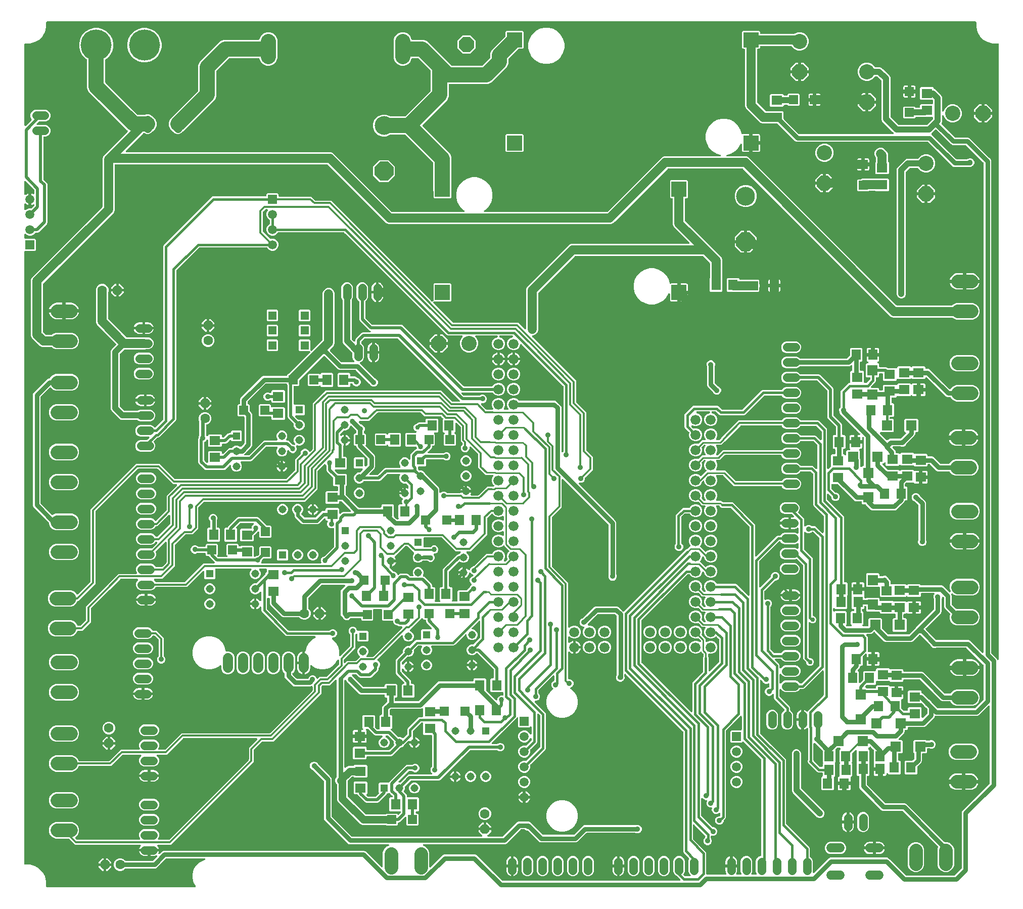
<source format=gbr>
G04 EAGLE Gerber RS-274X export*
G75*
%MOMM*%
%FSLAX34Y34*%
%LPD*%
%INTop Copper*%
%IPPOS*%
%AMOC8*
5,1,8,0,0,1.08239X$1,22.5*%
G01*
%ADD10R,1.800000X1.600000*%
%ADD11R,1.600000X1.800000*%
%ADD12C,2.540000*%
%ADD13P,2.749271X8X292.500000*%
%ADD14P,1.732040X8X22.500000*%
%ADD15C,1.600200*%
%ADD16P,1.732040X8X292.500000*%
%ADD17P,1.732040X8X112.500000*%
%ADD18P,1.732040X8X202.500000*%
%ADD19C,2.540000*%
%ADD20R,1.500000X1.500000*%
%ADD21C,1.676400*%
%ADD22R,1.803000X1.600000*%
%ADD23R,1.600000X1.803000*%
%ADD24C,1.422400*%
%ADD25C,5.200000*%
%ADD26R,1.508000X1.508000*%
%ADD27C,1.508000*%
%ADD28R,2.500000X2.500000*%
%ADD29C,1.676400*%
%ADD30C,2.250000*%
%ADD31C,1.524000*%
%ADD32P,3.409096X8X292.500000*%
%ADD33C,3.149600*%
%ADD34P,2.749271X8X22.500000*%
%ADD35P,2.749271X8X112.500000*%
%ADD36P,2.749271X8X202.500000*%
%ADD37C,1.408000*%
%ADD38R,1.408000X1.408000*%
%ADD39R,1.308000X1.308000*%
%ADD40C,1.308000*%
%ADD41R,1.800000X1.700000*%
%ADD42R,1.700000X1.800000*%
%ADD43C,0.762000*%
%ADD44C,0.906400*%
%ADD45C,0.304800*%
%ADD46C,0.508000*%
%ADD47C,0.756400*%
%ADD48C,0.856400*%
%ADD49C,0.406400*%
%ADD50C,0.355600*%
%ADD51C,0.254000*%
%ADD52C,1.016000*%
%ADD53C,0.609600*%
%ADD54C,0.635000*%
%ADD55C,1.270000*%

G36*
X84424Y-396231D02*
X84424Y-396231D01*
X84500Y-396232D01*
X84596Y-396211D01*
X84695Y-396199D01*
X84766Y-396174D01*
X84840Y-396158D01*
X84930Y-396115D01*
X85023Y-396082D01*
X85087Y-396041D01*
X85155Y-396008D01*
X85232Y-395947D01*
X85316Y-395893D01*
X85368Y-395838D01*
X85428Y-395791D01*
X85489Y-395714D01*
X85558Y-395642D01*
X85597Y-395577D01*
X85644Y-395518D01*
X85686Y-395428D01*
X85737Y-395343D01*
X85760Y-395271D01*
X85792Y-395202D01*
X85813Y-395105D01*
X85843Y-395011D01*
X85849Y-394936D01*
X85865Y-394862D01*
X85863Y-394762D01*
X85871Y-394664D01*
X85860Y-394589D01*
X85858Y-394513D01*
X85834Y-394417D01*
X85819Y-394319D01*
X85791Y-394249D01*
X85773Y-394175D01*
X85708Y-394039D01*
X85690Y-393995D01*
X85680Y-393980D01*
X85668Y-393954D01*
X82350Y-388208D01*
X80459Y-381152D01*
X80459Y-373848D01*
X82350Y-366793D01*
X86002Y-360467D01*
X91167Y-355302D01*
X97493Y-351650D01*
X100957Y-350721D01*
X101096Y-350666D01*
X101237Y-350616D01*
X101258Y-350602D01*
X101282Y-350593D01*
X101404Y-350508D01*
X101530Y-350427D01*
X101548Y-350409D01*
X101568Y-350395D01*
X101668Y-350284D01*
X101772Y-350176D01*
X101785Y-350155D01*
X101802Y-350136D01*
X101874Y-350006D01*
X101951Y-349877D01*
X101959Y-349853D01*
X101971Y-349832D01*
X102012Y-349687D01*
X102058Y-349545D01*
X102060Y-349520D01*
X102066Y-349496D01*
X102074Y-349347D01*
X102086Y-349198D01*
X102082Y-349173D01*
X102083Y-349148D01*
X102056Y-349001D01*
X102034Y-348853D01*
X102025Y-348830D01*
X102020Y-348806D01*
X101960Y-348668D01*
X101905Y-348529D01*
X101891Y-348509D01*
X101881Y-348486D01*
X101791Y-348366D01*
X101706Y-348243D01*
X101688Y-348227D01*
X101673Y-348206D01*
X101558Y-348110D01*
X101447Y-348010D01*
X101426Y-347998D01*
X101407Y-347982D01*
X101274Y-347914D01*
X101142Y-347841D01*
X101118Y-347834D01*
X101096Y-347823D01*
X100951Y-347787D01*
X100807Y-347746D01*
X100777Y-347744D01*
X100758Y-347739D01*
X100710Y-347739D01*
X100563Y-347727D01*
X36790Y-347727D01*
X36664Y-347741D01*
X36538Y-347748D01*
X36491Y-347761D01*
X36443Y-347767D01*
X36324Y-347809D01*
X36203Y-347844D01*
X36161Y-347868D01*
X36115Y-347884D01*
X36009Y-347953D01*
X35899Y-348014D01*
X35852Y-348054D01*
X35822Y-348073D01*
X35789Y-348108D01*
X35712Y-348173D01*
X20361Y-363524D01*
X18027Y-364491D01*
X-31452Y-364491D01*
X-31577Y-364505D01*
X-31703Y-364512D01*
X-31750Y-364525D01*
X-31798Y-364531D01*
X-31917Y-364573D01*
X-32038Y-364608D01*
X-32080Y-364632D01*
X-32126Y-364648D01*
X-32232Y-364717D01*
X-32342Y-364778D01*
X-32389Y-364818D01*
X-32419Y-364837D01*
X-32452Y-364872D01*
X-32529Y-364937D01*
X-34669Y-367077D01*
X-38543Y-368682D01*
X-42737Y-368682D01*
X-46611Y-367077D01*
X-49577Y-364111D01*
X-51182Y-360237D01*
X-51182Y-356043D01*
X-49577Y-352169D01*
X-46611Y-349203D01*
X-42737Y-347598D01*
X-38543Y-347598D01*
X-34669Y-349203D01*
X-32529Y-351343D01*
X-32430Y-351422D01*
X-32336Y-351506D01*
X-32293Y-351530D01*
X-32256Y-351560D01*
X-32141Y-351614D01*
X-32031Y-351675D01*
X-31984Y-351688D01*
X-31941Y-351709D01*
X-31817Y-351735D01*
X-31695Y-351770D01*
X-31635Y-351775D01*
X-31600Y-351782D01*
X-31552Y-351781D01*
X-31452Y-351789D01*
X13502Y-351789D01*
X13628Y-351775D01*
X13754Y-351768D01*
X13801Y-351755D01*
X13849Y-351749D01*
X13968Y-351707D01*
X14089Y-351672D01*
X14131Y-351648D01*
X14177Y-351632D01*
X14283Y-351563D01*
X14393Y-351502D01*
X14439Y-351462D01*
X14470Y-351443D01*
X14503Y-351408D01*
X14580Y-351343D01*
X20872Y-345050D01*
X20941Y-344964D01*
X21016Y-344884D01*
X21049Y-344828D01*
X21089Y-344777D01*
X21136Y-344678D01*
X21191Y-344583D01*
X21210Y-344521D01*
X21238Y-344462D01*
X21261Y-344355D01*
X21293Y-344249D01*
X21298Y-344185D01*
X21311Y-344122D01*
X21309Y-344012D01*
X21317Y-343902D01*
X21306Y-343838D01*
X21305Y-343773D01*
X21279Y-343666D01*
X21261Y-343558D01*
X21236Y-343498D01*
X21220Y-343435D01*
X21170Y-343337D01*
X21128Y-343236D01*
X21090Y-343183D01*
X21061Y-343125D01*
X20989Y-343041D01*
X20925Y-342952D01*
X20877Y-342909D01*
X20835Y-342860D01*
X20746Y-342794D01*
X20664Y-342722D01*
X20607Y-342691D01*
X20555Y-342653D01*
X20453Y-342609D01*
X20357Y-342557D01*
X20294Y-342540D01*
X20235Y-342515D01*
X20126Y-342495D01*
X20020Y-342467D01*
X19955Y-342464D01*
X19892Y-342453D01*
X19782Y-342459D01*
X19672Y-342455D01*
X19608Y-342468D01*
X19544Y-342471D01*
X19438Y-342501D01*
X19330Y-342523D01*
X19251Y-342555D01*
X19209Y-342567D01*
X19173Y-342588D01*
X19104Y-342616D01*
X18437Y-342956D01*
X16992Y-343425D01*
X15492Y-343663D01*
X9905Y-343663D01*
X9905Y-336295D01*
X24139Y-336295D01*
X23678Y-337715D01*
X23338Y-338382D01*
X23300Y-338485D01*
X23253Y-338584D01*
X23239Y-338648D01*
X23216Y-338708D01*
X23202Y-338818D01*
X23179Y-338925D01*
X23180Y-338990D01*
X23172Y-339054D01*
X23183Y-339164D01*
X23185Y-339273D01*
X23201Y-339336D01*
X23208Y-339401D01*
X23243Y-339505D01*
X23270Y-339611D01*
X23300Y-339669D01*
X23321Y-339730D01*
X23379Y-339824D01*
X23430Y-339921D01*
X23472Y-339971D01*
X23506Y-340025D01*
X23584Y-340103D01*
X23656Y-340187D01*
X23708Y-340225D01*
X23754Y-340271D01*
X23847Y-340328D01*
X23936Y-340394D01*
X23995Y-340419D01*
X24051Y-340453D01*
X24155Y-340488D01*
X24256Y-340532D01*
X24320Y-340543D01*
X24381Y-340564D01*
X24491Y-340574D01*
X24599Y-340594D01*
X24664Y-340590D01*
X24728Y-340596D01*
X24837Y-340581D01*
X24947Y-340576D01*
X25009Y-340558D01*
X25073Y-340549D01*
X25176Y-340510D01*
X25282Y-340479D01*
X25338Y-340447D01*
X25399Y-340424D01*
X25490Y-340363D01*
X25586Y-340309D01*
X25651Y-340254D01*
X25688Y-340229D01*
X25716Y-340199D01*
X25772Y-340150D01*
X29931Y-335992D01*
X32265Y-335025D01*
X368009Y-335025D01*
X370343Y-335992D01*
X372344Y-337993D01*
X396639Y-362288D01*
X396717Y-362350D01*
X396790Y-362420D01*
X396814Y-362435D01*
X396826Y-362445D01*
X396863Y-362465D01*
X396912Y-362504D01*
X397003Y-362547D01*
X397089Y-362599D01*
X397126Y-362611D01*
X397131Y-362613D01*
X397160Y-362622D01*
X397227Y-362653D01*
X397325Y-362674D01*
X397421Y-362705D01*
X397495Y-362711D01*
X397568Y-362727D01*
X397668Y-362725D01*
X397768Y-362733D01*
X397842Y-362722D01*
X397916Y-362721D01*
X398013Y-362696D01*
X398113Y-362681D01*
X398182Y-362654D01*
X398254Y-362636D01*
X398344Y-362590D01*
X398437Y-362553D01*
X398498Y-362510D01*
X398564Y-362476D01*
X398641Y-362411D01*
X398723Y-362354D01*
X398773Y-362299D01*
X398829Y-362250D01*
X398889Y-362169D01*
X398906Y-362150D01*
X398925Y-362131D01*
X398928Y-362127D01*
X398956Y-362095D01*
X398992Y-362030D01*
X399037Y-361970D01*
X399076Y-361879D01*
X399104Y-361832D01*
X399107Y-361821D01*
X399125Y-361790D01*
X399145Y-361718D01*
X399175Y-361650D01*
X399190Y-361563D01*
X399210Y-361500D01*
X399212Y-361482D01*
X399220Y-361455D01*
X399228Y-361354D01*
X399236Y-361307D01*
X399234Y-361271D01*
X399239Y-361211D01*
X399239Y-337527D01*
X401339Y-332458D01*
X405218Y-328579D01*
X408945Y-327035D01*
X408989Y-327011D01*
X409036Y-326994D01*
X409141Y-326926D01*
X409249Y-326866D01*
X409286Y-326832D01*
X409329Y-326805D01*
X409415Y-326715D01*
X409507Y-326632D01*
X409536Y-326590D01*
X409571Y-326554D01*
X409635Y-326447D01*
X409706Y-326345D01*
X409724Y-326298D01*
X409750Y-326255D01*
X409788Y-326137D01*
X409833Y-326021D01*
X409841Y-325971D01*
X409856Y-325923D01*
X409866Y-325799D01*
X409884Y-325676D01*
X409880Y-325626D01*
X409884Y-325576D01*
X409866Y-325453D01*
X409855Y-325329D01*
X409840Y-325281D01*
X409832Y-325231D01*
X409786Y-325116D01*
X409748Y-324997D01*
X409722Y-324954D01*
X409704Y-324907D01*
X409633Y-324805D01*
X409569Y-324699D01*
X409533Y-324662D01*
X409505Y-324621D01*
X409412Y-324538D01*
X409326Y-324449D01*
X409283Y-324421D01*
X409246Y-324388D01*
X409137Y-324328D01*
X409032Y-324260D01*
X408985Y-324243D01*
X408941Y-324219D01*
X408821Y-324185D01*
X408704Y-324144D01*
X408654Y-324138D01*
X408605Y-324124D01*
X408362Y-324105D01*
X343161Y-324105D01*
X340827Y-323138D01*
X338826Y-321137D01*
X301702Y-284013D01*
X300735Y-281679D01*
X300735Y-218907D01*
X300721Y-218782D01*
X300714Y-218656D01*
X300701Y-218609D01*
X300695Y-218561D01*
X300653Y-218442D01*
X300618Y-218321D01*
X300594Y-218279D01*
X300578Y-218233D01*
X300509Y-218127D01*
X300448Y-218017D01*
X300408Y-217970D01*
X300389Y-217940D01*
X300354Y-217907D01*
X300289Y-217830D01*
X282177Y-199718D01*
X282175Y-199717D01*
X282174Y-199715D01*
X282038Y-199608D01*
X281904Y-199502D01*
X281902Y-199501D01*
X281900Y-199499D01*
X281683Y-199388D01*
X280220Y-198782D01*
X278230Y-196792D01*
X277153Y-194193D01*
X277153Y-191379D01*
X278230Y-188780D01*
X280220Y-186790D01*
X282819Y-185713D01*
X285633Y-185713D01*
X288232Y-186790D01*
X290222Y-188780D01*
X290828Y-190243D01*
X290829Y-190245D01*
X290830Y-190247D01*
X290916Y-190402D01*
X290997Y-190547D01*
X290999Y-190549D01*
X291000Y-190551D01*
X291158Y-190737D01*
X310469Y-210048D01*
X312470Y-212049D01*
X313437Y-214383D01*
X313437Y-277154D01*
X313451Y-277280D01*
X313458Y-277406D01*
X313471Y-277453D01*
X313477Y-277501D01*
X313519Y-277620D01*
X313554Y-277741D01*
X313578Y-277783D01*
X313594Y-277829D01*
X313663Y-277935D01*
X313724Y-278045D01*
X313764Y-278091D01*
X313783Y-278122D01*
X313818Y-278155D01*
X313883Y-278232D01*
X346608Y-310957D01*
X346707Y-311036D01*
X346801Y-311120D01*
X346844Y-311144D01*
X346881Y-311174D01*
X346996Y-311228D01*
X347106Y-311289D01*
X347153Y-311302D01*
X347196Y-311323D01*
X347320Y-311349D01*
X347442Y-311384D01*
X347502Y-311389D01*
X347537Y-311396D01*
X347585Y-311395D01*
X347685Y-311403D01*
X564598Y-311403D01*
X564697Y-311392D01*
X564798Y-311390D01*
X564870Y-311372D01*
X564944Y-311363D01*
X565038Y-311330D01*
X565136Y-311305D01*
X565202Y-311271D01*
X565272Y-311246D01*
X565356Y-311191D01*
X565446Y-311145D01*
X565502Y-311097D01*
X565565Y-311057D01*
X565634Y-310985D01*
X565711Y-310920D01*
X565755Y-310860D01*
X565807Y-310806D01*
X565858Y-310720D01*
X565918Y-310639D01*
X565948Y-310571D01*
X565986Y-310507D01*
X566016Y-310411D01*
X566056Y-310319D01*
X566069Y-310246D01*
X566092Y-310175D01*
X566100Y-310075D01*
X566118Y-309976D01*
X566114Y-309902D01*
X566120Y-309828D01*
X566105Y-309728D01*
X566100Y-309628D01*
X566079Y-309557D01*
X566068Y-309483D01*
X566031Y-309390D01*
X566003Y-309293D01*
X565967Y-309228D01*
X565940Y-309159D01*
X565882Y-309077D01*
X565833Y-308989D01*
X565768Y-308913D01*
X565741Y-308873D01*
X565714Y-308849D01*
X565675Y-308803D01*
X559688Y-302817D01*
X559688Y-300481D01*
X569722Y-300481D01*
X569748Y-300478D01*
X569774Y-300480D01*
X569921Y-300458D01*
X570068Y-300441D01*
X570093Y-300433D01*
X570119Y-300429D01*
X570226Y-300386D01*
X570302Y-300407D01*
X570443Y-300452D01*
X570469Y-300454D01*
X570494Y-300462D01*
X570738Y-300481D01*
X580772Y-300481D01*
X580772Y-302817D01*
X574785Y-308803D01*
X574723Y-308881D01*
X574653Y-308954D01*
X574615Y-309018D01*
X574569Y-309076D01*
X574526Y-309167D01*
X574474Y-309253D01*
X574452Y-309324D01*
X574420Y-309391D01*
X574399Y-309489D01*
X574368Y-309585D01*
X574362Y-309659D01*
X574346Y-309732D01*
X574348Y-309832D01*
X574340Y-309932D01*
X574351Y-310006D01*
X574352Y-310080D01*
X574377Y-310177D01*
X574392Y-310277D01*
X574419Y-310346D01*
X574437Y-310418D01*
X574483Y-310508D01*
X574520Y-310601D01*
X574563Y-310662D01*
X574597Y-310728D01*
X574662Y-310805D01*
X574719Y-310887D01*
X574775Y-310937D01*
X574823Y-310993D01*
X574904Y-311053D01*
X574978Y-311120D01*
X575043Y-311156D01*
X575103Y-311201D01*
X575195Y-311240D01*
X575283Y-311289D01*
X575355Y-311309D01*
X575423Y-311339D01*
X575522Y-311356D01*
X575619Y-311384D01*
X575719Y-311392D01*
X575766Y-311400D01*
X575802Y-311398D01*
X575862Y-311403D01*
X599480Y-311403D01*
X599606Y-311389D01*
X599732Y-311382D01*
X599779Y-311369D01*
X599827Y-311363D01*
X599946Y-311321D01*
X600067Y-311286D01*
X600109Y-311262D01*
X600155Y-311246D01*
X600261Y-311177D01*
X600371Y-311116D01*
X600418Y-311076D01*
X600448Y-311057D01*
X600481Y-311022D01*
X600558Y-310957D01*
X624291Y-287224D01*
X626625Y-286257D01*
X643629Y-286257D01*
X645963Y-287224D01*
X666648Y-307909D01*
X666747Y-307988D01*
X666841Y-308072D01*
X666884Y-308096D01*
X666921Y-308126D01*
X667036Y-308180D01*
X667146Y-308241D01*
X667193Y-308254D01*
X667237Y-308275D01*
X667360Y-308301D01*
X667482Y-308336D01*
X667542Y-308341D01*
X667577Y-308348D01*
X667625Y-308347D01*
X667726Y-308355D01*
X718352Y-308355D01*
X718478Y-308341D01*
X718604Y-308334D01*
X718651Y-308321D01*
X718699Y-308315D01*
X718818Y-308273D01*
X718939Y-308238D01*
X718981Y-308214D01*
X719027Y-308198D01*
X719133Y-308129D01*
X719243Y-308068D01*
X719290Y-308028D01*
X719320Y-308009D01*
X719353Y-307974D01*
X719430Y-307909D01*
X734019Y-293320D01*
X736353Y-292353D01*
X822555Y-292353D01*
X822557Y-292353D01*
X822559Y-292353D01*
X822730Y-292333D01*
X822901Y-292313D01*
X822903Y-292313D01*
X822905Y-292312D01*
X823138Y-292237D01*
X824601Y-291631D01*
X827415Y-291631D01*
X830014Y-292708D01*
X832004Y-294698D01*
X833081Y-297297D01*
X833081Y-300111D01*
X832004Y-302710D01*
X830014Y-304700D01*
X827415Y-305777D01*
X824601Y-305777D01*
X823138Y-305171D01*
X823136Y-305170D01*
X823134Y-305169D01*
X822967Y-305122D01*
X822803Y-305075D01*
X822801Y-305075D01*
X822799Y-305074D01*
X822555Y-305055D01*
X740878Y-305055D01*
X740752Y-305069D01*
X740626Y-305076D01*
X740579Y-305089D01*
X740531Y-305095D01*
X740412Y-305137D01*
X740291Y-305172D01*
X740249Y-305196D01*
X740203Y-305212D01*
X740097Y-305281D01*
X739987Y-305342D01*
X739940Y-305382D01*
X739910Y-305401D01*
X739877Y-305436D01*
X739800Y-305501D01*
X725211Y-320090D01*
X722877Y-321057D01*
X663201Y-321057D01*
X660867Y-320090D01*
X642428Y-301651D01*
X642329Y-301572D01*
X642235Y-301488D01*
X642192Y-301464D01*
X642155Y-301434D01*
X642040Y-301380D01*
X641930Y-301319D01*
X641883Y-301306D01*
X641839Y-301285D01*
X641716Y-301259D01*
X641594Y-301224D01*
X641534Y-301219D01*
X641499Y-301212D01*
X641451Y-301213D01*
X641350Y-301205D01*
X640959Y-301205D01*
X638360Y-300128D01*
X637637Y-299405D01*
X637538Y-299326D01*
X637444Y-299242D01*
X637401Y-299218D01*
X637364Y-299188D01*
X637249Y-299134D01*
X637139Y-299073D01*
X637092Y-299060D01*
X637048Y-299039D01*
X636925Y-299013D01*
X636803Y-298978D01*
X636742Y-298973D01*
X636708Y-298966D01*
X636660Y-298967D01*
X636559Y-298959D01*
X631150Y-298959D01*
X631024Y-298973D01*
X630898Y-298980D01*
X630851Y-298993D01*
X630803Y-298999D01*
X630684Y-299041D01*
X630563Y-299076D01*
X630521Y-299100D01*
X630475Y-299116D01*
X630369Y-299185D01*
X630259Y-299246D01*
X630212Y-299286D01*
X630182Y-299305D01*
X630149Y-299340D01*
X630072Y-299405D01*
X606339Y-323138D01*
X604005Y-324105D01*
X467798Y-324105D01*
X467748Y-324110D01*
X467698Y-324108D01*
X467576Y-324130D01*
X467452Y-324145D01*
X467405Y-324162D01*
X467355Y-324171D01*
X467241Y-324220D01*
X467124Y-324262D01*
X467082Y-324289D01*
X467036Y-324309D01*
X466936Y-324384D01*
X466831Y-324451D01*
X466796Y-324487D01*
X466756Y-324517D01*
X466676Y-324612D01*
X466589Y-324702D01*
X466563Y-324745D01*
X466531Y-324783D01*
X466474Y-324894D01*
X466410Y-325001D01*
X466395Y-325049D01*
X466372Y-325094D01*
X466342Y-325214D01*
X466304Y-325333D01*
X466300Y-325383D01*
X466288Y-325432D01*
X466286Y-325556D01*
X466276Y-325680D01*
X466283Y-325730D01*
X466283Y-325780D01*
X466309Y-325902D01*
X466328Y-326025D01*
X466346Y-326072D01*
X466357Y-326121D01*
X466410Y-326233D01*
X466456Y-326349D01*
X466485Y-326390D01*
X466507Y-326436D01*
X466584Y-326533D01*
X466655Y-326635D01*
X466693Y-326669D01*
X466724Y-326708D01*
X466822Y-326785D01*
X466914Y-326868D01*
X466958Y-326893D01*
X466998Y-326924D01*
X467215Y-327035D01*
X470942Y-328579D01*
X474821Y-332458D01*
X476921Y-337527D01*
X476921Y-361211D01*
X476923Y-361234D01*
X476922Y-361257D01*
X476933Y-361330D01*
X476934Y-361411D01*
X476952Y-361483D01*
X476961Y-361557D01*
X476971Y-361586D01*
X476973Y-361601D01*
X476997Y-361660D01*
X477019Y-361749D01*
X477053Y-361815D01*
X477078Y-361885D01*
X477099Y-361917D01*
X477102Y-361925D01*
X477130Y-361966D01*
X477133Y-361969D01*
X477179Y-362059D01*
X477227Y-362115D01*
X477267Y-362178D01*
X477299Y-362209D01*
X477301Y-362211D01*
X477314Y-362223D01*
X477339Y-362248D01*
X477404Y-362324D01*
X477464Y-362368D01*
X477518Y-362420D01*
X477604Y-362472D01*
X477685Y-362531D01*
X477753Y-362561D01*
X477817Y-362599D01*
X477913Y-362630D01*
X478005Y-362669D01*
X478078Y-362682D01*
X478149Y-362705D01*
X478249Y-362713D01*
X478348Y-362731D01*
X478422Y-362727D01*
X478496Y-362733D01*
X478596Y-362718D01*
X478696Y-362713D01*
X478767Y-362692D01*
X478841Y-362681D01*
X478934Y-362644D01*
X479031Y-362616D01*
X479093Y-362582D01*
X479125Y-362570D01*
X479132Y-362566D01*
X479165Y-362553D01*
X479247Y-362495D01*
X479335Y-362446D01*
X479392Y-362398D01*
X479417Y-362381D01*
X479430Y-362368D01*
X479451Y-362354D01*
X479475Y-362327D01*
X479521Y-362288D01*
X499721Y-342088D01*
X502055Y-341121D01*
X553713Y-341121D01*
X556047Y-342088D01*
X598830Y-384871D01*
X598929Y-384950D01*
X599023Y-385034D01*
X599066Y-385058D01*
X599103Y-385088D01*
X599218Y-385142D01*
X599328Y-385203D01*
X599375Y-385216D01*
X599419Y-385237D01*
X599542Y-385263D01*
X599664Y-385298D01*
X599724Y-385303D01*
X599759Y-385310D01*
X599807Y-385309D01*
X599908Y-385317D01*
X896473Y-385317D01*
X896573Y-385306D01*
X896674Y-385304D01*
X896746Y-385286D01*
X896820Y-385277D01*
X896914Y-385244D01*
X897012Y-385219D01*
X897078Y-385185D01*
X897148Y-385160D01*
X897232Y-385105D01*
X897321Y-385059D01*
X897378Y-385011D01*
X897441Y-384971D01*
X897510Y-384899D01*
X897587Y-384834D01*
X897631Y-384774D01*
X897683Y-384720D01*
X897734Y-384634D01*
X897794Y-384553D01*
X897823Y-384485D01*
X897862Y-384421D01*
X897892Y-384325D01*
X897932Y-384233D01*
X897945Y-384160D01*
X897968Y-384089D01*
X897976Y-383989D01*
X897994Y-383890D01*
X897990Y-383816D01*
X897996Y-383742D01*
X897981Y-383642D01*
X897976Y-383542D01*
X897955Y-383471D01*
X897944Y-383397D01*
X897907Y-383304D01*
X897879Y-383207D01*
X897843Y-383142D01*
X897815Y-383073D01*
X897758Y-382991D01*
X897709Y-382903D01*
X897644Y-382827D01*
X897616Y-382787D01*
X897590Y-382763D01*
X897551Y-382717D01*
X892974Y-378141D01*
X892974Y-378140D01*
X891678Y-376845D01*
X891677Y-376843D01*
X891675Y-376842D01*
X891544Y-376738D01*
X891524Y-376720D01*
X891515Y-376715D01*
X891405Y-376628D01*
X891404Y-376627D01*
X891402Y-376626D01*
X891184Y-376514D01*
X889882Y-375975D01*
X887167Y-373260D01*
X885697Y-369712D01*
X885697Y-351648D01*
X887167Y-348100D01*
X889882Y-345385D01*
X893430Y-343915D01*
X897270Y-343915D01*
X900818Y-345385D01*
X903533Y-348100D01*
X905003Y-351648D01*
X905003Y-369712D01*
X903533Y-373260D01*
X903357Y-373436D01*
X903341Y-373456D01*
X903321Y-373473D01*
X903233Y-373592D01*
X903141Y-373709D01*
X903129Y-373732D01*
X903114Y-373754D01*
X903055Y-373890D01*
X902992Y-374024D01*
X902986Y-374049D01*
X902976Y-374074D01*
X902950Y-374220D01*
X902918Y-374365D01*
X902919Y-374391D01*
X902914Y-374417D01*
X902922Y-374565D01*
X902924Y-374713D01*
X902931Y-374739D01*
X902932Y-374765D01*
X902973Y-374907D01*
X903009Y-375051D01*
X903021Y-375074D01*
X903029Y-375100D01*
X903101Y-375229D01*
X903169Y-375361D01*
X903186Y-375381D01*
X903199Y-375404D01*
X903357Y-375590D01*
X905185Y-377417D01*
X905284Y-377496D01*
X905377Y-377580D01*
X905420Y-377604D01*
X905458Y-377634D01*
X905572Y-377688D01*
X905682Y-377749D01*
X905729Y-377762D01*
X905773Y-377783D01*
X905896Y-377809D01*
X906018Y-377844D01*
X906079Y-377849D01*
X906113Y-377856D01*
X906161Y-377855D01*
X906262Y-377863D01*
X913493Y-377863D01*
X913593Y-377852D01*
X913693Y-377850D01*
X913765Y-377832D01*
X913839Y-377823D01*
X913934Y-377790D01*
X914031Y-377765D01*
X914097Y-377731D01*
X914167Y-377706D01*
X914252Y-377652D01*
X914341Y-377606D01*
X914398Y-377557D01*
X914460Y-377517D01*
X914530Y-377445D01*
X914606Y-377380D01*
X914650Y-377320D01*
X914702Y-377266D01*
X914754Y-377180D01*
X914813Y-377099D01*
X914843Y-377031D01*
X914881Y-376967D01*
X914912Y-376872D01*
X914951Y-376779D01*
X914965Y-376706D01*
X914987Y-376635D01*
X914995Y-376535D01*
X915013Y-376436D01*
X915009Y-376362D01*
X915015Y-376288D01*
X915000Y-376189D01*
X914995Y-376088D01*
X914975Y-376017D01*
X914964Y-375943D01*
X914926Y-375850D01*
X914899Y-375753D01*
X914862Y-375688D01*
X914835Y-375619D01*
X914778Y-375537D01*
X914728Y-375449D01*
X914663Y-375373D01*
X914636Y-375333D01*
X914609Y-375309D01*
X914570Y-375263D01*
X912567Y-373260D01*
X911097Y-369712D01*
X911097Y-351648D01*
X912343Y-348640D01*
X912364Y-348566D01*
X912394Y-348496D01*
X912412Y-348400D01*
X912439Y-348305D01*
X912443Y-348228D01*
X912456Y-348153D01*
X912451Y-348055D01*
X912456Y-347957D01*
X912442Y-347881D01*
X912438Y-347805D01*
X912411Y-347711D01*
X912393Y-347614D01*
X912363Y-347544D01*
X912342Y-347470D01*
X912294Y-347384D01*
X912254Y-347294D01*
X912209Y-347233D01*
X912172Y-347166D01*
X912075Y-347052D01*
X912047Y-347014D01*
X912032Y-347002D01*
X912013Y-346980D01*
X903157Y-338124D01*
X902461Y-336444D01*
X902461Y-136129D01*
X902447Y-136003D01*
X902440Y-135877D01*
X902427Y-135831D01*
X902421Y-135783D01*
X902379Y-135664D01*
X902344Y-135542D01*
X902320Y-135500D01*
X902304Y-135455D01*
X902235Y-135348D01*
X902174Y-135238D01*
X902134Y-135192D01*
X902115Y-135162D01*
X902080Y-135128D01*
X902015Y-135052D01*
X806257Y-39294D01*
X806179Y-39232D01*
X806106Y-39162D01*
X806042Y-39123D01*
X805984Y-39077D01*
X805893Y-39034D01*
X805807Y-38983D01*
X805736Y-38960D01*
X805669Y-38928D01*
X805571Y-38907D01*
X805475Y-38877D01*
X805401Y-38871D01*
X805328Y-38855D01*
X805228Y-38857D01*
X805128Y-38849D01*
X805054Y-38860D01*
X804980Y-38861D01*
X804883Y-38885D01*
X804783Y-38900D01*
X804714Y-38928D01*
X804642Y-38946D01*
X804552Y-38992D01*
X804459Y-39029D01*
X804398Y-39071D01*
X804332Y-39106D01*
X804255Y-39171D01*
X804173Y-39228D01*
X804123Y-39283D01*
X804067Y-39331D01*
X804007Y-39412D01*
X803940Y-39487D01*
X803904Y-39552D01*
X803859Y-39612D01*
X803820Y-39704D01*
X803771Y-39792D01*
X803751Y-39863D01*
X803721Y-39932D01*
X803704Y-40030D01*
X803676Y-40127D01*
X803668Y-40227D01*
X803660Y-40275D01*
X803662Y-40310D01*
X803657Y-40371D01*
X803657Y-42118D01*
X803657Y-42120D01*
X803657Y-42122D01*
X803677Y-42295D01*
X803697Y-42465D01*
X803697Y-42466D01*
X803698Y-42468D01*
X803773Y-42701D01*
X804125Y-43551D01*
X804125Y-46365D01*
X803048Y-48964D01*
X801058Y-50954D01*
X798459Y-52031D01*
X795645Y-52031D01*
X793046Y-50954D01*
X791056Y-48964D01*
X789979Y-46365D01*
X789979Y-43551D01*
X790839Y-41475D01*
X790840Y-41473D01*
X790841Y-41471D01*
X790885Y-41314D01*
X790935Y-41140D01*
X790935Y-41138D01*
X790936Y-41136D01*
X790955Y-40892D01*
X790955Y57444D01*
X790941Y57570D01*
X790934Y57696D01*
X790921Y57743D01*
X790915Y57791D01*
X790873Y57910D01*
X790838Y58031D01*
X790814Y58073D01*
X790798Y58119D01*
X790729Y58225D01*
X790668Y58335D01*
X790628Y58381D01*
X790609Y58412D01*
X790574Y58445D01*
X790509Y58522D01*
X788010Y61021D01*
X787911Y61100D01*
X787817Y61184D01*
X787774Y61208D01*
X787737Y61238D01*
X787622Y61292D01*
X787512Y61353D01*
X787465Y61366D01*
X787422Y61387D01*
X787298Y61413D01*
X787176Y61448D01*
X787116Y61453D01*
X787081Y61460D01*
X787033Y61459D01*
X786933Y61467D01*
X759928Y61467D01*
X759802Y61453D01*
X759676Y61446D01*
X759629Y61433D01*
X759581Y61427D01*
X759462Y61385D01*
X759341Y61350D01*
X759299Y61326D01*
X759253Y61310D01*
X759147Y61241D01*
X759037Y61180D01*
X758991Y61140D01*
X758960Y61121D01*
X758927Y61086D01*
X758850Y61021D01*
X743024Y45195D01*
X743023Y45193D01*
X743021Y45192D01*
X742914Y45056D01*
X742808Y44922D01*
X742807Y44920D01*
X742805Y44918D01*
X742694Y44701D01*
X742424Y44049D01*
X742383Y43904D01*
X742337Y43761D01*
X742335Y43737D01*
X742328Y43714D01*
X742321Y43563D01*
X742309Y43414D01*
X742313Y43390D01*
X742311Y43366D01*
X742338Y43218D01*
X742361Y43069D01*
X742370Y43047D01*
X742374Y43023D01*
X742434Y42885D01*
X742489Y42745D01*
X742503Y42725D01*
X742513Y42703D01*
X742603Y42582D01*
X742688Y42459D01*
X742706Y42443D01*
X742721Y42423D01*
X742836Y42326D01*
X742947Y42226D01*
X742968Y42214D01*
X742987Y42198D01*
X743120Y42130D01*
X743252Y42057D01*
X743275Y42051D01*
X743297Y42040D01*
X743442Y42003D01*
X743588Y41962D01*
X743617Y41960D01*
X743635Y41955D01*
X743682Y41955D01*
X743831Y41943D01*
X747663Y41943D01*
X751677Y40280D01*
X754750Y37207D01*
X756413Y33193D01*
X756413Y28847D01*
X754750Y24833D01*
X751677Y21760D01*
X747663Y20097D01*
X743317Y20097D01*
X739303Y21760D01*
X736230Y24833D01*
X734567Y28847D01*
X734567Y33193D01*
X736230Y37207D01*
X736594Y37571D01*
X736656Y37649D01*
X736726Y37722D01*
X736764Y37786D01*
X736810Y37844D01*
X736853Y37935D01*
X736905Y38021D01*
X736928Y38092D01*
X736959Y38159D01*
X736981Y38257D01*
X737011Y38353D01*
X737017Y38427D01*
X737033Y38500D01*
X737031Y38600D01*
X737039Y38700D01*
X737028Y38774D01*
X737027Y38848D01*
X737002Y38945D01*
X736987Y39045D01*
X736960Y39114D01*
X736942Y39186D01*
X736896Y39275D01*
X736859Y39369D01*
X736816Y39430D01*
X736782Y39496D01*
X736717Y39573D01*
X736660Y39655D01*
X736605Y39705D01*
X736556Y39761D01*
X736476Y39821D01*
X736401Y39888D01*
X736336Y39924D01*
X736276Y39969D01*
X736184Y40008D01*
X736096Y40057D01*
X736024Y40077D01*
X735956Y40107D01*
X735857Y40124D01*
X735761Y40152D01*
X735661Y40160D01*
X735613Y40168D01*
X735577Y40166D01*
X735517Y40171D01*
X734685Y40171D01*
X732086Y41248D01*
X730096Y43238D01*
X729019Y45837D01*
X729019Y48651D01*
X730096Y51250D01*
X732086Y53240D01*
X733549Y53846D01*
X733551Y53847D01*
X733552Y53848D01*
X733700Y53930D01*
X733853Y54015D01*
X733855Y54017D01*
X733857Y54018D01*
X734043Y54176D01*
X753069Y73202D01*
X755403Y74169D01*
X791457Y74169D01*
X793791Y73202D01*
X795792Y71201D01*
X800689Y66304D01*
X801423Y65570D01*
X801444Y65554D01*
X801461Y65534D01*
X801580Y65446D01*
X801696Y65354D01*
X801720Y65342D01*
X801741Y65327D01*
X801877Y65268D01*
X802011Y65205D01*
X802037Y65199D01*
X802061Y65189D01*
X802207Y65162D01*
X802352Y65131D01*
X802378Y65132D01*
X802404Y65127D01*
X802553Y65135D01*
X802700Y65137D01*
X802726Y65144D01*
X802752Y65145D01*
X802895Y65186D01*
X803038Y65222D01*
X803062Y65234D01*
X803087Y65242D01*
X803216Y65314D01*
X803348Y65382D01*
X803368Y65399D01*
X803391Y65412D01*
X803577Y65570D01*
X803820Y65813D01*
X907238Y169231D01*
X908797Y169877D01*
X908799Y169878D01*
X908801Y169878D01*
X908954Y169964D01*
X909102Y170046D01*
X909104Y170047D01*
X909105Y170048D01*
X909292Y170207D01*
X913730Y174645D01*
X913761Y174656D01*
X913846Y174711D01*
X913935Y174757D01*
X913991Y174805D01*
X914054Y174845D01*
X914124Y174917D01*
X914200Y174982D01*
X914244Y175042D01*
X914296Y175096D01*
X914348Y175182D01*
X914407Y175263D01*
X914437Y175331D01*
X914475Y175395D01*
X914506Y175490D01*
X914545Y175583D01*
X914558Y175656D01*
X914581Y175727D01*
X914589Y175827D01*
X914607Y175926D01*
X914603Y176000D01*
X914609Y176074D01*
X914594Y176173D01*
X914589Y176274D01*
X914568Y176345D01*
X914557Y176419D01*
X914520Y176512D01*
X914492Y176609D01*
X914456Y176674D01*
X914429Y176743D01*
X914371Y176825D01*
X914322Y176913D01*
X914257Y176989D01*
X914230Y177029D01*
X914203Y177053D01*
X914164Y177099D01*
X914030Y177233D01*
X912367Y181247D01*
X912367Y185593D01*
X914030Y189607D01*
X917103Y192680D01*
X921117Y194343D01*
X925463Y194343D01*
X929477Y192680D01*
X932550Y189607D01*
X934213Y185593D01*
X934213Y181247D01*
X932550Y177233D01*
X931066Y175748D01*
X931049Y175728D01*
X931029Y175711D01*
X930941Y175591D01*
X930849Y175475D01*
X930838Y175452D01*
X930822Y175431D01*
X930763Y175294D01*
X930700Y175160D01*
X930694Y175135D01*
X930684Y175111D01*
X930658Y174964D01*
X930627Y174820D01*
X930627Y174794D01*
X930622Y174768D01*
X930630Y174619D01*
X930633Y174471D01*
X930639Y174446D01*
X930640Y174420D01*
X930681Y174277D01*
X930718Y174133D01*
X930730Y174110D01*
X930737Y174085D01*
X930809Y173955D01*
X930877Y173823D01*
X930894Y173803D01*
X930907Y173780D01*
X931066Y173594D01*
X938864Y165796D01*
X938885Y165779D01*
X938902Y165759D01*
X939021Y165671D01*
X939137Y165579D01*
X939161Y165568D01*
X939182Y165552D01*
X939318Y165493D01*
X939452Y165430D01*
X939478Y165424D01*
X939502Y165414D01*
X939648Y165388D01*
X939793Y165357D01*
X939819Y165357D01*
X939845Y165352D01*
X939994Y165360D01*
X940141Y165363D01*
X940167Y165369D01*
X940193Y165370D01*
X940336Y165411D01*
X940479Y165448D01*
X940503Y165460D01*
X940528Y165467D01*
X940657Y165539D01*
X940789Y165607D01*
X940809Y165624D01*
X940832Y165637D01*
X941018Y165796D01*
X942503Y167280D01*
X946517Y168943D01*
X950863Y168943D01*
X954877Y167280D01*
X957950Y164207D01*
X959613Y160193D01*
X959613Y155847D01*
X957950Y151833D01*
X954877Y148760D01*
X950863Y147097D01*
X946517Y147097D01*
X942503Y148760D01*
X939430Y151833D01*
X937695Y156023D01*
X937694Y156025D01*
X937693Y156027D01*
X937609Y156177D01*
X937525Y156327D01*
X937524Y156329D01*
X937523Y156331D01*
X937364Y156517D01*
X936813Y157068D01*
X936735Y157131D01*
X936662Y157201D01*
X936598Y157239D01*
X936540Y157285D01*
X936449Y157328D01*
X936363Y157379D01*
X936292Y157402D01*
X936225Y157434D01*
X936127Y157455D01*
X936031Y157486D01*
X935957Y157492D01*
X935884Y157507D01*
X935784Y157505D01*
X935684Y157514D01*
X935610Y157503D01*
X935536Y157501D01*
X935439Y157477D01*
X935339Y157462D01*
X935270Y157434D01*
X935198Y157416D01*
X935108Y157370D01*
X935015Y157333D01*
X934954Y157291D01*
X934888Y157257D01*
X934811Y157191D01*
X934729Y157134D01*
X934679Y157079D01*
X934623Y157031D01*
X934563Y156950D01*
X934496Y156875D01*
X934460Y156810D01*
X934415Y156750D01*
X934376Y156658D01*
X934327Y156570D01*
X934307Y156499D01*
X934277Y156430D01*
X934260Y156332D01*
X934232Y156235D01*
X934224Y156135D01*
X934216Y156087D01*
X934218Y156052D01*
X934213Y155991D01*
X934213Y155847D01*
X932550Y151833D01*
X931066Y150348D01*
X931049Y150328D01*
X931029Y150311D01*
X930941Y150192D01*
X930849Y150075D01*
X930838Y150052D01*
X930822Y150031D01*
X930763Y149894D01*
X930700Y149760D01*
X930694Y149735D01*
X930684Y149711D01*
X930658Y149564D01*
X930627Y149420D01*
X930627Y149394D01*
X930622Y149368D01*
X930630Y149219D01*
X930633Y149071D01*
X930639Y149046D01*
X930640Y149020D01*
X930681Y148877D01*
X930718Y148733D01*
X930730Y148710D01*
X930737Y148685D01*
X930809Y148555D01*
X930877Y148423D01*
X930894Y148403D01*
X930907Y148381D01*
X931066Y148194D01*
X938864Y140396D01*
X938885Y140379D01*
X938902Y140359D01*
X939021Y140271D01*
X939137Y140179D01*
X939161Y140168D01*
X939182Y140152D01*
X939318Y140093D01*
X939452Y140030D01*
X939478Y140024D01*
X939502Y140014D01*
X939648Y139988D01*
X939793Y139957D01*
X939819Y139957D01*
X939845Y139952D01*
X939994Y139960D01*
X940142Y139963D01*
X940167Y139969D01*
X940193Y139970D01*
X940336Y140011D01*
X940480Y140048D01*
X940503Y140060D01*
X940528Y140067D01*
X940658Y140139D01*
X940789Y140207D01*
X940809Y140224D01*
X940832Y140237D01*
X941018Y140396D01*
X942503Y141880D01*
X946517Y143543D01*
X950863Y143543D01*
X954877Y141880D01*
X957950Y138807D01*
X959613Y134793D01*
X959613Y130447D01*
X957950Y126433D01*
X954877Y123360D01*
X950863Y121697D01*
X946517Y121697D01*
X942503Y123360D01*
X939430Y126433D01*
X937695Y130623D01*
X937694Y130625D01*
X937693Y130627D01*
X937612Y130771D01*
X937525Y130927D01*
X937524Y130929D01*
X937523Y130931D01*
X937364Y131117D01*
X936813Y131668D01*
X936735Y131731D01*
X936662Y131801D01*
X936598Y131839D01*
X936540Y131885D01*
X936449Y131928D01*
X936363Y131979D01*
X936292Y132002D01*
X936225Y132034D01*
X936127Y132055D01*
X936031Y132086D01*
X935957Y132092D01*
X935884Y132107D01*
X935784Y132105D01*
X935684Y132114D01*
X935610Y132103D01*
X935536Y132101D01*
X935439Y132077D01*
X935339Y132062D01*
X935270Y132034D01*
X935198Y132016D01*
X935108Y131970D01*
X935015Y131933D01*
X934954Y131891D01*
X934888Y131857D01*
X934811Y131791D01*
X934729Y131734D01*
X934679Y131679D01*
X934623Y131631D01*
X934563Y131550D01*
X934496Y131475D01*
X934460Y131410D01*
X934415Y131350D01*
X934376Y131258D01*
X934327Y131170D01*
X934307Y131099D01*
X934277Y131030D01*
X934260Y130932D01*
X934232Y130835D01*
X934224Y130735D01*
X934216Y130687D01*
X934218Y130652D01*
X934213Y130591D01*
X934213Y130447D01*
X932550Y126433D01*
X929477Y123360D01*
X925463Y121697D01*
X921117Y121697D01*
X917103Y123360D01*
X914030Y126433D01*
X913751Y127107D01*
X913714Y127174D01*
X913686Y127245D01*
X913629Y127326D01*
X913582Y127412D01*
X913530Y127468D01*
X913487Y127531D01*
X913414Y127597D01*
X913347Y127670D01*
X913285Y127713D01*
X913228Y127764D01*
X913142Y127812D01*
X913061Y127868D01*
X912990Y127896D01*
X912923Y127933D01*
X912828Y127960D01*
X912737Y127996D01*
X912661Y128007D01*
X912587Y128028D01*
X912439Y128040D01*
X912392Y128047D01*
X912373Y128045D01*
X912344Y128047D01*
X910403Y128047D01*
X910277Y128033D01*
X910151Y128026D01*
X910105Y128013D01*
X910057Y128007D01*
X909938Y127965D01*
X909816Y127930D01*
X909774Y127906D01*
X909729Y127890D01*
X909622Y127821D01*
X909512Y127760D01*
X909466Y127720D01*
X909436Y127701D01*
X909402Y127666D01*
X909326Y127601D01*
X832551Y50826D01*
X832472Y50727D01*
X832388Y50633D01*
X832364Y50591D01*
X832334Y50553D01*
X832280Y50439D01*
X832219Y50328D01*
X832206Y50282D01*
X832185Y50238D01*
X832159Y50115D01*
X832124Y49993D01*
X832119Y49932D01*
X832112Y49897D01*
X832113Y49849D01*
X832105Y49749D01*
X832105Y-19117D01*
X832119Y-19243D01*
X832126Y-19369D01*
X832139Y-19415D01*
X832145Y-19463D01*
X832187Y-19582D01*
X832222Y-19704D01*
X832246Y-19746D01*
X832262Y-19791D01*
X832331Y-19898D01*
X832392Y-20008D01*
X832432Y-20054D01*
X832451Y-20084D01*
X832486Y-20118D01*
X832551Y-20194D01*
X915023Y-102666D01*
X915101Y-102729D01*
X915174Y-102799D01*
X915238Y-102837D01*
X915296Y-102883D01*
X915387Y-102926D01*
X915473Y-102977D01*
X915544Y-103000D01*
X915611Y-103032D01*
X915709Y-103053D01*
X915805Y-103084D01*
X915879Y-103090D01*
X915952Y-103105D01*
X916052Y-103103D01*
X916152Y-103112D01*
X916226Y-103101D01*
X916300Y-103099D01*
X916397Y-103075D01*
X916497Y-103060D01*
X916566Y-103032D01*
X916638Y-103014D01*
X916728Y-102968D01*
X916821Y-102931D01*
X916882Y-102889D01*
X916948Y-102855D01*
X917025Y-102789D01*
X917107Y-102732D01*
X917157Y-102677D01*
X917213Y-102629D01*
X917273Y-102548D01*
X917340Y-102473D01*
X917376Y-102408D01*
X917421Y-102348D01*
X917460Y-102256D01*
X917509Y-102168D01*
X917529Y-102097D01*
X917559Y-102028D01*
X917576Y-101930D01*
X917604Y-101833D01*
X917612Y-101733D01*
X917620Y-101685D01*
X917618Y-101650D01*
X917623Y-101589D01*
X917623Y-54540D01*
X918319Y-52860D01*
X919820Y-51359D01*
X935289Y-35890D01*
X935368Y-35791D01*
X935452Y-35697D01*
X935476Y-35655D01*
X935506Y-35617D01*
X935560Y-35503D01*
X935621Y-35392D01*
X935634Y-35346D01*
X935655Y-35302D01*
X935681Y-35179D01*
X935716Y-35057D01*
X935721Y-34996D01*
X935728Y-34961D01*
X935727Y-34913D01*
X935735Y-34813D01*
X935735Y-11282D01*
X936381Y-9723D01*
X936382Y-9721D01*
X936383Y-9719D01*
X936427Y-9561D01*
X936477Y-9388D01*
X936477Y-9386D01*
X936478Y-9384D01*
X936497Y-9140D01*
X936497Y-6168D01*
X936483Y-6042D01*
X936476Y-5916D01*
X936463Y-5870D01*
X936457Y-5822D01*
X936415Y-5703D01*
X936380Y-5581D01*
X936356Y-5539D01*
X936340Y-5494D01*
X936271Y-5387D01*
X936210Y-5277D01*
X936170Y-5231D01*
X936151Y-5201D01*
X936116Y-5167D01*
X936051Y-5091D01*
X934858Y-3897D01*
X933116Y-2156D01*
X933095Y-2139D01*
X933078Y-2119D01*
X932992Y-2056D01*
X932931Y-2000D01*
X932896Y-1981D01*
X932843Y-1939D01*
X932819Y-1928D01*
X932798Y-1912D01*
X932676Y-1859D01*
X932626Y-1832D01*
X932602Y-1825D01*
X932528Y-1790D01*
X932502Y-1784D01*
X932478Y-1774D01*
X932332Y-1748D01*
X932317Y-1745D01*
X932291Y-1737D01*
X932277Y-1736D01*
X932187Y-1717D01*
X932161Y-1717D01*
X932135Y-1712D01*
X932035Y-1718D01*
X932031Y-1718D01*
X932026Y-1718D01*
X931986Y-1720D01*
X931839Y-1723D01*
X931813Y-1729D01*
X931787Y-1730D01*
X931699Y-1756D01*
X931684Y-1757D01*
X931648Y-1770D01*
X931644Y-1771D01*
X931501Y-1808D01*
X931477Y-1820D01*
X931452Y-1827D01*
X931384Y-1865D01*
X931356Y-1875D01*
X931302Y-1910D01*
X931191Y-1967D01*
X931171Y-1984D01*
X931148Y-1997D01*
X931087Y-2048D01*
X931063Y-2064D01*
X931036Y-2092D01*
X930962Y-2156D01*
X929477Y-3640D01*
X925463Y-5303D01*
X921117Y-5303D01*
X917103Y-3640D01*
X914030Y-567D01*
X912367Y3447D01*
X912367Y7793D01*
X914030Y11807D01*
X917103Y14880D01*
X921117Y16543D01*
X925463Y16543D01*
X929477Y14880D01*
X929579Y14778D01*
X929658Y14716D01*
X929730Y14646D01*
X929794Y14608D01*
X929852Y14562D01*
X929943Y14519D01*
X930029Y14467D01*
X930100Y14444D01*
X930167Y14413D01*
X930265Y14391D01*
X930361Y14361D01*
X930435Y14355D01*
X930508Y14339D01*
X930608Y14341D01*
X930708Y14333D01*
X930782Y14344D01*
X930856Y14345D01*
X930954Y14370D01*
X931053Y14385D01*
X931122Y14412D01*
X931194Y14430D01*
X931283Y14476D01*
X931377Y14513D01*
X931438Y14556D01*
X931504Y14590D01*
X931580Y14655D01*
X931663Y14712D01*
X931713Y14767D01*
X931769Y14816D01*
X931829Y14896D01*
X931896Y14971D01*
X931932Y15036D01*
X931977Y15096D01*
X932016Y15188D01*
X932065Y15276D01*
X932085Y15348D01*
X932115Y15416D01*
X932132Y15515D01*
X932160Y15611D01*
X932168Y15712D01*
X932176Y15759D01*
X932174Y15794D01*
X932179Y15855D01*
X932179Y16111D01*
X932165Y16236D01*
X932158Y16362D01*
X932145Y16409D01*
X932139Y16457D01*
X932097Y16576D01*
X932062Y16697D01*
X932038Y16739D01*
X932022Y16785D01*
X931953Y16891D01*
X931892Y17001D01*
X931852Y17048D01*
X931833Y17078D01*
X931798Y17111D01*
X931733Y17188D01*
X928559Y20362D01*
X928499Y20409D01*
X928446Y20464D01*
X928363Y20518D01*
X928286Y20579D01*
X928217Y20611D01*
X928152Y20653D01*
X928060Y20685D01*
X927971Y20727D01*
X927896Y20744D01*
X927824Y20769D01*
X927726Y20780D01*
X927630Y20801D01*
X927554Y20800D01*
X927478Y20808D01*
X927380Y20797D01*
X927282Y20795D01*
X927207Y20776D01*
X927132Y20767D01*
X926990Y20721D01*
X926944Y20710D01*
X926927Y20701D01*
X926899Y20692D01*
X925463Y20097D01*
X921117Y20097D01*
X917103Y21760D01*
X914030Y24833D01*
X912367Y28847D01*
X912367Y33193D01*
X914030Y37207D01*
X917103Y40280D01*
X921117Y41943D01*
X925463Y41943D01*
X929477Y40280D01*
X932550Y37207D01*
X934213Y33193D01*
X934213Y28847D01*
X933618Y27411D01*
X933597Y27338D01*
X933567Y27267D01*
X933549Y27171D01*
X933522Y27076D01*
X933518Y27000D01*
X933505Y26924D01*
X933510Y26826D01*
X933505Y26728D01*
X933519Y26653D01*
X933523Y26576D01*
X933550Y26482D01*
X933568Y26385D01*
X933598Y26315D01*
X933619Y26242D01*
X933667Y26156D01*
X933707Y26065D01*
X933752Y26004D01*
X933790Y25937D01*
X933886Y25824D01*
X933915Y25786D01*
X933929Y25773D01*
X933948Y25751D01*
X937122Y22577D01*
X939801Y19898D01*
X939801Y15855D01*
X939812Y15755D01*
X939814Y15655D01*
X939832Y15583D01*
X939841Y15509D01*
X939874Y15415D01*
X939899Y15317D01*
X939933Y15251D01*
X939958Y15181D01*
X940013Y15097D01*
X940059Y15007D01*
X940107Y14951D01*
X940147Y14888D01*
X940219Y14818D01*
X940284Y14742D01*
X940344Y14698D01*
X940398Y14646D01*
X940484Y14594D01*
X940565Y14535D01*
X940633Y14505D01*
X940697Y14467D01*
X940792Y14436D01*
X940885Y14397D01*
X940958Y14384D01*
X941029Y14361D01*
X941129Y14353D01*
X941228Y14335D01*
X941302Y14339D01*
X941376Y14333D01*
X941475Y14348D01*
X941576Y14353D01*
X941647Y14374D01*
X941721Y14385D01*
X941814Y14422D01*
X941911Y14450D01*
X941976Y14486D01*
X942045Y14513D01*
X942127Y14571D01*
X942215Y14620D01*
X942291Y14685D01*
X942331Y14712D01*
X942355Y14739D01*
X942401Y14778D01*
X942503Y14880D01*
X946517Y16543D01*
X950863Y16543D01*
X954877Y14880D01*
X957950Y11807D01*
X959613Y7793D01*
X959613Y3447D01*
X957950Y-567D01*
X954877Y-3640D01*
X950863Y-5303D01*
X946517Y-5303D01*
X946225Y-5182D01*
X946080Y-5140D01*
X945937Y-5095D01*
X945913Y-5093D01*
X945890Y-5086D01*
X945740Y-5079D01*
X945590Y-5067D01*
X945566Y-5070D01*
X945542Y-5069D01*
X945394Y-5096D01*
X945245Y-5118D01*
X945223Y-5127D01*
X945199Y-5132D01*
X945061Y-5192D01*
X944921Y-5247D01*
X944901Y-5261D01*
X944879Y-5270D01*
X944758Y-5360D01*
X944635Y-5446D01*
X944619Y-5464D01*
X944600Y-5478D01*
X944502Y-5593D01*
X944402Y-5705D01*
X944390Y-5726D01*
X944374Y-5744D01*
X944306Y-5878D01*
X944233Y-6010D01*
X944227Y-6033D01*
X944216Y-6054D01*
X944179Y-6200D01*
X944138Y-6345D01*
X944136Y-6374D01*
X944131Y-6393D01*
X944131Y-6440D01*
X944119Y-6589D01*
X944119Y-9140D01*
X944119Y-9142D01*
X944119Y-9144D01*
X944140Y-9324D01*
X944159Y-9486D01*
X944159Y-9488D01*
X944160Y-9490D01*
X944235Y-9723D01*
X944881Y-11282D01*
X944881Y-33137D01*
X944892Y-33237D01*
X944894Y-33337D01*
X944912Y-33409D01*
X944921Y-33483D01*
X944954Y-33578D01*
X944979Y-33675D01*
X945013Y-33741D01*
X945038Y-33811D01*
X945093Y-33896D01*
X945139Y-33985D01*
X945187Y-34042D01*
X945227Y-34104D01*
X945299Y-34174D01*
X945364Y-34250D01*
X945424Y-34295D01*
X945478Y-34346D01*
X945564Y-34398D01*
X945645Y-34458D01*
X945713Y-34487D01*
X945777Y-34525D01*
X945873Y-34556D01*
X945965Y-34596D01*
X946038Y-34609D01*
X946109Y-34631D01*
X946209Y-34640D01*
X946308Y-34657D01*
X946382Y-34653D01*
X946456Y-34659D01*
X946556Y-34645D01*
X946656Y-34639D01*
X946727Y-34619D01*
X946801Y-34608D01*
X946894Y-34571D01*
X946991Y-34543D01*
X947056Y-34506D01*
X947125Y-34479D01*
X947207Y-34422D01*
X947295Y-34373D01*
X947371Y-34308D01*
X947411Y-34280D01*
X947435Y-34254D01*
X947481Y-34214D01*
X962213Y-19482D01*
X962292Y-19383D01*
X962376Y-19289D01*
X962400Y-19247D01*
X962430Y-19209D01*
X962484Y-19095D01*
X962545Y-18984D01*
X962558Y-18938D01*
X962579Y-18894D01*
X962605Y-18771D01*
X962640Y-18649D01*
X962645Y-18588D01*
X962652Y-18553D01*
X962651Y-18505D01*
X962659Y-18405D01*
X962659Y18557D01*
X962645Y18683D01*
X962638Y18809D01*
X962625Y18855D01*
X962619Y18903D01*
X962577Y19022D01*
X962542Y19144D01*
X962518Y19186D01*
X962502Y19231D01*
X962433Y19338D01*
X962372Y19448D01*
X962332Y19494D01*
X962313Y19524D01*
X962278Y19558D01*
X962213Y19634D01*
X958559Y23288D01*
X958539Y23304D01*
X958522Y23324D01*
X958402Y23413D01*
X958286Y23505D01*
X958263Y23516D01*
X958241Y23531D01*
X958105Y23590D01*
X957971Y23653D01*
X957945Y23659D01*
X957921Y23669D01*
X957775Y23696D01*
X957630Y23727D01*
X957604Y23726D01*
X957578Y23731D01*
X957430Y23723D01*
X957282Y23721D01*
X957257Y23714D01*
X957230Y23713D01*
X957088Y23672D01*
X956944Y23636D01*
X956921Y23624D01*
X956895Y23617D01*
X956766Y23544D01*
X956634Y23476D01*
X956614Y23459D01*
X956591Y23446D01*
X956405Y23288D01*
X954877Y21760D01*
X950863Y20097D01*
X946517Y20097D01*
X942503Y21760D01*
X939430Y24833D01*
X937767Y28847D01*
X937767Y33193D01*
X939430Y37207D01*
X939532Y37309D01*
X939594Y37388D01*
X939664Y37460D01*
X939702Y37524D01*
X939748Y37582D01*
X939791Y37673D01*
X939843Y37759D01*
X939866Y37830D01*
X939897Y37897D01*
X939919Y37995D01*
X939949Y38091D01*
X939955Y38165D01*
X939971Y38238D01*
X939969Y38338D01*
X939977Y38438D01*
X939966Y38512D01*
X939965Y38586D01*
X939940Y38684D01*
X939925Y38783D01*
X939898Y38852D01*
X939880Y38924D01*
X939834Y39013D01*
X939797Y39107D01*
X939754Y39168D01*
X939720Y39234D01*
X939655Y39310D01*
X939598Y39393D01*
X939543Y39443D01*
X939494Y39499D01*
X939414Y39559D01*
X939339Y39626D01*
X939274Y39662D01*
X939214Y39707D01*
X939122Y39746D01*
X939034Y39795D01*
X938962Y39815D01*
X938894Y39845D01*
X938795Y39862D01*
X938699Y39890D01*
X938598Y39898D01*
X938551Y39906D01*
X938516Y39904D01*
X938455Y39909D01*
X934412Y39909D01*
X931733Y42588D01*
X928559Y45762D01*
X928499Y45809D01*
X928446Y45864D01*
X928363Y45918D01*
X928286Y45979D01*
X928217Y46011D01*
X928152Y46053D01*
X928060Y46085D01*
X927971Y46127D01*
X927896Y46144D01*
X927824Y46169D01*
X927726Y46180D01*
X927630Y46201D01*
X927554Y46200D01*
X927478Y46208D01*
X927380Y46197D01*
X927282Y46195D01*
X927207Y46176D01*
X927132Y46167D01*
X926990Y46121D01*
X926944Y46110D01*
X926927Y46101D01*
X926899Y46092D01*
X925463Y45497D01*
X921117Y45497D01*
X917103Y47160D01*
X914030Y50233D01*
X912367Y54247D01*
X912367Y58593D01*
X914030Y62607D01*
X917103Y65680D01*
X921117Y67343D01*
X925463Y67343D01*
X929477Y65680D01*
X932550Y62607D01*
X934213Y58593D01*
X934213Y54247D01*
X933618Y52811D01*
X933597Y52738D01*
X933567Y52667D01*
X933549Y52571D01*
X933522Y52476D01*
X933518Y52400D01*
X933505Y52324D01*
X933510Y52226D01*
X933505Y52128D01*
X933519Y52053D01*
X933523Y51976D01*
X933550Y51882D01*
X933568Y51785D01*
X933598Y51715D01*
X933619Y51642D01*
X933667Y51556D01*
X933707Y51465D01*
X933752Y51404D01*
X933790Y51337D01*
X933886Y51224D01*
X933915Y51186D01*
X933929Y51173D01*
X933948Y51151D01*
X937122Y47977D01*
X937221Y47898D01*
X937315Y47814D01*
X937358Y47790D01*
X937395Y47760D01*
X937510Y47706D01*
X937620Y47645D01*
X937667Y47632D01*
X937710Y47611D01*
X937834Y47585D01*
X937956Y47550D01*
X938016Y47545D01*
X938051Y47538D01*
X938099Y47539D01*
X938199Y47531D01*
X938455Y47531D01*
X938555Y47542D01*
X938655Y47544D01*
X938727Y47562D01*
X938801Y47571D01*
X938895Y47604D01*
X938993Y47629D01*
X939059Y47663D01*
X939129Y47688D01*
X939213Y47743D01*
X939303Y47789D01*
X939359Y47837D01*
X939422Y47877D01*
X939492Y47949D01*
X939568Y48014D01*
X939612Y48074D01*
X939664Y48128D01*
X939716Y48214D01*
X939775Y48295D01*
X939805Y48363D01*
X939843Y48427D01*
X939874Y48522D01*
X939913Y48615D01*
X939926Y48688D01*
X939949Y48759D01*
X939957Y48859D01*
X939975Y48958D01*
X939971Y49032D01*
X939977Y49106D01*
X939962Y49205D01*
X939957Y49306D01*
X939936Y49377D01*
X939925Y49451D01*
X939888Y49544D01*
X939860Y49641D01*
X939824Y49706D01*
X939797Y49775D01*
X939739Y49857D01*
X939690Y49945D01*
X939625Y50021D01*
X939598Y50061D01*
X939571Y50085D01*
X939532Y50131D01*
X939430Y50233D01*
X937767Y54247D01*
X937767Y58593D01*
X939430Y62607D01*
X939532Y62709D01*
X939594Y62788D01*
X939664Y62860D01*
X939702Y62924D01*
X939748Y62982D01*
X939791Y63073D01*
X939843Y63159D01*
X939866Y63230D01*
X939897Y63297D01*
X939919Y63395D01*
X939949Y63491D01*
X939955Y63565D01*
X939971Y63638D01*
X939969Y63738D01*
X939977Y63838D01*
X939966Y63912D01*
X939965Y63986D01*
X939940Y64084D01*
X939925Y64183D01*
X939898Y64252D01*
X939880Y64324D01*
X939834Y64413D01*
X939797Y64507D01*
X939754Y64568D01*
X939720Y64634D01*
X939655Y64710D01*
X939598Y64793D01*
X939543Y64843D01*
X939494Y64899D01*
X939414Y64959D01*
X939339Y65026D01*
X939274Y65062D01*
X939214Y65107D01*
X939122Y65146D01*
X939034Y65195D01*
X938962Y65215D01*
X938894Y65245D01*
X938795Y65262D01*
X938699Y65290D01*
X938598Y65298D01*
X938551Y65306D01*
X938516Y65304D01*
X938455Y65309D01*
X934412Y65309D01*
X931733Y67987D01*
X931733Y67988D01*
X928559Y71162D01*
X928499Y71209D01*
X928446Y71264D01*
X928363Y71318D01*
X928286Y71379D01*
X928217Y71411D01*
X928152Y71453D01*
X928060Y71485D01*
X927971Y71527D01*
X927896Y71544D01*
X927824Y71569D01*
X927726Y71580D01*
X927630Y71601D01*
X927554Y71600D01*
X927478Y71608D01*
X927380Y71597D01*
X927282Y71595D01*
X927207Y71576D01*
X927132Y71567D01*
X926990Y71521D01*
X926944Y71510D01*
X926927Y71501D01*
X926899Y71492D01*
X925463Y70897D01*
X921117Y70897D01*
X917103Y72560D01*
X914030Y75633D01*
X912367Y79647D01*
X912367Y83993D01*
X914030Y88007D01*
X917103Y91080D01*
X921117Y92743D01*
X925463Y92743D01*
X929477Y91080D01*
X932550Y88007D01*
X934213Y83993D01*
X934213Y79647D01*
X933618Y78211D01*
X933597Y78138D01*
X933567Y78067D01*
X933549Y77971D01*
X933522Y77876D01*
X933518Y77800D01*
X933505Y77724D01*
X933510Y77626D01*
X933505Y77528D01*
X933519Y77453D01*
X933523Y77376D01*
X933550Y77282D01*
X933568Y77185D01*
X933598Y77115D01*
X933619Y77042D01*
X933667Y76956D01*
X933707Y76865D01*
X933752Y76804D01*
X933790Y76737D01*
X933886Y76624D01*
X933915Y76586D01*
X933929Y76573D01*
X933948Y76551D01*
X937122Y73377D01*
X937221Y73298D01*
X937315Y73214D01*
X937357Y73190D01*
X937395Y73160D01*
X937509Y73106D01*
X937620Y73045D01*
X937667Y73032D01*
X937710Y73011D01*
X937834Y72985D01*
X937956Y72950D01*
X938016Y72945D01*
X938051Y72938D01*
X938099Y72939D01*
X938199Y72931D01*
X938455Y72931D01*
X938555Y72942D01*
X938655Y72944D01*
X938727Y72962D01*
X938801Y72971D01*
X938895Y73004D01*
X938993Y73029D01*
X939059Y73063D01*
X939129Y73088D01*
X939213Y73143D01*
X939303Y73189D01*
X939359Y73237D01*
X939422Y73277D01*
X939492Y73349D01*
X939568Y73414D01*
X939612Y73474D01*
X939664Y73528D01*
X939716Y73614D01*
X939775Y73695D01*
X939805Y73763D01*
X939843Y73827D01*
X939874Y73922D01*
X939913Y74015D01*
X939926Y74088D01*
X939949Y74159D01*
X939957Y74259D01*
X939975Y74358D01*
X939971Y74432D01*
X939977Y74506D01*
X939962Y74605D01*
X939957Y74706D01*
X939936Y74777D01*
X939925Y74851D01*
X939888Y74944D01*
X939860Y75041D01*
X939824Y75106D01*
X939797Y75175D01*
X939739Y75257D01*
X939690Y75345D01*
X939625Y75421D01*
X939598Y75461D01*
X939571Y75485D01*
X939532Y75531D01*
X939430Y75633D01*
X937767Y79647D01*
X937767Y83993D01*
X939430Y88007D01*
X939532Y88109D01*
X939594Y88188D01*
X939664Y88260D01*
X939702Y88324D01*
X939748Y88382D01*
X939791Y88473D01*
X939843Y88559D01*
X939866Y88630D01*
X939897Y88697D01*
X939919Y88795D01*
X939949Y88891D01*
X939955Y88965D01*
X939971Y89038D01*
X939969Y89138D01*
X939977Y89238D01*
X939966Y89312D01*
X939965Y89386D01*
X939940Y89484D01*
X939925Y89583D01*
X939898Y89652D01*
X939880Y89724D01*
X939834Y89813D01*
X939797Y89907D01*
X939754Y89968D01*
X939720Y90034D01*
X939655Y90110D01*
X939598Y90193D01*
X939543Y90243D01*
X939494Y90299D01*
X939414Y90359D01*
X939339Y90426D01*
X939274Y90462D01*
X939214Y90507D01*
X939122Y90546D01*
X939034Y90595D01*
X938962Y90615D01*
X938894Y90645D01*
X938795Y90662D01*
X938699Y90690D01*
X938598Y90698D01*
X938551Y90706D01*
X938516Y90704D01*
X938455Y90709D01*
X934412Y90709D01*
X931733Y93388D01*
X928559Y96562D01*
X928499Y96609D01*
X928446Y96664D01*
X928363Y96718D01*
X928286Y96779D01*
X928217Y96811D01*
X928152Y96853D01*
X928060Y96885D01*
X927971Y96927D01*
X927896Y96944D01*
X927824Y96969D01*
X927726Y96980D01*
X927630Y97001D01*
X927554Y97000D01*
X927478Y97008D01*
X927380Y96997D01*
X927282Y96995D01*
X927207Y96976D01*
X927132Y96967D01*
X926990Y96921D01*
X926944Y96910D01*
X926927Y96901D01*
X926899Y96892D01*
X925463Y96297D01*
X921117Y96297D01*
X917103Y97960D01*
X914030Y101033D01*
X912367Y105047D01*
X912367Y109393D01*
X914030Y113407D01*
X917103Y116480D01*
X921117Y118143D01*
X925463Y118143D01*
X929477Y116480D01*
X932550Y113407D01*
X934213Y109393D01*
X934213Y105047D01*
X933618Y103611D01*
X933597Y103538D01*
X933567Y103467D01*
X933549Y103371D01*
X933522Y103276D01*
X933518Y103200D01*
X933505Y103124D01*
X933510Y103026D01*
X933505Y102928D01*
X933519Y102853D01*
X933523Y102776D01*
X933550Y102682D01*
X933568Y102585D01*
X933598Y102515D01*
X933619Y102442D01*
X933667Y102356D01*
X933707Y102265D01*
X933752Y102204D01*
X933790Y102137D01*
X933886Y102024D01*
X933915Y101986D01*
X933929Y101973D01*
X933948Y101951D01*
X937122Y98777D01*
X937221Y98698D01*
X937315Y98614D01*
X937358Y98590D01*
X937395Y98560D01*
X937510Y98506D01*
X937620Y98445D01*
X937667Y98432D01*
X937710Y98411D01*
X937834Y98385D01*
X937956Y98350D01*
X938016Y98345D01*
X938051Y98338D01*
X938099Y98339D01*
X938199Y98331D01*
X938455Y98331D01*
X938555Y98342D01*
X938655Y98344D01*
X938727Y98362D01*
X938801Y98371D01*
X938895Y98404D01*
X938993Y98429D01*
X939059Y98463D01*
X939129Y98488D01*
X939213Y98543D01*
X939303Y98589D01*
X939359Y98637D01*
X939422Y98677D01*
X939492Y98749D01*
X939568Y98814D01*
X939612Y98874D01*
X939664Y98928D01*
X939716Y99014D01*
X939775Y99095D01*
X939805Y99163D01*
X939843Y99227D01*
X939874Y99322D01*
X939913Y99415D01*
X939926Y99488D01*
X939949Y99559D01*
X939957Y99659D01*
X939975Y99758D01*
X939971Y99832D01*
X939977Y99906D01*
X939962Y100005D01*
X939957Y100106D01*
X939936Y100177D01*
X939925Y100251D01*
X939888Y100344D01*
X939860Y100441D01*
X939824Y100506D01*
X939797Y100575D01*
X939739Y100657D01*
X939690Y100745D01*
X939625Y100821D01*
X939598Y100861D01*
X939571Y100885D01*
X939532Y100931D01*
X939430Y101033D01*
X937767Y105047D01*
X937767Y109393D01*
X939430Y113407D01*
X942503Y116480D01*
X946517Y118143D01*
X950863Y118143D01*
X954877Y116480D01*
X957950Y113407D01*
X958229Y112733D01*
X958266Y112666D01*
X958294Y112595D01*
X958351Y112514D01*
X958398Y112428D01*
X958450Y112372D01*
X958493Y112309D01*
X958566Y112243D01*
X958633Y112170D01*
X958695Y112127D01*
X958752Y112076D01*
X958838Y112028D01*
X958919Y111972D01*
X958990Y111944D01*
X959057Y111907D01*
X959152Y111880D01*
X959243Y111844D01*
X959319Y111833D01*
X959393Y111812D01*
X959541Y111800D01*
X959588Y111793D01*
X959607Y111795D01*
X959636Y111793D01*
X990208Y111793D01*
X991888Y111097D01*
X1010859Y92126D01*
X1010937Y92064D01*
X1011010Y91994D01*
X1011074Y91955D01*
X1011132Y91909D01*
X1011223Y91866D01*
X1011309Y91815D01*
X1011380Y91792D01*
X1011447Y91760D01*
X1011545Y91739D01*
X1011641Y91709D01*
X1011715Y91703D01*
X1011788Y91687D01*
X1011888Y91689D01*
X1011988Y91681D01*
X1012062Y91692D01*
X1012136Y91693D01*
X1012233Y91717D01*
X1012333Y91732D01*
X1012402Y91760D01*
X1012474Y91778D01*
X1012564Y91824D01*
X1012657Y91861D01*
X1012718Y91903D01*
X1012784Y91938D01*
X1012861Y92003D01*
X1012943Y92060D01*
X1012993Y92115D01*
X1013049Y92163D01*
X1013109Y92244D01*
X1013176Y92319D01*
X1013212Y92384D01*
X1013257Y92444D01*
X1013296Y92536D01*
X1013345Y92624D01*
X1013365Y92695D01*
X1013395Y92764D01*
X1013412Y92862D01*
X1013440Y92959D01*
X1013448Y93059D01*
X1013456Y93107D01*
X1013454Y93142D01*
X1013459Y93203D01*
X1013459Y207025D01*
X1013445Y207151D01*
X1013438Y207277D01*
X1013425Y207323D01*
X1013419Y207371D01*
X1013377Y207490D01*
X1013342Y207612D01*
X1013318Y207654D01*
X1013302Y207699D01*
X1013233Y207806D01*
X1013172Y207916D01*
X1013132Y207962D01*
X1013113Y207992D01*
X1013078Y208026D01*
X1013013Y208102D01*
X982294Y238821D01*
X982195Y238900D01*
X982101Y238984D01*
X982059Y239008D01*
X982021Y239038D01*
X981907Y239092D01*
X981796Y239153D01*
X981750Y239166D01*
X981706Y239187D01*
X981583Y239213D01*
X981461Y239248D01*
X981400Y239253D01*
X981365Y239260D01*
X981317Y239259D01*
X981217Y239267D01*
X966830Y239267D01*
X965150Y239963D01*
X963863Y241250D01*
X963483Y242169D01*
X963446Y242236D01*
X963417Y242307D01*
X963361Y242388D01*
X963313Y242474D01*
X963262Y242530D01*
X963218Y242593D01*
X963145Y242659D01*
X963079Y242732D01*
X963016Y242775D01*
X962960Y242826D01*
X962874Y242874D01*
X962793Y242930D01*
X962721Y242958D01*
X962655Y242995D01*
X962560Y243022D01*
X962468Y243058D01*
X962393Y243069D01*
X962319Y243090D01*
X962170Y243102D01*
X962124Y243109D01*
X962104Y243107D01*
X962075Y243109D01*
X958925Y243109D01*
X958825Y243098D01*
X958725Y243096D01*
X958653Y243078D01*
X958579Y243069D01*
X958485Y243036D01*
X958387Y243011D01*
X958321Y242977D01*
X958251Y242952D01*
X958167Y242897D01*
X958077Y242851D01*
X958021Y242803D01*
X957958Y242763D01*
X957888Y242691D01*
X957812Y242626D01*
X957768Y242566D01*
X957716Y242512D01*
X957664Y242426D01*
X957605Y242345D01*
X957575Y242277D01*
X957537Y242213D01*
X957506Y242118D01*
X957467Y242025D01*
X957454Y241952D01*
X957431Y241881D01*
X957423Y241781D01*
X957405Y241682D01*
X957409Y241608D01*
X957403Y241534D01*
X957418Y241435D01*
X957423Y241334D01*
X957444Y241263D01*
X957455Y241189D01*
X957492Y241096D01*
X957520Y240999D01*
X957556Y240934D01*
X957583Y240865D01*
X957641Y240783D01*
X957690Y240695D01*
X957755Y240619D01*
X957782Y240579D01*
X957809Y240555D01*
X957848Y240509D01*
X957950Y240407D01*
X959613Y236393D01*
X959613Y232047D01*
X957950Y228033D01*
X954877Y224960D01*
X950863Y223297D01*
X946517Y223297D01*
X942503Y224960D01*
X939430Y228033D01*
X937767Y232047D01*
X937767Y236393D01*
X939430Y240407D01*
X939532Y240509D01*
X939594Y240588D01*
X939664Y240660D01*
X939702Y240724D01*
X939748Y240782D01*
X939791Y240873D01*
X939843Y240959D01*
X939866Y241030D01*
X939897Y241097D01*
X939919Y241195D01*
X939949Y241291D01*
X939955Y241365D01*
X939971Y241438D01*
X939969Y241538D01*
X939977Y241638D01*
X939966Y241712D01*
X939965Y241786D01*
X939940Y241884D01*
X939925Y241983D01*
X939898Y242052D01*
X939880Y242124D01*
X939834Y242213D01*
X939797Y242307D01*
X939754Y242368D01*
X939720Y242434D01*
X939655Y242510D01*
X939598Y242593D01*
X939543Y242643D01*
X939494Y242699D01*
X939414Y242759D01*
X939339Y242826D01*
X939274Y242862D01*
X939214Y242907D01*
X939122Y242946D01*
X939034Y242995D01*
X938962Y243015D01*
X938894Y243045D01*
X938795Y243062D01*
X938699Y243090D01*
X938598Y243098D01*
X938551Y243106D01*
X938516Y243104D01*
X938455Y243109D01*
X934412Y243109D01*
X931733Y245788D01*
X928559Y248962D01*
X928499Y249009D01*
X928446Y249064D01*
X928363Y249118D01*
X928286Y249179D01*
X928217Y249211D01*
X928152Y249253D01*
X928060Y249285D01*
X927971Y249327D01*
X927896Y249344D01*
X927824Y249369D01*
X927726Y249380D01*
X927630Y249401D01*
X927554Y249400D01*
X927478Y249408D01*
X927380Y249397D01*
X927282Y249395D01*
X927207Y249376D01*
X927132Y249367D01*
X926990Y249321D01*
X926944Y249310D01*
X926927Y249301D01*
X926899Y249292D01*
X925463Y248697D01*
X921117Y248697D01*
X917103Y250360D01*
X914030Y253433D01*
X912367Y257447D01*
X912367Y261793D01*
X914030Y265807D01*
X917103Y268880D01*
X921117Y270543D01*
X925463Y270543D01*
X929477Y268880D01*
X932550Y265807D01*
X934213Y261793D01*
X934213Y257447D01*
X933618Y256011D01*
X933597Y255938D01*
X933567Y255867D01*
X933549Y255771D01*
X933522Y255676D01*
X933518Y255600D01*
X933505Y255524D01*
X933510Y255426D01*
X933505Y255328D01*
X933519Y255253D01*
X933523Y255176D01*
X933550Y255082D01*
X933568Y254985D01*
X933598Y254915D01*
X933619Y254842D01*
X933667Y254756D01*
X933707Y254665D01*
X933752Y254604D01*
X933790Y254537D01*
X933886Y254424D01*
X933915Y254386D01*
X933929Y254373D01*
X933948Y254351D01*
X937122Y251177D01*
X937221Y251098D01*
X937315Y251014D01*
X937358Y250990D01*
X937395Y250960D01*
X937510Y250906D01*
X937620Y250845D01*
X937667Y250832D01*
X937710Y250811D01*
X937834Y250785D01*
X937956Y250750D01*
X938016Y250745D01*
X938051Y250738D01*
X938099Y250739D01*
X938199Y250731D01*
X938455Y250731D01*
X938555Y250742D01*
X938655Y250744D01*
X938727Y250762D01*
X938801Y250771D01*
X938895Y250804D01*
X938993Y250829D01*
X939059Y250863D01*
X939129Y250888D01*
X939213Y250943D01*
X939303Y250989D01*
X939359Y251037D01*
X939422Y251077D01*
X939492Y251149D01*
X939568Y251214D01*
X939612Y251274D01*
X939664Y251328D01*
X939716Y251414D01*
X939775Y251495D01*
X939805Y251563D01*
X939843Y251627D01*
X939874Y251722D01*
X939913Y251815D01*
X939926Y251888D01*
X939949Y251959D01*
X939957Y252059D01*
X939975Y252158D01*
X939971Y252232D01*
X939977Y252306D01*
X939962Y252405D01*
X939957Y252506D01*
X939936Y252577D01*
X939925Y252651D01*
X939888Y252744D01*
X939860Y252841D01*
X939824Y252906D01*
X939797Y252975D01*
X939739Y253057D01*
X939690Y253145D01*
X939625Y253221D01*
X939598Y253261D01*
X939571Y253285D01*
X939532Y253331D01*
X939430Y253433D01*
X937767Y257447D01*
X937767Y261793D01*
X939430Y265807D01*
X942503Y268880D01*
X946517Y270543D01*
X950863Y270543D01*
X954877Y268880D01*
X957950Y265807D01*
X959613Y261793D01*
X959613Y257447D01*
X957950Y253433D01*
X957848Y253331D01*
X957786Y253252D01*
X957716Y253180D01*
X957678Y253116D01*
X957632Y253058D01*
X957589Y252967D01*
X957537Y252881D01*
X957514Y252810D01*
X957483Y252743D01*
X957461Y252645D01*
X957431Y252549D01*
X957425Y252475D01*
X957409Y252402D01*
X957411Y252302D01*
X957403Y252202D01*
X957414Y252128D01*
X957415Y252054D01*
X957440Y251956D01*
X957455Y251857D01*
X957482Y251788D01*
X957500Y251716D01*
X957546Y251627D01*
X957583Y251533D01*
X957626Y251472D01*
X957660Y251406D01*
X957725Y251330D01*
X957782Y251247D01*
X957837Y251197D01*
X957886Y251141D01*
X957966Y251081D01*
X958041Y251014D01*
X958106Y250978D01*
X958166Y250933D01*
X958258Y250894D01*
X958346Y250845D01*
X958418Y250825D01*
X958486Y250795D01*
X958585Y250778D01*
X958681Y250750D01*
X958782Y250742D01*
X958829Y250734D01*
X958864Y250736D01*
X958925Y250731D01*
X966238Y250731D01*
X968110Y248859D01*
X968209Y248780D01*
X968303Y248696D01*
X968346Y248672D01*
X968383Y248642D01*
X968498Y248588D01*
X968608Y248527D01*
X968655Y248514D01*
X968698Y248493D01*
X968822Y248467D01*
X968944Y248432D01*
X969004Y248427D01*
X969039Y248420D01*
X969087Y248421D01*
X969187Y248413D01*
X984652Y248413D01*
X986332Y247717D01*
X1021909Y212140D01*
X1022605Y210460D01*
X1022605Y158989D01*
X1022616Y158889D01*
X1022618Y158789D01*
X1022636Y158717D01*
X1022645Y158643D01*
X1022678Y158548D01*
X1022703Y158451D01*
X1022737Y158385D01*
X1022762Y158315D01*
X1022817Y158230D01*
X1022863Y158141D01*
X1022911Y158084D01*
X1022951Y158022D01*
X1023023Y157952D01*
X1023088Y157876D01*
X1023148Y157831D01*
X1023202Y157780D01*
X1023288Y157728D01*
X1023369Y157668D01*
X1023437Y157639D01*
X1023501Y157601D01*
X1023597Y157570D01*
X1023689Y157530D01*
X1023762Y157517D01*
X1023833Y157495D01*
X1023933Y157487D01*
X1024032Y157469D01*
X1024106Y157473D01*
X1024180Y157467D01*
X1024280Y157482D01*
X1024380Y157487D01*
X1024451Y157507D01*
X1024525Y157518D01*
X1024618Y157555D01*
X1024715Y157583D01*
X1024780Y157620D01*
X1024849Y157647D01*
X1024931Y157704D01*
X1025019Y157753D01*
X1025095Y157819D01*
X1025135Y157846D01*
X1025159Y157872D01*
X1025205Y157912D01*
X1057629Y190336D01*
X1059130Y191837D01*
X1060810Y192533D01*
X1064086Y192533D01*
X1064162Y192541D01*
X1064239Y192540D01*
X1064335Y192561D01*
X1064432Y192573D01*
X1064504Y192598D01*
X1064579Y192615D01*
X1064668Y192657D01*
X1064761Y192690D01*
X1064825Y192732D01*
X1064894Y192764D01*
X1064971Y192826D01*
X1065053Y192879D01*
X1065106Y192934D01*
X1065166Y192982D01*
X1065227Y193059D01*
X1065296Y193130D01*
X1065335Y193195D01*
X1065382Y193255D01*
X1065450Y193388D01*
X1065472Y193425D01*
X1068190Y196143D01*
X1071738Y197613D01*
X1089802Y197613D01*
X1093548Y196061D01*
X1093605Y196027D01*
X1093675Y196005D01*
X1093742Y195973D01*
X1093841Y195952D01*
X1093937Y195921D01*
X1094010Y195915D01*
X1094082Y195899D01*
X1094184Y195901D01*
X1094284Y195893D01*
X1094357Y195904D01*
X1094431Y195905D01*
X1094529Y195930D01*
X1094629Y195945D01*
X1094697Y195972D01*
X1094769Y195990D01*
X1094859Y196036D01*
X1094953Y196073D01*
X1095013Y196115D01*
X1095079Y196149D01*
X1095156Y196215D01*
X1095239Y196272D01*
X1095288Y196327D01*
X1095345Y196375D01*
X1095405Y196456D01*
X1095472Y196531D01*
X1095508Y196596D01*
X1095552Y196655D01*
X1095592Y196748D01*
X1095641Y196836D01*
X1095661Y196907D01*
X1095690Y196975D01*
X1095708Y197074D01*
X1095736Y197171D01*
X1095744Y197271D01*
X1095752Y197318D01*
X1095750Y197354D01*
X1095755Y197415D01*
X1095755Y204159D01*
X1095737Y204314D01*
X1095724Y204468D01*
X1095718Y204486D01*
X1095715Y204506D01*
X1095663Y204652D01*
X1095614Y204799D01*
X1095604Y204815D01*
X1095598Y204834D01*
X1095514Y204964D01*
X1095433Y205096D01*
X1095419Y205110D01*
X1095409Y205126D01*
X1095297Y205234D01*
X1095189Y205345D01*
X1095172Y205355D01*
X1095158Y205369D01*
X1095025Y205448D01*
X1094894Y205531D01*
X1094876Y205538D01*
X1094859Y205547D01*
X1094712Y205595D01*
X1094565Y205646D01*
X1094546Y205648D01*
X1094527Y205654D01*
X1094373Y205666D01*
X1094218Y205682D01*
X1094199Y205680D01*
X1094180Y205682D01*
X1094027Y205659D01*
X1093872Y205640D01*
X1093854Y205633D01*
X1093835Y205630D01*
X1093691Y205573D01*
X1093545Y205519D01*
X1093526Y205507D01*
X1093511Y205501D01*
X1093475Y205476D01*
X1093337Y205392D01*
X1092941Y205104D01*
X1091587Y204414D01*
X1090142Y203945D01*
X1088642Y203707D01*
X1083055Y203707D01*
X1083055Y212598D01*
X1083052Y212624D01*
X1083054Y212650D01*
X1083032Y212797D01*
X1083015Y212944D01*
X1083007Y212969D01*
X1083003Y212995D01*
X1082948Y213132D01*
X1082898Y213272D01*
X1082884Y213294D01*
X1082874Y213319D01*
X1082842Y213364D01*
X1082844Y213368D01*
X1082920Y213495D01*
X1082928Y213520D01*
X1082941Y213543D01*
X1082981Y213686D01*
X1083026Y213827D01*
X1083028Y213853D01*
X1083036Y213878D01*
X1083055Y214122D01*
X1083055Y223013D01*
X1086373Y223013D01*
X1086473Y223024D01*
X1086573Y223026D01*
X1086645Y223044D01*
X1086719Y223053D01*
X1086814Y223086D01*
X1086911Y223111D01*
X1086977Y223145D01*
X1087047Y223170D01*
X1087132Y223225D01*
X1087221Y223271D01*
X1087278Y223319D01*
X1087340Y223359D01*
X1087410Y223431D01*
X1087486Y223496D01*
X1087531Y223556D01*
X1087582Y223610D01*
X1087634Y223696D01*
X1087694Y223777D01*
X1087723Y223845D01*
X1087761Y223909D01*
X1087792Y224005D01*
X1087832Y224097D01*
X1087845Y224170D01*
X1087867Y224241D01*
X1087875Y224341D01*
X1087893Y224440D01*
X1087889Y224514D01*
X1087895Y224588D01*
X1087880Y224688D01*
X1087875Y224788D01*
X1087855Y224859D01*
X1087844Y224933D01*
X1087807Y225026D01*
X1087779Y225123D01*
X1087742Y225188D01*
X1087715Y225257D01*
X1087658Y225339D01*
X1087609Y225427D01*
X1087543Y225503D01*
X1087516Y225543D01*
X1087490Y225567D01*
X1087450Y225613D01*
X1084402Y228661D01*
X1084303Y228740D01*
X1084209Y228824D01*
X1084167Y228848D01*
X1084129Y228878D01*
X1084015Y228932D01*
X1083904Y228993D01*
X1083858Y229006D01*
X1083814Y229027D01*
X1083691Y229053D01*
X1083569Y229088D01*
X1083508Y229093D01*
X1083473Y229100D01*
X1083425Y229099D01*
X1083325Y229107D01*
X1071738Y229107D01*
X1068190Y230577D01*
X1065475Y233292D01*
X1064005Y236840D01*
X1064005Y240680D01*
X1065475Y244228D01*
X1068190Y246943D01*
X1071738Y248413D01*
X1089802Y248413D01*
X1093350Y246943D01*
X1096065Y244228D01*
X1097535Y240680D01*
X1097535Y236840D01*
X1096065Y233292D01*
X1095462Y232689D01*
X1095446Y232668D01*
X1095426Y232651D01*
X1095338Y232532D01*
X1095245Y232416D01*
X1095234Y232392D01*
X1095219Y232371D01*
X1095160Y232235D01*
X1095096Y232101D01*
X1095091Y232075D01*
X1095081Y232051D01*
X1095054Y231905D01*
X1095023Y231760D01*
X1095024Y231734D01*
X1095019Y231708D01*
X1095027Y231560D01*
X1095029Y231412D01*
X1095035Y231386D01*
X1095037Y231360D01*
X1095078Y231217D01*
X1095114Y231074D01*
X1095126Y231050D01*
X1095133Y231025D01*
X1095206Y230896D01*
X1095274Y230764D01*
X1095291Y230744D01*
X1095304Y230721D01*
X1095462Y230535D01*
X1102704Y223293D01*
X1104205Y221792D01*
X1104901Y220112D01*
X1104901Y209515D01*
X1104912Y209415D01*
X1104914Y209314D01*
X1104932Y209242D01*
X1104941Y209168D01*
X1104975Y209074D01*
X1104999Y208976D01*
X1105033Y208910D01*
X1105058Y208840D01*
X1105113Y208756D01*
X1105159Y208667D01*
X1105207Y208610D01*
X1105247Y208547D01*
X1105319Y208478D01*
X1105384Y208401D01*
X1105444Y208357D01*
X1105498Y208305D01*
X1105584Y208254D01*
X1105665Y208194D01*
X1105733Y208165D01*
X1105797Y208126D01*
X1105893Y208096D01*
X1105985Y208056D01*
X1106058Y208043D01*
X1106129Y208020D01*
X1106229Y208012D01*
X1106328Y207994D01*
X1106402Y207998D01*
X1106476Y207992D01*
X1106576Y208007D01*
X1106676Y208012D01*
X1106747Y208033D01*
X1106821Y208044D01*
X1106914Y208081D01*
X1107011Y208109D01*
X1107076Y208145D01*
X1107145Y208173D01*
X1107227Y208230D01*
X1107315Y208279D01*
X1107391Y208344D01*
X1107431Y208372D01*
X1107455Y208398D01*
X1107501Y208437D01*
X1108514Y209450D01*
X1111113Y210527D01*
X1113927Y210527D01*
X1116526Y209450D01*
X1117503Y208473D01*
X1117602Y208394D01*
X1117696Y208310D01*
X1117739Y208286D01*
X1117776Y208256D01*
X1117891Y208202D01*
X1118001Y208141D01*
X1118048Y208128D01*
X1118092Y208107D01*
X1118215Y208081D01*
X1118337Y208046D01*
X1118398Y208041D01*
X1118432Y208034D01*
X1118480Y208035D01*
X1118581Y208027D01*
X1123082Y208027D01*
X1124762Y207331D01*
X1126263Y205830D01*
X1135065Y197028D01*
X1135143Y196966D01*
X1135216Y196896D01*
X1135280Y196857D01*
X1135338Y196811D01*
X1135429Y196768D01*
X1135515Y196717D01*
X1135586Y196694D01*
X1135653Y196662D01*
X1135751Y196641D01*
X1135847Y196611D01*
X1135921Y196605D01*
X1135994Y196589D01*
X1136094Y196591D01*
X1136194Y196583D01*
X1136268Y196594D01*
X1136342Y196595D01*
X1136439Y196619D01*
X1136539Y196634D01*
X1136608Y196662D01*
X1136680Y196680D01*
X1136770Y196726D01*
X1136863Y196763D01*
X1136924Y196805D01*
X1136990Y196840D01*
X1137067Y196905D01*
X1137149Y196962D01*
X1137199Y197017D01*
X1137255Y197065D01*
X1137315Y197146D01*
X1137382Y197221D01*
X1137418Y197286D01*
X1137463Y197346D01*
X1137502Y197438D01*
X1137551Y197526D01*
X1137571Y197597D01*
X1137601Y197666D01*
X1137618Y197764D01*
X1137646Y197861D01*
X1137654Y197961D01*
X1137662Y198009D01*
X1137660Y198044D01*
X1137665Y198105D01*
X1137665Y225009D01*
X1137651Y225135D01*
X1137644Y225261D01*
X1137631Y225307D01*
X1137625Y225355D01*
X1137583Y225474D01*
X1137548Y225596D01*
X1137524Y225638D01*
X1137508Y225683D01*
X1137439Y225790D01*
X1137378Y225900D01*
X1137338Y225946D01*
X1137319Y225976D01*
X1137284Y226010D01*
X1137219Y226086D01*
X1120835Y242470D01*
X1120139Y244151D01*
X1120139Y295417D01*
X1120125Y295543D01*
X1120118Y295669D01*
X1120105Y295715D01*
X1120099Y295763D01*
X1120057Y295882D01*
X1120022Y296004D01*
X1119998Y296046D01*
X1119982Y296091D01*
X1119913Y296198D01*
X1119852Y296308D01*
X1119812Y296354D01*
X1119793Y296384D01*
X1119758Y296418D01*
X1119693Y296494D01*
X1116406Y299781D01*
X1116307Y299860D01*
X1116213Y299944D01*
X1116171Y299968D01*
X1116133Y299998D01*
X1116019Y300052D01*
X1115908Y300113D01*
X1115862Y300126D01*
X1115818Y300147D01*
X1115695Y300173D01*
X1115573Y300208D01*
X1115512Y300213D01*
X1115477Y300220D01*
X1115429Y300219D01*
X1115329Y300227D01*
X1099994Y300227D01*
X1099918Y300219D01*
X1099841Y300220D01*
X1099745Y300199D01*
X1099648Y300187D01*
X1099576Y300162D01*
X1099501Y300145D01*
X1099412Y300103D01*
X1099319Y300070D01*
X1099255Y300028D01*
X1099186Y299996D01*
X1099109Y299934D01*
X1099027Y299881D01*
X1098974Y299826D01*
X1098914Y299778D01*
X1098853Y299701D01*
X1098784Y299630D01*
X1098745Y299565D01*
X1098698Y299505D01*
X1098630Y299372D01*
X1098608Y299335D01*
X1095890Y296617D01*
X1092342Y295147D01*
X1074278Y295147D01*
X1070730Y296617D01*
X1068015Y299332D01*
X1066545Y302880D01*
X1066545Y306720D01*
X1068015Y310268D01*
X1070730Y312983D01*
X1074278Y314453D01*
X1092342Y314453D01*
X1095890Y312983D01*
X1098620Y310253D01*
X1098624Y310246D01*
X1098652Y310175D01*
X1098708Y310095D01*
X1098756Y310008D01*
X1098807Y309952D01*
X1098851Y309889D01*
X1098924Y309823D01*
X1098990Y309750D01*
X1099053Y309707D01*
X1099110Y309656D01*
X1099196Y309608D01*
X1099277Y309552D01*
X1099348Y309524D01*
X1099415Y309487D01*
X1099509Y309460D01*
X1099601Y309424D01*
X1099676Y309413D01*
X1099750Y309392D01*
X1099899Y309380D01*
X1099946Y309373D01*
X1099965Y309375D01*
X1099994Y309373D01*
X1118764Y309373D01*
X1120444Y308677D01*
X1124651Y304470D01*
X1124729Y304408D01*
X1124802Y304338D01*
X1124866Y304299D01*
X1124924Y304253D01*
X1125015Y304210D01*
X1125101Y304159D01*
X1125172Y304136D01*
X1125239Y304104D01*
X1125337Y304083D01*
X1125433Y304053D01*
X1125507Y304047D01*
X1125580Y304031D01*
X1125680Y304033D01*
X1125780Y304025D01*
X1125854Y304036D01*
X1125928Y304037D01*
X1126025Y304061D01*
X1126125Y304076D01*
X1126194Y304104D01*
X1126266Y304122D01*
X1126356Y304168D01*
X1126449Y304205D01*
X1126510Y304247D01*
X1126576Y304282D01*
X1126653Y304347D01*
X1126735Y304404D01*
X1126785Y304459D01*
X1126841Y304507D01*
X1126901Y304588D01*
X1126968Y304663D01*
X1127004Y304728D01*
X1127049Y304788D01*
X1127088Y304880D01*
X1127137Y304968D01*
X1127157Y305039D01*
X1127187Y305108D01*
X1127204Y305206D01*
X1127232Y305303D01*
X1127240Y305403D01*
X1127248Y305451D01*
X1127246Y305486D01*
X1127251Y305547D01*
X1127251Y343423D01*
X1127237Y343549D01*
X1127230Y343675D01*
X1127217Y343721D01*
X1127211Y343769D01*
X1127169Y343888D01*
X1127134Y344010D01*
X1127110Y344052D01*
X1127094Y344097D01*
X1127025Y344204D01*
X1126964Y344314D01*
X1126924Y344360D01*
X1126905Y344390D01*
X1126870Y344424D01*
X1126805Y344500D01*
X1120724Y350581D01*
X1120625Y350660D01*
X1120531Y350744D01*
X1120489Y350768D01*
X1120451Y350798D01*
X1120337Y350852D01*
X1120226Y350913D01*
X1120180Y350926D01*
X1120136Y350947D01*
X1120013Y350973D01*
X1119891Y351008D01*
X1119830Y351013D01*
X1119795Y351020D01*
X1119747Y351019D01*
X1119647Y351027D01*
X1099994Y351027D01*
X1099918Y351019D01*
X1099841Y351020D01*
X1099745Y350999D01*
X1099648Y350987D01*
X1099576Y350962D01*
X1099501Y350945D01*
X1099412Y350903D01*
X1099319Y350870D01*
X1099255Y350828D01*
X1099186Y350796D01*
X1099109Y350734D01*
X1099027Y350681D01*
X1098974Y350626D01*
X1098914Y350578D01*
X1098853Y350501D01*
X1098784Y350430D01*
X1098745Y350365D01*
X1098698Y350305D01*
X1098630Y350172D01*
X1098608Y350135D01*
X1095890Y347417D01*
X1092342Y345947D01*
X1074278Y345947D01*
X1070730Y347417D01*
X1068015Y350132D01*
X1066545Y353680D01*
X1066545Y357520D01*
X1068015Y361068D01*
X1070730Y363783D01*
X1074278Y365253D01*
X1092342Y365253D01*
X1095890Y363783D01*
X1098620Y361053D01*
X1098624Y361046D01*
X1098652Y360975D01*
X1098708Y360895D01*
X1098756Y360808D01*
X1098807Y360752D01*
X1098851Y360689D01*
X1098924Y360623D01*
X1098990Y360550D01*
X1099053Y360507D01*
X1099110Y360456D01*
X1099196Y360408D01*
X1099277Y360352D01*
X1099348Y360324D01*
X1099415Y360287D01*
X1099509Y360260D01*
X1099601Y360224D01*
X1099676Y360213D01*
X1099750Y360192D01*
X1099899Y360180D01*
X1099946Y360173D01*
X1099965Y360175D01*
X1099994Y360173D01*
X1123082Y360173D01*
X1124762Y359477D01*
X1131763Y352476D01*
X1131841Y352414D01*
X1131914Y352344D01*
X1131978Y352305D01*
X1132036Y352259D01*
X1132127Y352216D01*
X1132213Y352165D01*
X1132284Y352142D01*
X1132351Y352110D01*
X1132449Y352089D01*
X1132545Y352059D01*
X1132619Y352053D01*
X1132692Y352037D01*
X1132792Y352039D01*
X1132892Y352031D01*
X1132966Y352042D01*
X1133040Y352043D01*
X1133137Y352067D01*
X1133237Y352082D01*
X1133306Y352110D01*
X1133378Y352128D01*
X1133468Y352174D01*
X1133561Y352211D01*
X1133622Y352253D01*
X1133688Y352288D01*
X1133765Y352353D01*
X1133847Y352410D01*
X1133897Y352465D01*
X1133953Y352513D01*
X1134013Y352594D01*
X1134080Y352669D01*
X1134116Y352734D01*
X1134161Y352794D01*
X1134200Y352886D01*
X1134249Y352974D01*
X1134269Y353045D01*
X1134299Y353114D01*
X1134316Y353212D01*
X1134344Y353309D01*
X1134352Y353409D01*
X1134360Y353457D01*
X1134358Y353492D01*
X1134363Y353553D01*
X1134363Y366537D01*
X1134349Y366663D01*
X1134342Y366789D01*
X1134329Y366835D01*
X1134323Y366883D01*
X1134281Y367002D01*
X1134246Y367124D01*
X1134222Y367166D01*
X1134206Y367211D01*
X1134137Y367318D01*
X1134076Y367428D01*
X1134036Y367474D01*
X1134017Y367504D01*
X1133982Y367538D01*
X1133917Y367614D01*
X1125550Y375981D01*
X1125451Y376060D01*
X1125357Y376144D01*
X1125315Y376168D01*
X1125277Y376198D01*
X1125163Y376252D01*
X1125052Y376313D01*
X1125006Y376326D01*
X1124962Y376347D01*
X1124839Y376373D01*
X1124717Y376408D01*
X1124656Y376413D01*
X1124621Y376420D01*
X1124573Y376419D01*
X1124473Y376427D01*
X1099994Y376427D01*
X1099918Y376419D01*
X1099841Y376420D01*
X1099745Y376399D01*
X1099648Y376387D01*
X1099576Y376362D01*
X1099501Y376345D01*
X1099412Y376303D01*
X1099319Y376270D01*
X1099255Y376228D01*
X1099186Y376196D01*
X1099109Y376134D01*
X1099027Y376081D01*
X1098974Y376026D01*
X1098914Y375978D01*
X1098853Y375901D01*
X1098784Y375830D01*
X1098745Y375765D01*
X1098698Y375705D01*
X1098630Y375572D01*
X1098608Y375535D01*
X1095890Y372817D01*
X1092342Y371347D01*
X1074278Y371347D01*
X1070730Y372817D01*
X1068015Y375532D01*
X1067823Y375995D01*
X1067786Y376062D01*
X1067758Y376133D01*
X1067702Y376213D01*
X1067654Y376300D01*
X1067602Y376356D01*
X1067559Y376419D01*
X1067486Y376485D01*
X1067420Y376558D01*
X1067357Y376601D01*
X1067300Y376652D01*
X1067214Y376700D01*
X1067133Y376756D01*
X1067062Y376784D01*
X1066995Y376821D01*
X1066900Y376848D01*
X1066809Y376884D01*
X1066733Y376895D01*
X1066660Y376916D01*
X1066511Y376928D01*
X1066464Y376935D01*
X1066445Y376933D01*
X1066416Y376935D01*
X999265Y376935D01*
X999139Y376921D01*
X999013Y376914D01*
X998966Y376901D01*
X998918Y376895D01*
X998799Y376853D01*
X998678Y376818D01*
X998636Y376794D01*
X998590Y376778D01*
X998484Y376709D01*
X998374Y376648D01*
X998328Y376608D01*
X998298Y376589D01*
X998264Y376554D01*
X998188Y376489D01*
X971928Y350230D01*
X971889Y350225D01*
X971770Y350183D01*
X971649Y350148D01*
X971607Y350124D01*
X971561Y350108D01*
X971455Y350039D01*
X971345Y349978D01*
X971298Y349938D01*
X971268Y349919D01*
X971235Y349884D01*
X971158Y349819D01*
X966048Y344709D01*
X958925Y344709D01*
X958825Y344698D01*
X958725Y344696D01*
X958653Y344678D01*
X958579Y344669D01*
X958485Y344636D01*
X958387Y344611D01*
X958321Y344577D01*
X958251Y344552D01*
X958167Y344497D01*
X958077Y344451D01*
X958021Y344403D01*
X957958Y344363D01*
X957888Y344291D01*
X957812Y344226D01*
X957768Y344166D01*
X957716Y344112D01*
X957664Y344026D01*
X957605Y343945D01*
X957575Y343877D01*
X957537Y343813D01*
X957506Y343718D01*
X957467Y343625D01*
X957454Y343552D01*
X957431Y343481D01*
X957423Y343381D01*
X957405Y343282D01*
X957409Y343208D01*
X957403Y343134D01*
X957418Y343035D01*
X957423Y342934D01*
X957444Y342863D01*
X957455Y342789D01*
X957492Y342696D01*
X957520Y342599D01*
X957556Y342534D01*
X957583Y342465D01*
X957641Y342383D01*
X957690Y342295D01*
X957755Y342219D01*
X957782Y342179D01*
X957809Y342155D01*
X957848Y342109D01*
X957950Y342007D01*
X959613Y337993D01*
X959613Y333647D01*
X957950Y329633D01*
X957848Y329531D01*
X957786Y329452D01*
X957716Y329380D01*
X957678Y329316D01*
X957632Y329258D01*
X957589Y329167D01*
X957537Y329081D01*
X957514Y329010D01*
X957483Y328943D01*
X957461Y328845D01*
X957431Y328749D01*
X957425Y328675D01*
X957409Y328602D01*
X957411Y328502D01*
X957403Y328402D01*
X957414Y328328D01*
X957415Y328254D01*
X957440Y328156D01*
X957455Y328057D01*
X957482Y327988D01*
X957500Y327916D01*
X957546Y327827D01*
X957583Y327733D01*
X957626Y327672D01*
X957660Y327606D01*
X957725Y327530D01*
X957782Y327447D01*
X957837Y327397D01*
X957886Y327341D01*
X957966Y327281D01*
X958041Y327214D01*
X958106Y327178D01*
X958166Y327133D01*
X958258Y327094D01*
X958346Y327045D01*
X958418Y327025D01*
X958486Y326995D01*
X958585Y326978D01*
X958681Y326950D01*
X958782Y326942D01*
X958829Y326934D01*
X958864Y326936D01*
X958925Y326931D01*
X959361Y326931D01*
X959487Y326945D01*
X959613Y326952D01*
X959660Y326965D01*
X959708Y326971D01*
X959827Y327013D01*
X959948Y327048D01*
X959990Y327072D01*
X960036Y327088D01*
X960142Y327157D01*
X960252Y327218D01*
X960298Y327258D01*
X960328Y327277D01*
X960362Y327312D01*
X960438Y327377D01*
X968596Y335535D01*
X1067251Y335535D01*
X1067376Y335549D01*
X1067503Y335556D01*
X1067549Y335569D01*
X1067597Y335575D01*
X1067716Y335617D01*
X1067837Y335652D01*
X1067880Y335676D01*
X1067925Y335692D01*
X1068031Y335761D01*
X1068142Y335822D01*
X1068188Y335862D01*
X1068218Y335881D01*
X1068251Y335916D01*
X1068328Y335981D01*
X1070730Y338383D01*
X1074278Y339853D01*
X1092342Y339853D01*
X1095890Y338383D01*
X1098605Y335668D01*
X1100075Y332120D01*
X1100075Y328280D01*
X1098605Y324732D01*
X1095890Y322017D01*
X1092342Y320547D01*
X1074278Y320547D01*
X1070730Y322017D01*
X1068015Y324732D01*
X1067297Y326465D01*
X1067260Y326532D01*
X1067232Y326603D01*
X1067176Y326684D01*
X1067128Y326770D01*
X1067076Y326826D01*
X1067033Y326889D01*
X1066960Y326955D01*
X1066894Y327028D01*
X1066831Y327071D01*
X1066774Y327122D01*
X1066688Y327170D01*
X1066607Y327226D01*
X1066536Y327254D01*
X1066469Y327291D01*
X1066374Y327318D01*
X1066283Y327354D01*
X1066207Y327365D01*
X1066134Y327386D01*
X1065985Y327398D01*
X1065938Y327405D01*
X1065919Y327403D01*
X1065890Y327405D01*
X972595Y327405D01*
X972469Y327391D01*
X972343Y327384D01*
X972296Y327371D01*
X972248Y327365D01*
X972129Y327323D01*
X972008Y327288D01*
X971966Y327264D01*
X971920Y327248D01*
X971814Y327179D01*
X971704Y327118D01*
X971658Y327078D01*
X971628Y327059D01*
X971594Y327024D01*
X971518Y326959D01*
X964308Y319750D01*
X964269Y319745D01*
X964150Y319703D01*
X964029Y319668D01*
X963987Y319644D01*
X963941Y319628D01*
X963835Y319559D01*
X963725Y319498D01*
X963678Y319458D01*
X963648Y319439D01*
X963615Y319404D01*
X963538Y319339D01*
X963508Y319309D01*
X958925Y319309D01*
X958825Y319298D01*
X958725Y319296D01*
X958653Y319278D01*
X958579Y319269D01*
X958485Y319236D01*
X958387Y319211D01*
X958321Y319177D01*
X958251Y319152D01*
X958167Y319097D01*
X958077Y319051D01*
X958021Y319003D01*
X957958Y318963D01*
X957888Y318891D01*
X957812Y318826D01*
X957768Y318766D01*
X957716Y318712D01*
X957664Y318626D01*
X957605Y318545D01*
X957575Y318477D01*
X957537Y318413D01*
X957506Y318318D01*
X957467Y318225D01*
X957454Y318152D01*
X957431Y318081D01*
X957423Y317981D01*
X957405Y317882D01*
X957409Y317808D01*
X957403Y317734D01*
X957418Y317635D01*
X957423Y317534D01*
X957444Y317463D01*
X957455Y317389D01*
X957492Y317296D01*
X957520Y317199D01*
X957556Y317134D01*
X957583Y317065D01*
X957641Y316983D01*
X957690Y316895D01*
X957755Y316819D01*
X957782Y316779D01*
X957809Y316755D01*
X957848Y316709D01*
X957950Y316607D01*
X959613Y312593D01*
X959613Y308247D01*
X957950Y304233D01*
X957848Y304131D01*
X957786Y304052D01*
X957716Y303980D01*
X957678Y303916D01*
X957632Y303858D01*
X957589Y303767D01*
X957537Y303681D01*
X957514Y303610D01*
X957483Y303543D01*
X957461Y303445D01*
X957431Y303349D01*
X957425Y303275D01*
X957409Y303202D01*
X957411Y303102D01*
X957403Y303002D01*
X957414Y302928D01*
X957415Y302854D01*
X957440Y302756D01*
X957455Y302657D01*
X957482Y302588D01*
X957500Y302516D01*
X957546Y302427D01*
X957583Y302333D01*
X957626Y302272D01*
X957660Y302206D01*
X957725Y302130D01*
X957782Y302047D01*
X957837Y301997D01*
X957886Y301941D01*
X957966Y301881D01*
X958041Y301814D01*
X958106Y301778D01*
X958166Y301733D01*
X958258Y301694D01*
X958346Y301645D01*
X958418Y301625D01*
X958486Y301595D01*
X958585Y301578D01*
X958681Y301550D01*
X958782Y301542D01*
X958829Y301534D01*
X958864Y301536D01*
X958925Y301531D01*
X972588Y301531D01*
X973698Y300421D01*
X973797Y300342D01*
X973891Y300258D01*
X973934Y300234D01*
X973971Y300204D01*
X974086Y300150D01*
X974196Y300089D01*
X974243Y300076D01*
X974286Y300055D01*
X974410Y300029D01*
X974465Y300013D01*
X990568Y283911D01*
X990667Y283832D01*
X990760Y283748D01*
X990803Y283724D01*
X990841Y283694D01*
X990955Y283640D01*
X991065Y283579D01*
X991112Y283566D01*
X991156Y283545D01*
X991279Y283519D01*
X991401Y283484D01*
X991462Y283479D01*
X991496Y283472D01*
X991544Y283473D01*
X991645Y283465D01*
X1066416Y283465D01*
X1066492Y283473D01*
X1066568Y283472D01*
X1066664Y283493D01*
X1066762Y283505D01*
X1066834Y283530D01*
X1066909Y283547D01*
X1066998Y283589D01*
X1067090Y283622D01*
X1067154Y283664D01*
X1067223Y283696D01*
X1067300Y283758D01*
X1067383Y283811D01*
X1067436Y283866D01*
X1067496Y283914D01*
X1067557Y283991D01*
X1067625Y284062D01*
X1067664Y284127D01*
X1067712Y284187D01*
X1067780Y284320D01*
X1067804Y284361D01*
X1067810Y284379D01*
X1067823Y284405D01*
X1068015Y284868D01*
X1070730Y287583D01*
X1074278Y289053D01*
X1092342Y289053D01*
X1095890Y287583D01*
X1098605Y284868D01*
X1100075Y281320D01*
X1100075Y277480D01*
X1098605Y273932D01*
X1095890Y271217D01*
X1092342Y269747D01*
X1074278Y269747D01*
X1070730Y271217D01*
X1068015Y273932D01*
X1067823Y274395D01*
X1067786Y274462D01*
X1067758Y274533D01*
X1067702Y274613D01*
X1067654Y274700D01*
X1067602Y274756D01*
X1067559Y274819D01*
X1067486Y274885D01*
X1067420Y274958D01*
X1067357Y275001D01*
X1067300Y275052D01*
X1067214Y275100D01*
X1067133Y275156D01*
X1067062Y275184D01*
X1066995Y275221D01*
X1066900Y275248D01*
X1066809Y275284D01*
X1066733Y275295D01*
X1066660Y275316D01*
X1066511Y275328D01*
X1066464Y275335D01*
X1066445Y275333D01*
X1066416Y275335D01*
X987646Y275335D01*
X969518Y293463D01*
X969419Y293542D01*
X969326Y293626D01*
X969283Y293650D01*
X969245Y293680D01*
X969131Y293734D01*
X969021Y293795D01*
X968974Y293808D01*
X968930Y293829D01*
X968807Y293855D01*
X968685Y293890D01*
X968624Y293895D01*
X968590Y293902D01*
X968542Y293901D01*
X968441Y293909D01*
X958925Y293909D01*
X958825Y293898D01*
X958725Y293896D01*
X958653Y293878D01*
X958579Y293869D01*
X958485Y293836D01*
X958387Y293811D01*
X958321Y293777D01*
X958251Y293752D01*
X958167Y293697D01*
X958077Y293651D01*
X958021Y293603D01*
X957958Y293563D01*
X957888Y293491D01*
X957812Y293426D01*
X957768Y293366D01*
X957716Y293312D01*
X957664Y293226D01*
X957605Y293145D01*
X957575Y293077D01*
X957537Y293013D01*
X957506Y292918D01*
X957467Y292825D01*
X957454Y292752D01*
X957431Y292681D01*
X957423Y292581D01*
X957405Y292482D01*
X957409Y292408D01*
X957403Y292334D01*
X957418Y292235D01*
X957423Y292134D01*
X957444Y292063D01*
X957455Y291989D01*
X957492Y291896D01*
X957520Y291799D01*
X957556Y291734D01*
X957583Y291665D01*
X957641Y291583D01*
X957690Y291495D01*
X957755Y291419D01*
X957782Y291379D01*
X957809Y291355D01*
X957848Y291309D01*
X957950Y291207D01*
X959613Y287193D01*
X959613Y282847D01*
X957950Y278833D01*
X954877Y275760D01*
X950863Y274097D01*
X946517Y274097D01*
X942503Y275760D01*
X939430Y278833D01*
X937767Y282847D01*
X937767Y282991D01*
X937756Y283091D01*
X937754Y283191D01*
X937736Y283264D01*
X937727Y283337D01*
X937694Y283432D01*
X937669Y283529D01*
X937635Y283596D01*
X937610Y283666D01*
X937555Y283750D01*
X937509Y283839D01*
X937461Y283896D01*
X937421Y283958D01*
X937349Y284028D01*
X937284Y284105D01*
X937224Y284149D01*
X937170Y284201D01*
X937084Y284252D01*
X937003Y284312D01*
X936935Y284341D01*
X936871Y284379D01*
X936775Y284410D01*
X936683Y284450D01*
X936610Y284463D01*
X936539Y284486D01*
X936439Y284494D01*
X936340Y284511D01*
X936266Y284508D01*
X936192Y284514D01*
X936092Y284499D01*
X935992Y284493D01*
X935921Y284473D01*
X935847Y284462D01*
X935754Y284425D01*
X935657Y284397D01*
X935592Y284361D01*
X935523Y284333D01*
X935441Y284276D01*
X935353Y284227D01*
X935277Y284162D01*
X935237Y284134D01*
X935213Y284108D01*
X935167Y284068D01*
X934616Y283517D01*
X934614Y283515D01*
X934613Y283514D01*
X934505Y283378D01*
X934399Y283244D01*
X934398Y283242D01*
X934397Y283241D01*
X934285Y283023D01*
X932550Y278833D01*
X929477Y275760D01*
X925463Y274097D01*
X921117Y274097D01*
X917103Y275760D01*
X914030Y278833D01*
X912367Y282847D01*
X912367Y287193D01*
X914030Y291207D01*
X917103Y294280D01*
X921117Y295943D01*
X925463Y295943D01*
X929477Y294280D01*
X930962Y292796D01*
X930982Y292779D01*
X930999Y292759D01*
X931118Y292671D01*
X931235Y292579D01*
X931258Y292568D01*
X931279Y292552D01*
X931416Y292493D01*
X931550Y292430D01*
X931575Y292424D01*
X931599Y292414D01*
X931746Y292388D01*
X931890Y292357D01*
X931916Y292357D01*
X931942Y292352D01*
X932091Y292360D01*
X932239Y292363D01*
X932264Y292369D01*
X932290Y292370D01*
X932433Y292411D01*
X932577Y292448D01*
X932600Y292460D01*
X932625Y292467D01*
X932755Y292539D01*
X932887Y292607D01*
X932907Y292624D01*
X932929Y292637D01*
X933116Y292796D01*
X939173Y298852D01*
X940914Y300594D01*
X940931Y300615D01*
X940951Y300632D01*
X941039Y300751D01*
X941131Y300867D01*
X941142Y300891D01*
X941158Y300912D01*
X941217Y301048D01*
X941280Y301182D01*
X941286Y301208D01*
X941296Y301232D01*
X941322Y301378D01*
X941353Y301523D01*
X941353Y301549D01*
X941358Y301575D01*
X941350Y301723D01*
X941347Y301871D01*
X941341Y301897D01*
X941340Y301923D01*
X941299Y302066D01*
X941262Y302209D01*
X941250Y302233D01*
X941243Y302258D01*
X941171Y302388D01*
X941103Y302519D01*
X941086Y302539D01*
X941073Y302562D01*
X940914Y302748D01*
X939430Y304233D01*
X937767Y308247D01*
X937767Y312593D01*
X939430Y316607D01*
X939532Y316709D01*
X939594Y316788D01*
X939664Y316860D01*
X939702Y316924D01*
X939748Y316982D01*
X939791Y317073D01*
X939843Y317159D01*
X939866Y317230D01*
X939897Y317297D01*
X939919Y317395D01*
X939949Y317491D01*
X939955Y317565D01*
X939971Y317638D01*
X939969Y317738D01*
X939977Y317838D01*
X939966Y317912D01*
X939965Y317986D01*
X939940Y318084D01*
X939925Y318183D01*
X939898Y318252D01*
X939880Y318324D01*
X939834Y318413D01*
X939797Y318507D01*
X939754Y318568D01*
X939720Y318634D01*
X939655Y318710D01*
X939598Y318793D01*
X939543Y318843D01*
X939494Y318899D01*
X939414Y318959D01*
X939339Y319026D01*
X939274Y319062D01*
X939214Y319107D01*
X939122Y319146D01*
X939034Y319195D01*
X938962Y319215D01*
X938894Y319245D01*
X938795Y319262D01*
X938699Y319290D01*
X938598Y319298D01*
X938551Y319306D01*
X938516Y319304D01*
X938455Y319309D01*
X938199Y319309D01*
X938074Y319295D01*
X937948Y319288D01*
X937901Y319275D01*
X937853Y319269D01*
X937734Y319227D01*
X937613Y319192D01*
X937571Y319168D01*
X937525Y319152D01*
X937419Y319083D01*
X937309Y319022D01*
X937262Y318982D01*
X937232Y318963D01*
X937199Y318928D01*
X937122Y318863D01*
X933948Y315689D01*
X933901Y315629D01*
X933846Y315576D01*
X933792Y315493D01*
X933731Y315416D01*
X933699Y315347D01*
X933657Y315282D01*
X933625Y315190D01*
X933583Y315101D01*
X933566Y315026D01*
X933541Y314954D01*
X933530Y314856D01*
X933509Y314760D01*
X933510Y314684D01*
X933502Y314608D01*
X933513Y314510D01*
X933515Y314412D01*
X933534Y314337D01*
X933543Y314262D01*
X933589Y314120D01*
X933600Y314074D01*
X933609Y314057D01*
X933618Y314029D01*
X934213Y312593D01*
X934213Y308247D01*
X932550Y304233D01*
X929477Y301160D01*
X925463Y299497D01*
X921117Y299497D01*
X917103Y301160D01*
X914030Y304233D01*
X912367Y308247D01*
X912367Y312593D01*
X914030Y316607D01*
X917103Y319680D01*
X921117Y321343D01*
X925463Y321343D01*
X926899Y320748D01*
X926972Y320727D01*
X927043Y320697D01*
X927139Y320679D01*
X927234Y320652D01*
X927310Y320648D01*
X927386Y320635D01*
X927484Y320640D01*
X927582Y320635D01*
X927657Y320649D01*
X927734Y320653D01*
X927828Y320680D01*
X927925Y320698D01*
X927995Y320728D01*
X928068Y320749D01*
X928154Y320797D01*
X928245Y320837D01*
X928306Y320882D01*
X928373Y320920D01*
X928486Y321016D01*
X928524Y321045D01*
X928537Y321059D01*
X928559Y321078D01*
X931733Y324252D01*
X934412Y326931D01*
X938455Y326931D01*
X938555Y326942D01*
X938655Y326944D01*
X938727Y326962D01*
X938801Y326971D01*
X938895Y327004D01*
X938993Y327029D01*
X939059Y327063D01*
X939129Y327088D01*
X939213Y327143D01*
X939303Y327189D01*
X939359Y327237D01*
X939422Y327277D01*
X939492Y327349D01*
X939568Y327414D01*
X939612Y327474D01*
X939664Y327528D01*
X939716Y327614D01*
X939775Y327695D01*
X939805Y327763D01*
X939843Y327827D01*
X939874Y327922D01*
X939913Y328015D01*
X939926Y328088D01*
X939949Y328159D01*
X939957Y328259D01*
X939975Y328358D01*
X939971Y328432D01*
X939977Y328506D01*
X939962Y328605D01*
X939957Y328706D01*
X939936Y328777D01*
X939925Y328851D01*
X939888Y328944D01*
X939860Y329041D01*
X939824Y329106D01*
X939797Y329175D01*
X939739Y329257D01*
X939690Y329345D01*
X939625Y329421D01*
X939598Y329461D01*
X939571Y329485D01*
X939532Y329531D01*
X939430Y329633D01*
X937767Y333647D01*
X937767Y337993D01*
X939430Y342007D01*
X939532Y342109D01*
X939594Y342188D01*
X939664Y342260D01*
X939702Y342324D01*
X939748Y342382D01*
X939791Y342473D01*
X939843Y342559D01*
X939866Y342630D01*
X939897Y342697D01*
X939919Y342795D01*
X939949Y342891D01*
X939955Y342965D01*
X939971Y343038D01*
X939969Y343138D01*
X939977Y343238D01*
X939966Y343312D01*
X939965Y343386D01*
X939940Y343484D01*
X939925Y343583D01*
X939898Y343652D01*
X939880Y343724D01*
X939834Y343813D01*
X939797Y343907D01*
X939754Y343968D01*
X939720Y344034D01*
X939655Y344110D01*
X939598Y344193D01*
X939543Y344243D01*
X939494Y344299D01*
X939414Y344359D01*
X939339Y344426D01*
X939274Y344462D01*
X939214Y344507D01*
X939122Y344546D01*
X939034Y344595D01*
X938962Y344615D01*
X938894Y344645D01*
X938795Y344662D01*
X938699Y344690D01*
X938598Y344698D01*
X938551Y344706D01*
X938516Y344704D01*
X938455Y344709D01*
X938199Y344709D01*
X938074Y344695D01*
X937948Y344688D01*
X937901Y344675D01*
X937853Y344669D01*
X937734Y344627D01*
X937613Y344592D01*
X937571Y344568D01*
X937525Y344552D01*
X937419Y344483D01*
X937309Y344422D01*
X937262Y344382D01*
X937232Y344363D01*
X937199Y344328D01*
X937122Y344263D01*
X933948Y341089D01*
X933901Y341029D01*
X933846Y340976D01*
X933792Y340893D01*
X933731Y340816D01*
X933699Y340747D01*
X933657Y340682D01*
X933625Y340590D01*
X933583Y340501D01*
X933566Y340426D01*
X933541Y340354D01*
X933530Y340256D01*
X933509Y340160D01*
X933510Y340084D01*
X933502Y340008D01*
X933513Y339910D01*
X933515Y339812D01*
X933534Y339737D01*
X933543Y339662D01*
X933589Y339520D01*
X933600Y339474D01*
X933609Y339457D01*
X933618Y339429D01*
X934213Y337993D01*
X934213Y333647D01*
X932550Y329633D01*
X929477Y326560D01*
X925463Y324897D01*
X921117Y324897D01*
X917103Y326560D01*
X914030Y329633D01*
X912367Y333647D01*
X912367Y337993D01*
X914030Y342007D01*
X917103Y345080D01*
X921117Y346743D01*
X925463Y346743D01*
X926899Y346148D01*
X926972Y346127D01*
X927043Y346097D01*
X927139Y346079D01*
X927234Y346052D01*
X927310Y346048D01*
X927386Y346035D01*
X927484Y346040D01*
X927582Y346035D01*
X927657Y346049D01*
X927734Y346053D01*
X927828Y346080D01*
X927925Y346098D01*
X927995Y346128D01*
X928068Y346149D01*
X928154Y346197D01*
X928245Y346237D01*
X928306Y346282D01*
X928373Y346320D01*
X928486Y346416D01*
X928524Y346445D01*
X928537Y346459D01*
X928559Y346478D01*
X931733Y349652D01*
X934412Y352331D01*
X938455Y352331D01*
X938555Y352342D01*
X938655Y352344D01*
X938727Y352362D01*
X938801Y352371D01*
X938895Y352404D01*
X938993Y352429D01*
X939059Y352463D01*
X939129Y352488D01*
X939213Y352543D01*
X939303Y352589D01*
X939359Y352637D01*
X939422Y352677D01*
X939492Y352749D01*
X939568Y352814D01*
X939612Y352874D01*
X939664Y352928D01*
X939716Y353014D01*
X939775Y353095D01*
X939805Y353163D01*
X939843Y353227D01*
X939874Y353322D01*
X939913Y353415D01*
X939926Y353488D01*
X939949Y353559D01*
X939957Y353659D01*
X939975Y353758D01*
X939971Y353832D01*
X939977Y353906D01*
X939962Y354005D01*
X939957Y354106D01*
X939936Y354177D01*
X939925Y354251D01*
X939888Y354344D01*
X939860Y354441D01*
X939824Y354506D01*
X939797Y354575D01*
X939739Y354657D01*
X939690Y354745D01*
X939625Y354821D01*
X939598Y354861D01*
X939571Y354885D01*
X939532Y354931D01*
X939430Y355033D01*
X937767Y359047D01*
X937767Y363393D01*
X939430Y367407D01*
X942503Y370480D01*
X946517Y372143D01*
X950863Y372143D01*
X954877Y370480D01*
X957950Y367407D01*
X959613Y363393D01*
X959613Y359047D01*
X957950Y355033D01*
X957848Y354931D01*
X957786Y354852D01*
X957716Y354780D01*
X957678Y354716D01*
X957632Y354658D01*
X957589Y354567D01*
X957537Y354481D01*
X957514Y354410D01*
X957483Y354343D01*
X957461Y354245D01*
X957431Y354149D01*
X957425Y354075D01*
X957409Y354002D01*
X957411Y353902D01*
X957403Y353802D01*
X957414Y353728D01*
X957415Y353654D01*
X957440Y353556D01*
X957455Y353457D01*
X957482Y353388D01*
X957500Y353316D01*
X957546Y353227D01*
X957583Y353133D01*
X957626Y353072D01*
X957660Y353006D01*
X957725Y352930D01*
X957782Y352847D01*
X957837Y352797D01*
X957886Y352741D01*
X957966Y352681D01*
X958041Y352614D01*
X958106Y352578D01*
X958166Y352533D01*
X958258Y352494D01*
X958346Y352445D01*
X958418Y352425D01*
X958486Y352395D01*
X958585Y352378D01*
X958681Y352350D01*
X958782Y352342D01*
X958829Y352334D01*
X958864Y352336D01*
X958925Y352331D01*
X962261Y352331D01*
X962386Y352345D01*
X962512Y352352D01*
X962559Y352365D01*
X962607Y352371D01*
X962726Y352413D01*
X962847Y352448D01*
X962889Y352472D01*
X962935Y352488D01*
X963041Y352557D01*
X963151Y352618D01*
X963198Y352658D01*
X963228Y352677D01*
X963261Y352712D01*
X963338Y352777D01*
X965769Y355208D01*
X965837Y355295D01*
X965862Y355320D01*
X965868Y355330D01*
X965932Y355401D01*
X965956Y355444D01*
X965986Y355481D01*
X966040Y355596D01*
X966101Y355706D01*
X966114Y355753D01*
X966135Y355796D01*
X966161Y355920D01*
X966177Y355975D01*
X995266Y385065D01*
X1066416Y385065D01*
X1066492Y385073D01*
X1066568Y385072D01*
X1066664Y385093D01*
X1066762Y385105D01*
X1066834Y385130D01*
X1066909Y385147D01*
X1066998Y385189D01*
X1067090Y385222D01*
X1067154Y385264D01*
X1067223Y385296D01*
X1067300Y385358D01*
X1067383Y385411D01*
X1067436Y385466D01*
X1067496Y385514D01*
X1067557Y385591D01*
X1067625Y385662D01*
X1067664Y385727D01*
X1067712Y385787D01*
X1067780Y385920D01*
X1067804Y385961D01*
X1067810Y385979D01*
X1067823Y386005D01*
X1068015Y386468D01*
X1070730Y389183D01*
X1074278Y390653D01*
X1092342Y390653D01*
X1095890Y389183D01*
X1098620Y386453D01*
X1098624Y386446D01*
X1098652Y386375D01*
X1098708Y386295D01*
X1098756Y386208D01*
X1098807Y386152D01*
X1098851Y386089D01*
X1098924Y386023D01*
X1098990Y385950D01*
X1099053Y385907D01*
X1099110Y385856D01*
X1099196Y385808D01*
X1099277Y385752D01*
X1099348Y385724D01*
X1099415Y385687D01*
X1099509Y385660D01*
X1099601Y385624D01*
X1099676Y385613D01*
X1099750Y385592D01*
X1099899Y385580D01*
X1099946Y385573D01*
X1099965Y385575D01*
X1099994Y385573D01*
X1127908Y385573D01*
X1129588Y384877D01*
X1142813Y371652D01*
X1143509Y369972D01*
X1143509Y305366D01*
X1143520Y305266D01*
X1143522Y305166D01*
X1143540Y305094D01*
X1143549Y305020D01*
X1143582Y304926D01*
X1143607Y304828D01*
X1143641Y304762D01*
X1143666Y304692D01*
X1143721Y304607D01*
X1143767Y304518D01*
X1143815Y304462D01*
X1143855Y304399D01*
X1143927Y304329D01*
X1143992Y304253D01*
X1144052Y304209D01*
X1144106Y304157D01*
X1144192Y304105D01*
X1144273Y304046D01*
X1144341Y304016D01*
X1144405Y303978D01*
X1144501Y303947D01*
X1144593Y303908D01*
X1144666Y303894D01*
X1144737Y303872D01*
X1144837Y303864D01*
X1144936Y303846D01*
X1145010Y303850D01*
X1145084Y303844D01*
X1145184Y303859D01*
X1145284Y303864D01*
X1145355Y303884D01*
X1145429Y303896D01*
X1145522Y303933D01*
X1145619Y303960D01*
X1145684Y303997D01*
X1145753Y304024D01*
X1145835Y304081D01*
X1145923Y304131D01*
X1145999Y304196D01*
X1146039Y304223D01*
X1146063Y304250D01*
X1146109Y304289D01*
X1148866Y307046D01*
X1149794Y307974D01*
X1149860Y308058D01*
X1149901Y308099D01*
X1149909Y308114D01*
X1149957Y308167D01*
X1149981Y308209D01*
X1150011Y308247D01*
X1150065Y308361D01*
X1150126Y308472D01*
X1150139Y308519D01*
X1150160Y308562D01*
X1150186Y308686D01*
X1150221Y308807D01*
X1150226Y308868D01*
X1150233Y308903D01*
X1150232Y308951D01*
X1150240Y309051D01*
X1150240Y326802D01*
X1151729Y328291D01*
X1155670Y328291D01*
X1155696Y328294D01*
X1155722Y328292D01*
X1155869Y328314D01*
X1156016Y328331D01*
X1156041Y328339D01*
X1156067Y328343D01*
X1156205Y328398D01*
X1156344Y328448D01*
X1156366Y328462D01*
X1156391Y328472D01*
X1156512Y328557D01*
X1156637Y328637D01*
X1156655Y328656D01*
X1156677Y328671D01*
X1156776Y328781D01*
X1156879Y328888D01*
X1156893Y328910D01*
X1156910Y328930D01*
X1156982Y329060D01*
X1157058Y329187D01*
X1157066Y329212D01*
X1157079Y329235D01*
X1157119Y329378D01*
X1157164Y329519D01*
X1157166Y329545D01*
X1157174Y329570D01*
X1157193Y329814D01*
X1157193Y336186D01*
X1157190Y336212D01*
X1157192Y336238D01*
X1157170Y336385D01*
X1157153Y336532D01*
X1157145Y336557D01*
X1157141Y336583D01*
X1157086Y336721D01*
X1157036Y336860D01*
X1157022Y336882D01*
X1157012Y336907D01*
X1156928Y337028D01*
X1156847Y337153D01*
X1156828Y337171D01*
X1156813Y337193D01*
X1156703Y337292D01*
X1156596Y337395D01*
X1156574Y337409D01*
X1156554Y337426D01*
X1156424Y337498D01*
X1156297Y337574D01*
X1156272Y337582D01*
X1156249Y337595D01*
X1156106Y337635D01*
X1155965Y337680D01*
X1155939Y337682D01*
X1155914Y337690D01*
X1155670Y337709D01*
X1154492Y337709D01*
X1153003Y339198D01*
X1153003Y359302D01*
X1154492Y360791D01*
X1156940Y360791D01*
X1156966Y360794D01*
X1156992Y360792D01*
X1157139Y360814D01*
X1157286Y360831D01*
X1157311Y360839D01*
X1157337Y360843D01*
X1157475Y360898D01*
X1157614Y360948D01*
X1157636Y360962D01*
X1157661Y360972D01*
X1157782Y361057D01*
X1157907Y361137D01*
X1157925Y361156D01*
X1157947Y361171D01*
X1158046Y361281D01*
X1158149Y361388D01*
X1158163Y361410D01*
X1158180Y361430D01*
X1158252Y361560D01*
X1158328Y361687D01*
X1158336Y361712D01*
X1158349Y361735D01*
X1158389Y361878D01*
X1158434Y362019D01*
X1158436Y362045D01*
X1158444Y362070D01*
X1158463Y362314D01*
X1158463Y374231D01*
X1158449Y374356D01*
X1158442Y374482D01*
X1158429Y374529D01*
X1158423Y374577D01*
X1158381Y374696D01*
X1158346Y374817D01*
X1158322Y374859D01*
X1158306Y374905D01*
X1158237Y375011D01*
X1158176Y375121D01*
X1158136Y375168D01*
X1158117Y375198D01*
X1158082Y375231D01*
X1158017Y375308D01*
X1145043Y388282D01*
X1144269Y390149D01*
X1144269Y434145D01*
X1144255Y434270D01*
X1144248Y434396D01*
X1144235Y434443D01*
X1144229Y434491D01*
X1144187Y434610D01*
X1144152Y434731D01*
X1144128Y434773D01*
X1144112Y434819D01*
X1144043Y434925D01*
X1143982Y435035D01*
X1143942Y435082D01*
X1143923Y435112D01*
X1143888Y435145D01*
X1143823Y435222D01*
X1127372Y451673D01*
X1127273Y451752D01*
X1127179Y451836D01*
X1127136Y451860D01*
X1127099Y451890D01*
X1126984Y451944D01*
X1126874Y452005D01*
X1126827Y452018D01*
X1126784Y452039D01*
X1126660Y452065D01*
X1126538Y452100D01*
X1126478Y452105D01*
X1126443Y452112D01*
X1126395Y452111D01*
X1126295Y452119D01*
X1099623Y452119D01*
X1099498Y452105D01*
X1099371Y452098D01*
X1099325Y452085D01*
X1099277Y452079D01*
X1099158Y452037D01*
X1099037Y452002D01*
X1098994Y451978D01*
X1098949Y451962D01*
X1098843Y451893D01*
X1098732Y451832D01*
X1098686Y451792D01*
X1098656Y451773D01*
X1098623Y451738D01*
X1098546Y451673D01*
X1095890Y449017D01*
X1092342Y447547D01*
X1074278Y447547D01*
X1070730Y449017D01*
X1068015Y451732D01*
X1066545Y455280D01*
X1066545Y459120D01*
X1068015Y462668D01*
X1070730Y465383D01*
X1074278Y466853D01*
X1092342Y466853D01*
X1095890Y465383D01*
X1098546Y462727D01*
X1098645Y462648D01*
X1098739Y462564D01*
X1098781Y462540D01*
X1098819Y462510D01*
X1098933Y462456D01*
X1099044Y462395D01*
X1099091Y462382D01*
X1099134Y462361D01*
X1099258Y462335D01*
X1099379Y462300D01*
X1099440Y462295D01*
X1099475Y462288D01*
X1099523Y462289D01*
X1099623Y462281D01*
X1130041Y462281D01*
X1131908Y461507D01*
X1153657Y439758D01*
X1154431Y437891D01*
X1154431Y393895D01*
X1154445Y393770D01*
X1154452Y393644D01*
X1154465Y393597D01*
X1154471Y393549D01*
X1154513Y393430D01*
X1154548Y393309D01*
X1154572Y393267D01*
X1154588Y393221D01*
X1154657Y393115D01*
X1154718Y393005D01*
X1154758Y392958D01*
X1154777Y392928D01*
X1154812Y392895D01*
X1154877Y392818D01*
X1167851Y379844D01*
X1168625Y377977D01*
X1168625Y362314D01*
X1168627Y362298D01*
X1168626Y362287D01*
X1168627Y362278D01*
X1168626Y362262D01*
X1168648Y362115D01*
X1168665Y361968D01*
X1168673Y361943D01*
X1168677Y361917D01*
X1168732Y361779D01*
X1168782Y361640D01*
X1168796Y361618D01*
X1168806Y361593D01*
X1168891Y361472D01*
X1168971Y361347D01*
X1168990Y361329D01*
X1169005Y361307D01*
X1169115Y361208D01*
X1169222Y361105D01*
X1169244Y361091D01*
X1169264Y361074D01*
X1169394Y361002D01*
X1169521Y360926D01*
X1169546Y360918D01*
X1169569Y360905D01*
X1169712Y360865D01*
X1169853Y360820D01*
X1169879Y360818D01*
X1169904Y360810D01*
X1170148Y360791D01*
X1172596Y360791D01*
X1174085Y359302D01*
X1174085Y339198D01*
X1172596Y337709D01*
X1171418Y337709D01*
X1171392Y337706D01*
X1171366Y337708D01*
X1171219Y337686D01*
X1171072Y337669D01*
X1171047Y337661D01*
X1171021Y337657D01*
X1170883Y337602D01*
X1170744Y337552D01*
X1170722Y337538D01*
X1170697Y337528D01*
X1170576Y337443D01*
X1170451Y337363D01*
X1170433Y337344D01*
X1170411Y337329D01*
X1170312Y337219D01*
X1170209Y337112D01*
X1170195Y337090D01*
X1170178Y337070D01*
X1170106Y336940D01*
X1170030Y336813D01*
X1170022Y336788D01*
X1170009Y336765D01*
X1169969Y336622D01*
X1169924Y336481D01*
X1169922Y336455D01*
X1169914Y336430D01*
X1169895Y336186D01*
X1169895Y329814D01*
X1169898Y329788D01*
X1169896Y329762D01*
X1169918Y329615D01*
X1169935Y329468D01*
X1169943Y329443D01*
X1169947Y329417D01*
X1170002Y329279D01*
X1170052Y329140D01*
X1170066Y329118D01*
X1170076Y329093D01*
X1170161Y328972D01*
X1170241Y328847D01*
X1170260Y328829D01*
X1170275Y328807D01*
X1170385Y328708D01*
X1170492Y328605D01*
X1170514Y328591D01*
X1170534Y328574D01*
X1170664Y328502D01*
X1170791Y328426D01*
X1170816Y328418D01*
X1170839Y328405D01*
X1170982Y328365D01*
X1171123Y328320D01*
X1171149Y328318D01*
X1171174Y328310D01*
X1171418Y328291D01*
X1171863Y328291D01*
X1172875Y327279D01*
X1172954Y327217D01*
X1173026Y327147D01*
X1173090Y327109D01*
X1173148Y327063D01*
X1173239Y327020D01*
X1173325Y326968D01*
X1173396Y326945D01*
X1173463Y326914D01*
X1173561Y326893D01*
X1173657Y326862D01*
X1173731Y326856D01*
X1173804Y326840D01*
X1173904Y326842D01*
X1174004Y326834D01*
X1174078Y326845D01*
X1174152Y326846D01*
X1174249Y326871D01*
X1174349Y326886D01*
X1174418Y326913D01*
X1174490Y326931D01*
X1174579Y326977D01*
X1174673Y327014D01*
X1174734Y327057D01*
X1174800Y327091D01*
X1174876Y327156D01*
X1174959Y327213D01*
X1175009Y327268D01*
X1175065Y327317D01*
X1175125Y327397D01*
X1175192Y327472D01*
X1175228Y327537D01*
X1175273Y327597D01*
X1175312Y327689D01*
X1175361Y327777D01*
X1175381Y327849D01*
X1175411Y327917D01*
X1175428Y328016D01*
X1175456Y328113D01*
X1175464Y328213D01*
X1175472Y328260D01*
X1175470Y328296D01*
X1175475Y328356D01*
X1175475Y334164D01*
X1176964Y335653D01*
X1180871Y335653D01*
X1180970Y335664D01*
X1181071Y335666D01*
X1181143Y335684D01*
X1181217Y335693D01*
X1181312Y335726D01*
X1181409Y335751D01*
X1181475Y335785D01*
X1181545Y335810D01*
X1181629Y335865D01*
X1181719Y335911D01*
X1181775Y335959D01*
X1181838Y335999D01*
X1181908Y336071D01*
X1181984Y336136D01*
X1182028Y336196D01*
X1182080Y336250D01*
X1182132Y336336D01*
X1182191Y336417D01*
X1182221Y336485D01*
X1182259Y336549D01*
X1182289Y336644D01*
X1182329Y336737D01*
X1182342Y336810D01*
X1182365Y336881D01*
X1182373Y336981D01*
X1182391Y337080D01*
X1182387Y337154D01*
X1182393Y337228D01*
X1182378Y337327D01*
X1182373Y337428D01*
X1182352Y337499D01*
X1182341Y337573D01*
X1182304Y337666D01*
X1182276Y337763D01*
X1182240Y337828D01*
X1182213Y337897D01*
X1182155Y337979D01*
X1182106Y338067D01*
X1182041Y338143D01*
X1182014Y338183D01*
X1181987Y338207D01*
X1181948Y338253D01*
X1181511Y338690D01*
X1181176Y339269D01*
X1181003Y339915D01*
X1181003Y346203D01*
X1190020Y346203D01*
X1190046Y346206D01*
X1190072Y346204D01*
X1190219Y346226D01*
X1190366Y346243D01*
X1190391Y346251D01*
X1190417Y346255D01*
X1190555Y346310D01*
X1190694Y346360D01*
X1190716Y346374D01*
X1190741Y346384D01*
X1190862Y346469D01*
X1190987Y346549D01*
X1191005Y346568D01*
X1191027Y346583D01*
X1191126Y346693D01*
X1191229Y346800D01*
X1191243Y346822D01*
X1191260Y346842D01*
X1191332Y346972D01*
X1191408Y347099D01*
X1191416Y347124D01*
X1191429Y347147D01*
X1191469Y347290D01*
X1191514Y347431D01*
X1191516Y347457D01*
X1191524Y347482D01*
X1191543Y347726D01*
X1191543Y349251D01*
X1191545Y349251D01*
X1191545Y347726D01*
X1191548Y347700D01*
X1191546Y347674D01*
X1191568Y347527D01*
X1191585Y347380D01*
X1191594Y347355D01*
X1191597Y347329D01*
X1191652Y347191D01*
X1191702Y347052D01*
X1191716Y347030D01*
X1191726Y347005D01*
X1191811Y346884D01*
X1191891Y346759D01*
X1191910Y346741D01*
X1191925Y346719D01*
X1192035Y346620D01*
X1192142Y346517D01*
X1192164Y346503D01*
X1192184Y346486D01*
X1192314Y346414D01*
X1192441Y346338D01*
X1192466Y346330D01*
X1192489Y346317D01*
X1192632Y346277D01*
X1192773Y346232D01*
X1192799Y346230D01*
X1192824Y346222D01*
X1193068Y346203D01*
X1202085Y346203D01*
X1202085Y339915D01*
X1201912Y339269D01*
X1201577Y338690D01*
X1201104Y338217D01*
X1200525Y337882D01*
X1199879Y337709D01*
X1198689Y337709D01*
X1198590Y337698D01*
X1198489Y337696D01*
X1198417Y337678D01*
X1198343Y337669D01*
X1198249Y337636D01*
X1198151Y337611D01*
X1198085Y337577D01*
X1198015Y337552D01*
X1197931Y337497D01*
X1197841Y337451D01*
X1197785Y337403D01*
X1197722Y337363D01*
X1197652Y337291D01*
X1197576Y337226D01*
X1197532Y337166D01*
X1197480Y337112D01*
X1197428Y337026D01*
X1197369Y336945D01*
X1197339Y336877D01*
X1197301Y336813D01*
X1197271Y336717D01*
X1197231Y336625D01*
X1197218Y336552D01*
X1197195Y336481D01*
X1197187Y336381D01*
X1197169Y336282D01*
X1197173Y336208D01*
X1197167Y336134D01*
X1197182Y336034D01*
X1197187Y335934D01*
X1197208Y335863D01*
X1197219Y335789D01*
X1197256Y335696D01*
X1197284Y335599D01*
X1197320Y335534D01*
X1197347Y335465D01*
X1197405Y335383D01*
X1197454Y335295D01*
X1197519Y335219D01*
X1197546Y335179D01*
X1197573Y335155D01*
X1197612Y335109D01*
X1198557Y334164D01*
X1198557Y321087D01*
X1198557Y321085D01*
X1198557Y321083D01*
X1198578Y320906D01*
X1198597Y320741D01*
X1198597Y320739D01*
X1198598Y320737D01*
X1198627Y320647D01*
X1198627Y310215D01*
X1198627Y310213D01*
X1198627Y310211D01*
X1198647Y310036D01*
X1198667Y309869D01*
X1198667Y309867D01*
X1198668Y309865D01*
X1198743Y309632D01*
X1199419Y308000D01*
X1199491Y307869D01*
X1199560Y307735D01*
X1199576Y307717D01*
X1199588Y307696D01*
X1199689Y307584D01*
X1199786Y307470D01*
X1199806Y307455D01*
X1199822Y307437D01*
X1199946Y307352D01*
X1200067Y307263D01*
X1200089Y307253D01*
X1200109Y307239D01*
X1200249Y307184D01*
X1200387Y307125D01*
X1200410Y307120D01*
X1200433Y307111D01*
X1200582Y307090D01*
X1200730Y307063D01*
X1200754Y307064D01*
X1200778Y307061D01*
X1200928Y307073D01*
X1201078Y307081D01*
X1201101Y307088D01*
X1201125Y307090D01*
X1201268Y307136D01*
X1201413Y307177D01*
X1201434Y307189D01*
X1201457Y307197D01*
X1201586Y307274D01*
X1201717Y307348D01*
X1201739Y307366D01*
X1201755Y307376D01*
X1201789Y307409D01*
X1201903Y307506D01*
X1203298Y308901D01*
X1203706Y308901D01*
X1203732Y308904D01*
X1203758Y308902D01*
X1203905Y308924D01*
X1204052Y308941D01*
X1204077Y308949D01*
X1204103Y308953D01*
X1204241Y309008D01*
X1204380Y309058D01*
X1204402Y309072D01*
X1204427Y309082D01*
X1204548Y309167D01*
X1204673Y309247D01*
X1204691Y309266D01*
X1204713Y309281D01*
X1204812Y309391D01*
X1204915Y309498D01*
X1204929Y309520D01*
X1204946Y309540D01*
X1205018Y309670D01*
X1205094Y309797D01*
X1205102Y309822D01*
X1205115Y309845D01*
X1205155Y309988D01*
X1205200Y310129D01*
X1205202Y310155D01*
X1205210Y310180D01*
X1205229Y310424D01*
X1205229Y355894D01*
X1205215Y356020D01*
X1205208Y356146D01*
X1205195Y356193D01*
X1205189Y356241D01*
X1205147Y356359D01*
X1205112Y356481D01*
X1205088Y356523D01*
X1205072Y356569D01*
X1205003Y356675D01*
X1204942Y356785D01*
X1204902Y356832D01*
X1204883Y356862D01*
X1204848Y356895D01*
X1204783Y356971D01*
X1204685Y357069D01*
X1204606Y357132D01*
X1204534Y357202D01*
X1204470Y357240D01*
X1204412Y357286D01*
X1204321Y357329D01*
X1204235Y357381D01*
X1204164Y357403D01*
X1204097Y357435D01*
X1203999Y357456D01*
X1203903Y357487D01*
X1203829Y357493D01*
X1203757Y357509D01*
X1203656Y357507D01*
X1203556Y357515D01*
X1203482Y357504D01*
X1203408Y357503D01*
X1203311Y357478D01*
X1203211Y357463D01*
X1203142Y357436D01*
X1203070Y357418D01*
X1202981Y357372D01*
X1202887Y357334D01*
X1202826Y357292D01*
X1202760Y357258D01*
X1202684Y357193D01*
X1202601Y357136D01*
X1202551Y357080D01*
X1202495Y357032D01*
X1202435Y356951D01*
X1202368Y356877D01*
X1202332Y356812D01*
X1202288Y356752D01*
X1202248Y356660D01*
X1202199Y356572D01*
X1202179Y356500D01*
X1202150Y356432D01*
X1202132Y356333D01*
X1202104Y356236D01*
X1202096Y356136D01*
X1202088Y356089D01*
X1202090Y356053D01*
X1202085Y355993D01*
X1202085Y352297D01*
X1194591Y352297D01*
X1194591Y360791D01*
X1197287Y360791D01*
X1197386Y360802D01*
X1197487Y360804D01*
X1197559Y360822D01*
X1197633Y360831D01*
X1197727Y360864D01*
X1197825Y360889D01*
X1197891Y360923D01*
X1197961Y360948D01*
X1198045Y361003D01*
X1198135Y361049D01*
X1198191Y361097D01*
X1198254Y361137D01*
X1198323Y361209D01*
X1198400Y361274D01*
X1198444Y361334D01*
X1198496Y361388D01*
X1198547Y361474D01*
X1198607Y361555D01*
X1198637Y361623D01*
X1198675Y361687D01*
X1198705Y361782D01*
X1198745Y361875D01*
X1198758Y361948D01*
X1198781Y362019D01*
X1198789Y362119D01*
X1198807Y362218D01*
X1198803Y362292D01*
X1198809Y362366D01*
X1198794Y362466D01*
X1198789Y362566D01*
X1198768Y362637D01*
X1198757Y362711D01*
X1198720Y362804D01*
X1198692Y362901D01*
X1198656Y362966D01*
X1198628Y363035D01*
X1198571Y363117D01*
X1198522Y363205D01*
X1198457Y363281D01*
X1198430Y363321D01*
X1198409Y363340D01*
X1198404Y363346D01*
X1198394Y363355D01*
X1198364Y363391D01*
X1167557Y394198D01*
X1165556Y396199D01*
X1164589Y398533D01*
X1164589Y399137D01*
X1164589Y399139D01*
X1164589Y399141D01*
X1164569Y399313D01*
X1164549Y399483D01*
X1164549Y399485D01*
X1164548Y399487D01*
X1164473Y399720D01*
X1163867Y401183D01*
X1163867Y403997D01*
X1164944Y406596D01*
X1165921Y407573D01*
X1166000Y407672D01*
X1166084Y407766D01*
X1166108Y407809D01*
X1166138Y407846D01*
X1166192Y407961D01*
X1166253Y408071D01*
X1166266Y408118D01*
X1166287Y408162D01*
X1166313Y408285D01*
X1166348Y408407D01*
X1166353Y408468D01*
X1166360Y408502D01*
X1166359Y408550D01*
X1166367Y408651D01*
X1166367Y433980D01*
X1167063Y435660D01*
X1178510Y447107D01*
X1180190Y447803D01*
X1180721Y447803D01*
X1180747Y447806D01*
X1180773Y447804D01*
X1180920Y447826D01*
X1181067Y447843D01*
X1181092Y447851D01*
X1181118Y447855D01*
X1181256Y447910D01*
X1181395Y447960D01*
X1181417Y447974D01*
X1181442Y447984D01*
X1181563Y448069D01*
X1181688Y448149D01*
X1181706Y448168D01*
X1181728Y448183D01*
X1181827Y448293D01*
X1181930Y448400D01*
X1181944Y448422D01*
X1181961Y448442D01*
X1182033Y448572D01*
X1182109Y448699D01*
X1182117Y448724D01*
X1182130Y448747D01*
X1182170Y448890D01*
X1182215Y449031D01*
X1182217Y449057D01*
X1182225Y449082D01*
X1182244Y449326D01*
X1182244Y466502D01*
X1183733Y467991D01*
X1184372Y467991D01*
X1184398Y467994D01*
X1184424Y467992D01*
X1184571Y468014D01*
X1184718Y468031D01*
X1184743Y468039D01*
X1184769Y468043D01*
X1184907Y468098D01*
X1185046Y468148D01*
X1185068Y468162D01*
X1185093Y468172D01*
X1185214Y468257D01*
X1185339Y468337D01*
X1185357Y468356D01*
X1185379Y468371D01*
X1185478Y468481D01*
X1185581Y468588D01*
X1185595Y468610D01*
X1185612Y468630D01*
X1185684Y468760D01*
X1185760Y468887D01*
X1185768Y468912D01*
X1185781Y468935D01*
X1185821Y469078D01*
X1185866Y469219D01*
X1185868Y469245D01*
X1185876Y469270D01*
X1185895Y469514D01*
X1185895Y476291D01*
X1185884Y476390D01*
X1185882Y476491D01*
X1185864Y476563D01*
X1185855Y476637D01*
X1185822Y476731D01*
X1185797Y476829D01*
X1185763Y476895D01*
X1185738Y476965D01*
X1185683Y477049D01*
X1185637Y477139D01*
X1185589Y477195D01*
X1185549Y477258D01*
X1185477Y477327D01*
X1185412Y477404D01*
X1185352Y477448D01*
X1185298Y477500D01*
X1185212Y477551D01*
X1185131Y477611D01*
X1185063Y477641D01*
X1184999Y477679D01*
X1184904Y477709D01*
X1184811Y477749D01*
X1184738Y477762D01*
X1184667Y477785D01*
X1184567Y477793D01*
X1184468Y477811D01*
X1184394Y477807D01*
X1184320Y477813D01*
X1184221Y477798D01*
X1184120Y477793D01*
X1184049Y477772D01*
X1183975Y477761D01*
X1183882Y477724D01*
X1183785Y477696D01*
X1183720Y477660D01*
X1183651Y477632D01*
X1183569Y477575D01*
X1183481Y477526D01*
X1183405Y477461D01*
X1183365Y477434D01*
X1183341Y477407D01*
X1183295Y477368D01*
X1183143Y477216D01*
X1180809Y476249D01*
X1098353Y476249D01*
X1098228Y476235D01*
X1098101Y476228D01*
X1098055Y476215D01*
X1098007Y476209D01*
X1097888Y476167D01*
X1097767Y476132D01*
X1097724Y476108D01*
X1097679Y476092D01*
X1097573Y476023D01*
X1097462Y475962D01*
X1097416Y475922D01*
X1097386Y475903D01*
X1097353Y475868D01*
X1097276Y475803D01*
X1095890Y474417D01*
X1092342Y472947D01*
X1074278Y472947D01*
X1070730Y474417D01*
X1068015Y477132D01*
X1066545Y480680D01*
X1066545Y484520D01*
X1068015Y488068D01*
X1070730Y490783D01*
X1074278Y492253D01*
X1092342Y492253D01*
X1095890Y490783D01*
X1097276Y489397D01*
X1097375Y489318D01*
X1097469Y489234D01*
X1097511Y489210D01*
X1097549Y489180D01*
X1097663Y489126D01*
X1097774Y489065D01*
X1097821Y489052D01*
X1097864Y489031D01*
X1097988Y489005D01*
X1098109Y488970D01*
X1098170Y488965D01*
X1098205Y488958D01*
X1098253Y488959D01*
X1098353Y488951D01*
X1176284Y488951D01*
X1176410Y488965D01*
X1176536Y488972D01*
X1176583Y488985D01*
X1176631Y488991D01*
X1176750Y489033D01*
X1176871Y489068D01*
X1176913Y489092D01*
X1176959Y489108D01*
X1177065Y489177D01*
X1177175Y489238D01*
X1177221Y489278D01*
X1177252Y489297D01*
X1177285Y489332D01*
X1177362Y489397D01*
X1181259Y493294D01*
X1181338Y493393D01*
X1181422Y493487D01*
X1181446Y493530D01*
X1181476Y493567D01*
X1181530Y493682D01*
X1181591Y493792D01*
X1181604Y493839D01*
X1181625Y493882D01*
X1181651Y494006D01*
X1181686Y494128D01*
X1181691Y494188D01*
X1181698Y494223D01*
X1181697Y494271D01*
X1181705Y494371D01*
X1181705Y505352D01*
X1183194Y506841D01*
X1201298Y506841D01*
X1202787Y505352D01*
X1202787Y485248D01*
X1201298Y483759D01*
X1200120Y483759D01*
X1200094Y483756D01*
X1200068Y483758D01*
X1199921Y483736D01*
X1199774Y483719D01*
X1199749Y483711D01*
X1199723Y483707D01*
X1199585Y483652D01*
X1199446Y483602D01*
X1199424Y483588D01*
X1199399Y483578D01*
X1199278Y483493D01*
X1199153Y483413D01*
X1199135Y483394D01*
X1199113Y483379D01*
X1199014Y483269D01*
X1198911Y483162D01*
X1198897Y483140D01*
X1198880Y483120D01*
X1198808Y482990D01*
X1198732Y482863D01*
X1198724Y482838D01*
X1198711Y482815D01*
X1198671Y482672D01*
X1198626Y482531D01*
X1198624Y482505D01*
X1198616Y482480D01*
X1198597Y482236D01*
X1198597Y469514D01*
X1198600Y469488D01*
X1198598Y469462D01*
X1198620Y469315D01*
X1198637Y469168D01*
X1198645Y469143D01*
X1198649Y469117D01*
X1198704Y468979D01*
X1198754Y468840D01*
X1198768Y468818D01*
X1198778Y468793D01*
X1198863Y468672D01*
X1198943Y468547D01*
X1198962Y468529D01*
X1198977Y468507D01*
X1199087Y468408D01*
X1199194Y468305D01*
X1199216Y468291D01*
X1199236Y468274D01*
X1199366Y468202D01*
X1199493Y468126D01*
X1199518Y468118D01*
X1199541Y468105D01*
X1199684Y468065D01*
X1199825Y468020D01*
X1199851Y468018D01*
X1199876Y468010D01*
X1200120Y467991D01*
X1203867Y467991D01*
X1205356Y466502D01*
X1205356Y449326D01*
X1205359Y449300D01*
X1205357Y449274D01*
X1205379Y449127D01*
X1205396Y448980D01*
X1205404Y448955D01*
X1205408Y448929D01*
X1205463Y448791D01*
X1205513Y448652D01*
X1205527Y448630D01*
X1205537Y448605D01*
X1205622Y448484D01*
X1205702Y448359D01*
X1205721Y448341D01*
X1205736Y448319D01*
X1205846Y448220D01*
X1205953Y448117D01*
X1205975Y448103D01*
X1205995Y448086D01*
X1206125Y448014D01*
X1206252Y447938D01*
X1206277Y447930D01*
X1206300Y447917D01*
X1206443Y447877D01*
X1206584Y447832D01*
X1206610Y447830D01*
X1206635Y447822D01*
X1206879Y447803D01*
X1209055Y447803D01*
X1209181Y447817D01*
X1209307Y447824D01*
X1209353Y447837D01*
X1209401Y447843D01*
X1209520Y447885D01*
X1209642Y447920D01*
X1209684Y447944D01*
X1209729Y447960D01*
X1209836Y448029D01*
X1209946Y448090D01*
X1209992Y448130D01*
X1210022Y448149D01*
X1210056Y448184D01*
X1210132Y448249D01*
X1215451Y453568D01*
X1215530Y453667D01*
X1215614Y453761D01*
X1215638Y453803D01*
X1215668Y453841D01*
X1215722Y453955D01*
X1215783Y454066D01*
X1215796Y454112D01*
X1215817Y454156D01*
X1215843Y454279D01*
X1215878Y454401D01*
X1215883Y454462D01*
X1215890Y454497D01*
X1215889Y454545D01*
X1215897Y454645D01*
X1215897Y456254D01*
X1215894Y456280D01*
X1215896Y456306D01*
X1215874Y456453D01*
X1215857Y456600D01*
X1215849Y456625D01*
X1215845Y456651D01*
X1215790Y456789D01*
X1215740Y456928D01*
X1215726Y456950D01*
X1215716Y456975D01*
X1215632Y457096D01*
X1215551Y457221D01*
X1215532Y457239D01*
X1215517Y457261D01*
X1215407Y457360D01*
X1215300Y457463D01*
X1215278Y457477D01*
X1215258Y457494D01*
X1215128Y457566D01*
X1215001Y457642D01*
X1214976Y457650D01*
X1214953Y457663D01*
X1214810Y457703D01*
X1214669Y457748D01*
X1214643Y457750D01*
X1214618Y457758D01*
X1214374Y457777D01*
X1210156Y457777D01*
X1208667Y459266D01*
X1208667Y479370D01*
X1210156Y480859D01*
X1211166Y480859D01*
X1211315Y480876D01*
X1211464Y480888D01*
X1211488Y480896D01*
X1211512Y480899D01*
X1211653Y480949D01*
X1211796Y480995D01*
X1211817Y481008D01*
X1211841Y481016D01*
X1211966Y481097D01*
X1212095Y481174D01*
X1212112Y481192D01*
X1212133Y481205D01*
X1212238Y481313D01*
X1212345Y481417D01*
X1212358Y481438D01*
X1212376Y481456D01*
X1212452Y481584D01*
X1212533Y481710D01*
X1212542Y481734D01*
X1212554Y481755D01*
X1212600Y481897D01*
X1212650Y482038D01*
X1212653Y482063D01*
X1212661Y482087D01*
X1212673Y482236D01*
X1212689Y482385D01*
X1212687Y482410D01*
X1212689Y482434D01*
X1212666Y482582D01*
X1212649Y482731D01*
X1212641Y482754D01*
X1212637Y482779D01*
X1212582Y482918D01*
X1212531Y483059D01*
X1212517Y483080D01*
X1212508Y483103D01*
X1212423Y483225D01*
X1212341Y483351D01*
X1212323Y483369D01*
X1212309Y483389D01*
X1212199Y483489D01*
X1212090Y483593D01*
X1212069Y483606D01*
X1212050Y483622D01*
X1211920Y483695D01*
X1211791Y483771D01*
X1211763Y483781D01*
X1211745Y483791D01*
X1211700Y483804D01*
X1211560Y483853D01*
X1211265Y483932D01*
X1210686Y484267D01*
X1210213Y484740D01*
X1209878Y485319D01*
X1209705Y485965D01*
X1209705Y492253D01*
X1218722Y492253D01*
X1218748Y492256D01*
X1218774Y492254D01*
X1218921Y492276D01*
X1219068Y492293D01*
X1219093Y492301D01*
X1219119Y492305D01*
X1219257Y492360D01*
X1219396Y492410D01*
X1219418Y492424D01*
X1219443Y492434D01*
X1219564Y492519D01*
X1219689Y492599D01*
X1219707Y492618D01*
X1219729Y492633D01*
X1219828Y492743D01*
X1219931Y492850D01*
X1219945Y492872D01*
X1219962Y492892D01*
X1220034Y493022D01*
X1220110Y493149D01*
X1220118Y493174D01*
X1220131Y493197D01*
X1220171Y493340D01*
X1220216Y493481D01*
X1220218Y493507D01*
X1220226Y493532D01*
X1220245Y493776D01*
X1220245Y495301D01*
X1220247Y495301D01*
X1220247Y493776D01*
X1220250Y493750D01*
X1220248Y493724D01*
X1220270Y493577D01*
X1220287Y493430D01*
X1220296Y493405D01*
X1220299Y493379D01*
X1220354Y493241D01*
X1220404Y493102D01*
X1220418Y493080D01*
X1220428Y493055D01*
X1220513Y492934D01*
X1220593Y492809D01*
X1220612Y492791D01*
X1220627Y492769D01*
X1220737Y492670D01*
X1220844Y492567D01*
X1220866Y492553D01*
X1220886Y492536D01*
X1221016Y492464D01*
X1221143Y492388D01*
X1221168Y492380D01*
X1221191Y492367D01*
X1221334Y492327D01*
X1221475Y492282D01*
X1221501Y492280D01*
X1221526Y492272D01*
X1221770Y492253D01*
X1230787Y492253D01*
X1230787Y485965D01*
X1230614Y485319D01*
X1230279Y484740D01*
X1229806Y484267D01*
X1229227Y483932D01*
X1228932Y483853D01*
X1228792Y483798D01*
X1228651Y483748D01*
X1228631Y483734D01*
X1228607Y483725D01*
X1228485Y483640D01*
X1228359Y483559D01*
X1228341Y483541D01*
X1228321Y483527D01*
X1228220Y483416D01*
X1228116Y483308D01*
X1228104Y483287D01*
X1228087Y483268D01*
X1228014Y483138D01*
X1227938Y483009D01*
X1227930Y482985D01*
X1227918Y482964D01*
X1227877Y482819D01*
X1227831Y482677D01*
X1227829Y482652D01*
X1227823Y482629D01*
X1227815Y482479D01*
X1227803Y482330D01*
X1227807Y482305D01*
X1227806Y482280D01*
X1227833Y482133D01*
X1227855Y481985D01*
X1227864Y481962D01*
X1227869Y481938D01*
X1227929Y481800D01*
X1227984Y481661D01*
X1227998Y481641D01*
X1228008Y481618D01*
X1228097Y481498D01*
X1228183Y481375D01*
X1228201Y481358D01*
X1228216Y481339D01*
X1228330Y481242D01*
X1228442Y481142D01*
X1228463Y481130D01*
X1228482Y481114D01*
X1228616Y481045D01*
X1228747Y480973D01*
X1228770Y480966D01*
X1228793Y480955D01*
X1228938Y480919D01*
X1229082Y480878D01*
X1229112Y480876D01*
X1229131Y480871D01*
X1229178Y480871D01*
X1229255Y480864D01*
X1230749Y479370D01*
X1230749Y475922D01*
X1230752Y475896D01*
X1230750Y475870D01*
X1230772Y475723D01*
X1230789Y475576D01*
X1230797Y475551D01*
X1230801Y475525D01*
X1230856Y475387D01*
X1230906Y475248D01*
X1230920Y475226D01*
X1230930Y475201D01*
X1231015Y475080D01*
X1231095Y474955D01*
X1231114Y474937D01*
X1231129Y474915D01*
X1231239Y474816D01*
X1231346Y474713D01*
X1231368Y474699D01*
X1231388Y474682D01*
X1231518Y474610D01*
X1231645Y474534D01*
X1231670Y474526D01*
X1231693Y474513D01*
X1231836Y474473D01*
X1231977Y474428D01*
X1232003Y474426D01*
X1232028Y474418D01*
X1232272Y474399D01*
X1242413Y474399D01*
X1244280Y473625D01*
X1244608Y473297D01*
X1244707Y473218D01*
X1244801Y473134D01*
X1244844Y473110D01*
X1244881Y473080D01*
X1244996Y473026D01*
X1245106Y472965D01*
X1245153Y472952D01*
X1245196Y472931D01*
X1245320Y472905D01*
X1245442Y472870D01*
X1245502Y472865D01*
X1245537Y472858D01*
X1245585Y472859D01*
X1245685Y472851D01*
X1258479Y472851D01*
X1258535Y472797D01*
X1258599Y472759D01*
X1258657Y472713D01*
X1258748Y472670D01*
X1258834Y472618D01*
X1258905Y472595D01*
X1258972Y472564D01*
X1259070Y472543D01*
X1259166Y472512D01*
X1259240Y472506D01*
X1259313Y472490D01*
X1259413Y472492D01*
X1259513Y472484D01*
X1259587Y472495D01*
X1259661Y472496D01*
X1259759Y472521D01*
X1259858Y472536D01*
X1259927Y472563D01*
X1259999Y472581D01*
X1260088Y472627D01*
X1260182Y472664D01*
X1260243Y472707D01*
X1260309Y472741D01*
X1260385Y472806D01*
X1260468Y472863D01*
X1260518Y472918D01*
X1260574Y472967D01*
X1260634Y473048D01*
X1260701Y473122D01*
X1260737Y473187D01*
X1260782Y473247D01*
X1260821Y473339D01*
X1260870Y473427D01*
X1260890Y473499D01*
X1260920Y473567D01*
X1260937Y473666D01*
X1260965Y473763D01*
X1260973Y473863D01*
X1260981Y473910D01*
X1260979Y473946D01*
X1260984Y474006D01*
X1260984Y474122D01*
X1262473Y475611D01*
X1282607Y475611D01*
X1283528Y474690D01*
X1283548Y474674D01*
X1283565Y474654D01*
X1283685Y474566D01*
X1283801Y474474D01*
X1283825Y474462D01*
X1283846Y474447D01*
X1283982Y474388D01*
X1284116Y474325D01*
X1284142Y474319D01*
X1284166Y474309D01*
X1284312Y474283D01*
X1284457Y474251D01*
X1284483Y474252D01*
X1284509Y474247D01*
X1284657Y474255D01*
X1284805Y474257D01*
X1284831Y474264D01*
X1284857Y474265D01*
X1284999Y474306D01*
X1285143Y474342D01*
X1285166Y474354D01*
X1285192Y474362D01*
X1285321Y474434D01*
X1285453Y474502D01*
X1285473Y474519D01*
X1285496Y474532D01*
X1285682Y474690D01*
X1286603Y475611D01*
X1306737Y475611D01*
X1308226Y474122D01*
X1308226Y472944D01*
X1308229Y472918D01*
X1308227Y472892D01*
X1308249Y472745D01*
X1308266Y472598D01*
X1308274Y472573D01*
X1308278Y472547D01*
X1308333Y472409D01*
X1308383Y472270D01*
X1308397Y472248D01*
X1308407Y472223D01*
X1308492Y472102D01*
X1308572Y471977D01*
X1308591Y471959D01*
X1308606Y471937D01*
X1308716Y471838D01*
X1308823Y471735D01*
X1308845Y471721D01*
X1308865Y471704D01*
X1308995Y471632D01*
X1309122Y471556D01*
X1309147Y471548D01*
X1309170Y471535D01*
X1309313Y471495D01*
X1309454Y471450D01*
X1309480Y471448D01*
X1309505Y471440D01*
X1309749Y471421D01*
X1313177Y471421D01*
X1315511Y470454D01*
X1317512Y468453D01*
X1348267Y437699D01*
X1348384Y437605D01*
X1348499Y437508D01*
X1348521Y437497D01*
X1348540Y437482D01*
X1348675Y437418D01*
X1348809Y437349D01*
X1348833Y437343D01*
X1348855Y437333D01*
X1349001Y437301D01*
X1349148Y437265D01*
X1349172Y437265D01*
X1349195Y437260D01*
X1349345Y437262D01*
X1349496Y437260D01*
X1349520Y437265D01*
X1349544Y437266D01*
X1349690Y437302D01*
X1349837Y437334D01*
X1349858Y437345D01*
X1349882Y437351D01*
X1350016Y437420D01*
X1350151Y437484D01*
X1350170Y437499D01*
X1350192Y437510D01*
X1350306Y437608D01*
X1350424Y437701D01*
X1350439Y437720D01*
X1350457Y437736D01*
X1350547Y437857D01*
X1350640Y437975D01*
X1350653Y438001D01*
X1350664Y438016D01*
X1350683Y438060D01*
X1350751Y438193D01*
X1350929Y438622D01*
X1354808Y442501D01*
X1359877Y444601D01*
X1387863Y444601D01*
X1392932Y442501D01*
X1396811Y438622D01*
X1398911Y433553D01*
X1398911Y428067D01*
X1396811Y422998D01*
X1392932Y419119D01*
X1387863Y417019D01*
X1359877Y417019D01*
X1354808Y419119D01*
X1350929Y422998D01*
X1350713Y423519D01*
X1350676Y423586D01*
X1350648Y423657D01*
X1350592Y423737D01*
X1350544Y423824D01*
X1350492Y423880D01*
X1350449Y423943D01*
X1350376Y424009D01*
X1350310Y424082D01*
X1350247Y424125D01*
X1350190Y424176D01*
X1350104Y424224D01*
X1350023Y424280D01*
X1349952Y424308D01*
X1349885Y424345D01*
X1349790Y424372D01*
X1349699Y424408D01*
X1349623Y424419D01*
X1349550Y424440D01*
X1349401Y424452D01*
X1349354Y424459D01*
X1349335Y424457D01*
X1349306Y424459D01*
X1344911Y424459D01*
X1342577Y425426D01*
X1340576Y427427D01*
X1310826Y457177D01*
X1310748Y457239D01*
X1310675Y457309D01*
X1310611Y457347D01*
X1310553Y457393D01*
X1310462Y457436D01*
X1310376Y457488D01*
X1310305Y457510D01*
X1310238Y457542D01*
X1310140Y457563D01*
X1310044Y457594D01*
X1309970Y457600D01*
X1309897Y457616D01*
X1309797Y457614D01*
X1309697Y457622D01*
X1309623Y457611D01*
X1309549Y457610D01*
X1309452Y457585D01*
X1309352Y457570D01*
X1309283Y457543D01*
X1309211Y457525D01*
X1309121Y457479D01*
X1309028Y457441D01*
X1308967Y457399D01*
X1308901Y457365D01*
X1308824Y457300D01*
X1308742Y457243D01*
X1308692Y457187D01*
X1308636Y457139D01*
X1308576Y457058D01*
X1308509Y456984D01*
X1308473Y456919D01*
X1308428Y456859D01*
X1308389Y456767D01*
X1308340Y456679D01*
X1308320Y456607D01*
X1308290Y456539D01*
X1308273Y456440D01*
X1308245Y456343D01*
X1308237Y456243D01*
X1308229Y456196D01*
X1308231Y456160D01*
X1308226Y456100D01*
X1308226Y456018D01*
X1306737Y454529D01*
X1286603Y454529D01*
X1285682Y455450D01*
X1285662Y455466D01*
X1285645Y455486D01*
X1285525Y455574D01*
X1285409Y455666D01*
X1285385Y455678D01*
X1285364Y455693D01*
X1285228Y455752D01*
X1285094Y455815D01*
X1285068Y455821D01*
X1285044Y455831D01*
X1284898Y455857D01*
X1284753Y455889D01*
X1284727Y455888D01*
X1284701Y455893D01*
X1284553Y455885D01*
X1284405Y455883D01*
X1284379Y455876D01*
X1284353Y455875D01*
X1284211Y455834D01*
X1284067Y455798D01*
X1284044Y455786D01*
X1284018Y455778D01*
X1283889Y455706D01*
X1283757Y455638D01*
X1283737Y455621D01*
X1283714Y455608D01*
X1283528Y455450D01*
X1282607Y454529D01*
X1262456Y454529D01*
X1262400Y454583D01*
X1262336Y454621D01*
X1262278Y454667D01*
X1262187Y454710D01*
X1262101Y454762D01*
X1262030Y454785D01*
X1261963Y454816D01*
X1261865Y454837D01*
X1261769Y454868D01*
X1261695Y454874D01*
X1261622Y454890D01*
X1261522Y454888D01*
X1261422Y454896D01*
X1261348Y454885D01*
X1261274Y454884D01*
X1261176Y454859D01*
X1261077Y454844D01*
X1261008Y454817D01*
X1260936Y454799D01*
X1260847Y454753D01*
X1260753Y454716D01*
X1260692Y454673D01*
X1260626Y454639D01*
X1260550Y454574D01*
X1260467Y454517D01*
X1260417Y454462D01*
X1260361Y454413D01*
X1260301Y454332D01*
X1260234Y454258D01*
X1260198Y454193D01*
X1260153Y454133D01*
X1260114Y454041D01*
X1260065Y453953D01*
X1260045Y453881D01*
X1260015Y453813D01*
X1259998Y453714D01*
X1259970Y453617D01*
X1259962Y453517D01*
X1259954Y453470D01*
X1259956Y453434D01*
X1259951Y453374D01*
X1259951Y453258D01*
X1258462Y451769D01*
X1238358Y451769D01*
X1236869Y453258D01*
X1236869Y462714D01*
X1236866Y462740D01*
X1236868Y462766D01*
X1236846Y462913D01*
X1236829Y463060D01*
X1236821Y463085D01*
X1236817Y463111D01*
X1236762Y463249D01*
X1236712Y463388D01*
X1236698Y463410D01*
X1236688Y463435D01*
X1236603Y463556D01*
X1236523Y463681D01*
X1236504Y463699D01*
X1236489Y463721D01*
X1236379Y463820D01*
X1236272Y463923D01*
X1236250Y463937D01*
X1236230Y463954D01*
X1236100Y464026D01*
X1235973Y464102D01*
X1235948Y464110D01*
X1235925Y464123D01*
X1235782Y464163D01*
X1235641Y464208D01*
X1235615Y464210D01*
X1235590Y464218D01*
X1235346Y464237D01*
X1232272Y464237D01*
X1232246Y464234D01*
X1232220Y464236D01*
X1232073Y464214D01*
X1231926Y464197D01*
X1231901Y464189D01*
X1231875Y464185D01*
X1231737Y464130D01*
X1231598Y464080D01*
X1231576Y464066D01*
X1231551Y464056D01*
X1231430Y463971D01*
X1231305Y463891D01*
X1231287Y463872D01*
X1231265Y463857D01*
X1231166Y463747D01*
X1231063Y463640D01*
X1231049Y463618D01*
X1231032Y463598D01*
X1230960Y463468D01*
X1230884Y463341D01*
X1230876Y463316D01*
X1230863Y463293D01*
X1230823Y463150D01*
X1230778Y463009D01*
X1230776Y462983D01*
X1230768Y462958D01*
X1230749Y462714D01*
X1230749Y459266D01*
X1229260Y457777D01*
X1226566Y457777D01*
X1226540Y457774D01*
X1226514Y457776D01*
X1226367Y457754D01*
X1226220Y457737D01*
X1226195Y457729D01*
X1226169Y457725D01*
X1226031Y457670D01*
X1225892Y457620D01*
X1225870Y457606D01*
X1225845Y457596D01*
X1225724Y457511D01*
X1225599Y457431D01*
X1225581Y457412D01*
X1225559Y457397D01*
X1225460Y457287D01*
X1225357Y457180D01*
X1225343Y457158D01*
X1225326Y457138D01*
X1225254Y457008D01*
X1225178Y456881D01*
X1225170Y456856D01*
X1225157Y456833D01*
X1225117Y456690D01*
X1225072Y456549D01*
X1225070Y456523D01*
X1225062Y456498D01*
X1225043Y456254D01*
X1225043Y451210D01*
X1224347Y449530D01*
X1222846Y448029D01*
X1217276Y442459D01*
X1217214Y442381D01*
X1217144Y442308D01*
X1217105Y442244D01*
X1217059Y442186D01*
X1217016Y442095D01*
X1216965Y442009D01*
X1216942Y441938D01*
X1216910Y441871D01*
X1216889Y441773D01*
X1216859Y441677D01*
X1216853Y441603D01*
X1216837Y441530D01*
X1216839Y441430D01*
X1216831Y441330D01*
X1216842Y441256D01*
X1216843Y441182D01*
X1216867Y441085D01*
X1216882Y440985D01*
X1216910Y440916D01*
X1216928Y440844D01*
X1216974Y440754D01*
X1217011Y440661D01*
X1217053Y440600D01*
X1217088Y440534D01*
X1217153Y440457D01*
X1217210Y440375D01*
X1217265Y440325D01*
X1217313Y440269D01*
X1217394Y440209D01*
X1217469Y440142D01*
X1217534Y440106D01*
X1217594Y440061D01*
X1217686Y440022D01*
X1217774Y439973D01*
X1217845Y439953D01*
X1217914Y439923D01*
X1218012Y439906D01*
X1218109Y439878D01*
X1218209Y439870D01*
X1218257Y439862D01*
X1218292Y439864D01*
X1218353Y439859D01*
X1229260Y439859D01*
X1230749Y438370D01*
X1230749Y436884D01*
X1230752Y436858D01*
X1230750Y436832D01*
X1230772Y436685D01*
X1230789Y436538D01*
X1230797Y436513D01*
X1230801Y436487D01*
X1230856Y436349D01*
X1230906Y436210D01*
X1230920Y436188D01*
X1230930Y436163D01*
X1231015Y436042D01*
X1231095Y435917D01*
X1231114Y435899D01*
X1231129Y435877D01*
X1231239Y435778D01*
X1231346Y435675D01*
X1231368Y435661D01*
X1231388Y435644D01*
X1231518Y435572D01*
X1231645Y435496D01*
X1231670Y435488D01*
X1231693Y435475D01*
X1231836Y435435D01*
X1231977Y435390D01*
X1232003Y435388D01*
X1232028Y435380D01*
X1232272Y435361D01*
X1235346Y435361D01*
X1235372Y435364D01*
X1235398Y435362D01*
X1235545Y435384D01*
X1235692Y435401D01*
X1235717Y435409D01*
X1235743Y435413D01*
X1235881Y435468D01*
X1236020Y435518D01*
X1236042Y435532D01*
X1236067Y435542D01*
X1236188Y435627D01*
X1236313Y435707D01*
X1236331Y435726D01*
X1236353Y435741D01*
X1236452Y435851D01*
X1236555Y435958D01*
X1236569Y435980D01*
X1236586Y436000D01*
X1236658Y436129D01*
X1236734Y436257D01*
X1236742Y436282D01*
X1236755Y436305D01*
X1236795Y436448D01*
X1236840Y436589D01*
X1236842Y436615D01*
X1236850Y436640D01*
X1236869Y436884D01*
X1236869Y443362D01*
X1238358Y444851D01*
X1258479Y444851D01*
X1258535Y444797D01*
X1258599Y444759D01*
X1258657Y444713D01*
X1258748Y444670D01*
X1258834Y444618D01*
X1258905Y444595D01*
X1258972Y444564D01*
X1259070Y444543D01*
X1259166Y444512D01*
X1259240Y444506D01*
X1259313Y444490D01*
X1259413Y444492D01*
X1259513Y444484D01*
X1259587Y444495D01*
X1259661Y444496D01*
X1259759Y444521D01*
X1259858Y444536D01*
X1259927Y444563D01*
X1259999Y444581D01*
X1260088Y444627D01*
X1260182Y444664D01*
X1260243Y444707D01*
X1260309Y444741D01*
X1260385Y444806D01*
X1260468Y444863D01*
X1260518Y444918D01*
X1260574Y444967D01*
X1260634Y445048D01*
X1260701Y445122D01*
X1260737Y445187D01*
X1260782Y445247D01*
X1260821Y445339D01*
X1260870Y445427D01*
X1260890Y445499D01*
X1260920Y445567D01*
X1260931Y445629D01*
X1262473Y447171D01*
X1282607Y447171D01*
X1283528Y446250D01*
X1283548Y446234D01*
X1283565Y446214D01*
X1283685Y446126D01*
X1283801Y446034D01*
X1283825Y446022D01*
X1283846Y446007D01*
X1283982Y445948D01*
X1284116Y445885D01*
X1284142Y445879D01*
X1284166Y445869D01*
X1284312Y445842D01*
X1284457Y445811D01*
X1284483Y445812D01*
X1284509Y445807D01*
X1284657Y445815D01*
X1284805Y445817D01*
X1284831Y445824D01*
X1284857Y445825D01*
X1284999Y445866D01*
X1285143Y445902D01*
X1285167Y445914D01*
X1285192Y445922D01*
X1285321Y445994D01*
X1285453Y446062D01*
X1285473Y446079D01*
X1285496Y446092D01*
X1285682Y446250D01*
X1286095Y446663D01*
X1286674Y446998D01*
X1287320Y447171D01*
X1293623Y447171D01*
X1293623Y438154D01*
X1293626Y438128D01*
X1293624Y438102D01*
X1293646Y437955D01*
X1293663Y437808D01*
X1293671Y437783D01*
X1293675Y437757D01*
X1293730Y437619D01*
X1293780Y437480D01*
X1293794Y437458D01*
X1293804Y437433D01*
X1293889Y437312D01*
X1293969Y437187D01*
X1293988Y437169D01*
X1294003Y437147D01*
X1294113Y437048D01*
X1294220Y436945D01*
X1294242Y436931D01*
X1294262Y436914D01*
X1294392Y436842D01*
X1294519Y436766D01*
X1294544Y436758D01*
X1294567Y436745D01*
X1294710Y436705D01*
X1294851Y436660D01*
X1294877Y436658D01*
X1294902Y436650D01*
X1295146Y436631D01*
X1296671Y436631D01*
X1296671Y436629D01*
X1295146Y436629D01*
X1295120Y436626D01*
X1295094Y436628D01*
X1294947Y436606D01*
X1294800Y436589D01*
X1294775Y436580D01*
X1294749Y436577D01*
X1294611Y436522D01*
X1294472Y436472D01*
X1294450Y436458D01*
X1294425Y436448D01*
X1294304Y436363D01*
X1294179Y436283D01*
X1294161Y436264D01*
X1294139Y436249D01*
X1294040Y436139D01*
X1293937Y436032D01*
X1293923Y436010D01*
X1293906Y435990D01*
X1293834Y435860D01*
X1293758Y435733D01*
X1293750Y435708D01*
X1293737Y435685D01*
X1293697Y435542D01*
X1293652Y435401D01*
X1293650Y435375D01*
X1293642Y435350D01*
X1293623Y435106D01*
X1293623Y426089D01*
X1287320Y426089D01*
X1286674Y426262D01*
X1286095Y426597D01*
X1285682Y427010D01*
X1285662Y427026D01*
X1285645Y427046D01*
X1285525Y427134D01*
X1285409Y427226D01*
X1285385Y427238D01*
X1285364Y427253D01*
X1285228Y427312D01*
X1285094Y427375D01*
X1285068Y427381D01*
X1285044Y427391D01*
X1284898Y427417D01*
X1284753Y427449D01*
X1284727Y427448D01*
X1284701Y427453D01*
X1284553Y427445D01*
X1284405Y427443D01*
X1284379Y427436D01*
X1284353Y427435D01*
X1284211Y427394D01*
X1284067Y427358D01*
X1284044Y427346D01*
X1284018Y427338D01*
X1283889Y427266D01*
X1283757Y427198D01*
X1283737Y427181D01*
X1283714Y427168D01*
X1283528Y427010D01*
X1282607Y426089D01*
X1262456Y426089D01*
X1262400Y426143D01*
X1262336Y426181D01*
X1262278Y426227D01*
X1262187Y426270D01*
X1262101Y426322D01*
X1262030Y426345D01*
X1261963Y426376D01*
X1261865Y426397D01*
X1261769Y426428D01*
X1261695Y426434D01*
X1261622Y426450D01*
X1261522Y426448D01*
X1261422Y426456D01*
X1261348Y426445D01*
X1261274Y426444D01*
X1261176Y426419D01*
X1261077Y426404D01*
X1261008Y426377D01*
X1260936Y426359D01*
X1260847Y426313D01*
X1260753Y426276D01*
X1260692Y426233D01*
X1260626Y426199D01*
X1260550Y426134D01*
X1260467Y426077D01*
X1260417Y426022D01*
X1260361Y425973D01*
X1260301Y425892D01*
X1260234Y425818D01*
X1260198Y425753D01*
X1260153Y425693D01*
X1260114Y425601D01*
X1260065Y425513D01*
X1260045Y425441D01*
X1260015Y425373D01*
X1260004Y425311D01*
X1258462Y423769D01*
X1253012Y423769D01*
X1252986Y423766D01*
X1252960Y423768D01*
X1252813Y423746D01*
X1252666Y423729D01*
X1252641Y423721D01*
X1252615Y423717D01*
X1252477Y423662D01*
X1252338Y423612D01*
X1252316Y423598D01*
X1252291Y423588D01*
X1252170Y423503D01*
X1252045Y423423D01*
X1252027Y423404D01*
X1252005Y423389D01*
X1251906Y423279D01*
X1251803Y423172D01*
X1251789Y423150D01*
X1251772Y423130D01*
X1251700Y423000D01*
X1251624Y422873D01*
X1251616Y422848D01*
X1251603Y422825D01*
X1251563Y422682D01*
X1251518Y422541D01*
X1251516Y422515D01*
X1251508Y422490D01*
X1251489Y422246D01*
X1251489Y415654D01*
X1251492Y415628D01*
X1251490Y415602D01*
X1251512Y415455D01*
X1251529Y415308D01*
X1251537Y415283D01*
X1251541Y415257D01*
X1251596Y415119D01*
X1251646Y414980D01*
X1251660Y414958D01*
X1251670Y414933D01*
X1251755Y414812D01*
X1251835Y414687D01*
X1251854Y414669D01*
X1251869Y414647D01*
X1251979Y414548D01*
X1252086Y414445D01*
X1252108Y414431D01*
X1252128Y414414D01*
X1252258Y414342D01*
X1252385Y414266D01*
X1252410Y414258D01*
X1252433Y414245D01*
X1252576Y414205D01*
X1252717Y414160D01*
X1252743Y414158D01*
X1252768Y414150D01*
X1253012Y414131D01*
X1254190Y414131D01*
X1255679Y412642D01*
X1255679Y392538D01*
X1254190Y391049D01*
X1249754Y391049D01*
X1249728Y391046D01*
X1249702Y391048D01*
X1249555Y391026D01*
X1249408Y391009D01*
X1249383Y391001D01*
X1249357Y390997D01*
X1249219Y390942D01*
X1249080Y390892D01*
X1249058Y390878D01*
X1249033Y390868D01*
X1248912Y390783D01*
X1248787Y390703D01*
X1248769Y390684D01*
X1248747Y390669D01*
X1248648Y390559D01*
X1248545Y390452D01*
X1248531Y390430D01*
X1248514Y390410D01*
X1248442Y390280D01*
X1248366Y390153D01*
X1248358Y390128D01*
X1248345Y390105D01*
X1248305Y389962D01*
X1248260Y389821D01*
X1248258Y389795D01*
X1248250Y389770D01*
X1248231Y389526D01*
X1248231Y389246D01*
X1248234Y389220D01*
X1248232Y389194D01*
X1248254Y389047D01*
X1248271Y388900D01*
X1248279Y388875D01*
X1248283Y388849D01*
X1248338Y388711D01*
X1248388Y388572D01*
X1248402Y388550D01*
X1248412Y388525D01*
X1248497Y388404D01*
X1248577Y388279D01*
X1248596Y388261D01*
X1248611Y388239D01*
X1248721Y388140D01*
X1248828Y388037D01*
X1248850Y388023D01*
X1248870Y388006D01*
X1249000Y387934D01*
X1249127Y387858D01*
X1249152Y387850D01*
X1249175Y387837D01*
X1249318Y387797D01*
X1249459Y387752D01*
X1249485Y387750D01*
X1249510Y387742D01*
X1249754Y387723D01*
X1253710Y387723D01*
X1255199Y386234D01*
X1255199Y367130D01*
X1253710Y365641D01*
X1233247Y365641D01*
X1233148Y365630D01*
X1233047Y365628D01*
X1232975Y365610D01*
X1232901Y365601D01*
X1232807Y365568D01*
X1232709Y365543D01*
X1232643Y365509D01*
X1232573Y365484D01*
X1232489Y365429D01*
X1232399Y365383D01*
X1232343Y365335D01*
X1232280Y365295D01*
X1232211Y365223D01*
X1232134Y365158D01*
X1232090Y365098D01*
X1232038Y365044D01*
X1231987Y364958D01*
X1231927Y364877D01*
X1231897Y364809D01*
X1231859Y364745D01*
X1231829Y364649D01*
X1231789Y364557D01*
X1231776Y364484D01*
X1231753Y364413D01*
X1231745Y364313D01*
X1231727Y364214D01*
X1231731Y364140D01*
X1231725Y364066D01*
X1231740Y363966D01*
X1231745Y363866D01*
X1231766Y363795D01*
X1231777Y363721D01*
X1231814Y363628D01*
X1231842Y363531D01*
X1231878Y363466D01*
X1231906Y363397D01*
X1231963Y363315D01*
X1232012Y363227D01*
X1232077Y363151D01*
X1232104Y363111D01*
X1232131Y363087D01*
X1232170Y363041D01*
X1242761Y352450D01*
X1242781Y352434D01*
X1242798Y352414D01*
X1242918Y352326D01*
X1243034Y352234D01*
X1243058Y352223D01*
X1243079Y352207D01*
X1243215Y352148D01*
X1243349Y352085D01*
X1243375Y352079D01*
X1243399Y352069D01*
X1243545Y352043D01*
X1243690Y352011D01*
X1243716Y352012D01*
X1243742Y352007D01*
X1243890Y352015D01*
X1244038Y352017D01*
X1244064Y352024D01*
X1244090Y352025D01*
X1244232Y352066D01*
X1244376Y352102D01*
X1244399Y352114D01*
X1244425Y352122D01*
X1244554Y352194D01*
X1244686Y352262D01*
X1244706Y352279D01*
X1244729Y352292D01*
X1244915Y352450D01*
X1246083Y353618D01*
X1248417Y354585D01*
X1266039Y354585D01*
X1266041Y354585D01*
X1266043Y354585D01*
X1266219Y354605D01*
X1266385Y354625D01*
X1266387Y354625D01*
X1266389Y354626D01*
X1266622Y354701D01*
X1266949Y354836D01*
X1266951Y354837D01*
X1266953Y354838D01*
X1267004Y354866D01*
X1267043Y354880D01*
X1267133Y354939D01*
X1267253Y355005D01*
X1267255Y355007D01*
X1267257Y355008D01*
X1267308Y355051D01*
X1267336Y355069D01*
X1267367Y355102D01*
X1267443Y355166D01*
X1275318Y363041D01*
X1275380Y363119D01*
X1275450Y363192D01*
X1275488Y363256D01*
X1275534Y363314D01*
X1275577Y363405D01*
X1275629Y363491D01*
X1275651Y363562D01*
X1275683Y363629D01*
X1275704Y363727D01*
X1275735Y363823D01*
X1275741Y363897D01*
X1275757Y363970D01*
X1275755Y364070D01*
X1275763Y364170D01*
X1275752Y364244D01*
X1275751Y364318D01*
X1275726Y364415D01*
X1275711Y364515D01*
X1275684Y364584D01*
X1275666Y364656D01*
X1275620Y364746D01*
X1275582Y364839D01*
X1275540Y364900D01*
X1275506Y364966D01*
X1275441Y365043D01*
X1275384Y365125D01*
X1275328Y365175D01*
X1275280Y365231D01*
X1275199Y365291D01*
X1275125Y365358D01*
X1275060Y365394D01*
X1275000Y365439D01*
X1274908Y365478D01*
X1274820Y365527D01*
X1274748Y365547D01*
X1274680Y365577D01*
X1274668Y365579D01*
X1273117Y367130D01*
X1273117Y386234D01*
X1274606Y387723D01*
X1294710Y387723D01*
X1296199Y386234D01*
X1296199Y367130D01*
X1294710Y365641D01*
X1292532Y365641D01*
X1292506Y365638D01*
X1292480Y365640D01*
X1292333Y365618D01*
X1292186Y365601D01*
X1292161Y365593D01*
X1292135Y365589D01*
X1291997Y365534D01*
X1291858Y365484D01*
X1291836Y365470D01*
X1291811Y365460D01*
X1291690Y365375D01*
X1291565Y365295D01*
X1291547Y365276D01*
X1291525Y365261D01*
X1291426Y365151D01*
X1291323Y365044D01*
X1291309Y365022D01*
X1291292Y365002D01*
X1291220Y364872D01*
X1291144Y364745D01*
X1291136Y364720D01*
X1291123Y364697D01*
X1291083Y364554D01*
X1291038Y364413D01*
X1291036Y364387D01*
X1291028Y364362D01*
X1291009Y364118D01*
X1291009Y362137D01*
X1290042Y359803D01*
X1288041Y357802D01*
X1276424Y346185D01*
X1276423Y346183D01*
X1276421Y346182D01*
X1276310Y346041D01*
X1276208Y345912D01*
X1276207Y345910D01*
X1276205Y345908D01*
X1276094Y345691D01*
X1275488Y344228D01*
X1273498Y342238D01*
X1270899Y341161D01*
X1268085Y341161D01*
X1266622Y341767D01*
X1266620Y341768D01*
X1266618Y341769D01*
X1266451Y341816D01*
X1266287Y341863D01*
X1266285Y341863D01*
X1266283Y341864D01*
X1266039Y341883D01*
X1254719Y341883D01*
X1254620Y341872D01*
X1254519Y341870D01*
X1254447Y341852D01*
X1254373Y341843D01*
X1254279Y341810D01*
X1254181Y341785D01*
X1254115Y341751D01*
X1254045Y341726D01*
X1253961Y341671D01*
X1253871Y341625D01*
X1253815Y341577D01*
X1253752Y341537D01*
X1253683Y341465D01*
X1253606Y341400D01*
X1253562Y341340D01*
X1253510Y341286D01*
X1253459Y341200D01*
X1253399Y341119D01*
X1253369Y341051D01*
X1253331Y340987D01*
X1253301Y340891D01*
X1253261Y340799D01*
X1253248Y340726D01*
X1253225Y340655D01*
X1253217Y340555D01*
X1253199Y340456D01*
X1253203Y340382D01*
X1253197Y340308D01*
X1253212Y340208D01*
X1253217Y340108D01*
X1253238Y340037D01*
X1253249Y339963D01*
X1253286Y339870D01*
X1253314Y339773D01*
X1253350Y339708D01*
X1253378Y339639D01*
X1253435Y339557D01*
X1253484Y339469D01*
X1253549Y339393D01*
X1253576Y339353D01*
X1253603Y339329D01*
X1253642Y339283D01*
X1255095Y337830D01*
X1257096Y335829D01*
X1258063Y333495D01*
X1258063Y332134D01*
X1258066Y332108D01*
X1258064Y332082D01*
X1258086Y331935D01*
X1258103Y331788D01*
X1258111Y331763D01*
X1258115Y331737D01*
X1258170Y331599D01*
X1258220Y331460D01*
X1258234Y331438D01*
X1258244Y331413D01*
X1258329Y331292D01*
X1258409Y331167D01*
X1258428Y331149D01*
X1258443Y331127D01*
X1258553Y331028D01*
X1258660Y330925D01*
X1258682Y330911D01*
X1258702Y330894D01*
X1258832Y330822D01*
X1258959Y330746D01*
X1258984Y330738D01*
X1259007Y330725D01*
X1259150Y330685D01*
X1259291Y330640D01*
X1259317Y330638D01*
X1259342Y330630D01*
X1259586Y330611D01*
X1263288Y330611D01*
X1264233Y329666D01*
X1264254Y329649D01*
X1264271Y329629D01*
X1264390Y329541D01*
X1264506Y329449D01*
X1264530Y329438D01*
X1264551Y329422D01*
X1264687Y329364D01*
X1264821Y329300D01*
X1264847Y329295D01*
X1264871Y329284D01*
X1265017Y329258D01*
X1265162Y329227D01*
X1265188Y329227D01*
X1265214Y329223D01*
X1265363Y329230D01*
X1265511Y329233D01*
X1265536Y329239D01*
X1265562Y329241D01*
X1265705Y329282D01*
X1265849Y329318D01*
X1265872Y329330D01*
X1265897Y329337D01*
X1266027Y329410D01*
X1266158Y329477D01*
X1266178Y329494D01*
X1266201Y329507D01*
X1266388Y329666D01*
X1267553Y330831D01*
X1287687Y330831D01*
X1288765Y329753D01*
X1288864Y329674D01*
X1288958Y329590D01*
X1289000Y329566D01*
X1289038Y329536D01*
X1289152Y329482D01*
X1289263Y329421D01*
X1289310Y329408D01*
X1289353Y329387D01*
X1289477Y329361D01*
X1289599Y329326D01*
X1289659Y329321D01*
X1289694Y329314D01*
X1289742Y329315D01*
X1289842Y329307D01*
X1310293Y329307D01*
X1311782Y327818D01*
X1311782Y326640D01*
X1311785Y326614D01*
X1311783Y326588D01*
X1311805Y326441D01*
X1311822Y326294D01*
X1311830Y326269D01*
X1311834Y326243D01*
X1311889Y326105D01*
X1311939Y325966D01*
X1311953Y325944D01*
X1311963Y325919D01*
X1312048Y325798D01*
X1312128Y325673D01*
X1312147Y325655D01*
X1312162Y325633D01*
X1312272Y325534D01*
X1312379Y325431D01*
X1312401Y325417D01*
X1312421Y325400D01*
X1312551Y325328D01*
X1312678Y325252D01*
X1312703Y325244D01*
X1312726Y325231D01*
X1312869Y325191D01*
X1313010Y325146D01*
X1313036Y325144D01*
X1313061Y325136D01*
X1313305Y325117D01*
X1319527Y325117D01*
X1321861Y324150D01*
X1332724Y313287D01*
X1332823Y313208D01*
X1332917Y313124D01*
X1332960Y313100D01*
X1332997Y313070D01*
X1333112Y313016D01*
X1333222Y312955D01*
X1333269Y312942D01*
X1333313Y312921D01*
X1333436Y312895D01*
X1333558Y312860D01*
X1333618Y312855D01*
X1333653Y312848D01*
X1333701Y312849D01*
X1333802Y312841D01*
X1347306Y312841D01*
X1347382Y312849D01*
X1347458Y312848D01*
X1347554Y312869D01*
X1347652Y312881D01*
X1347724Y312906D01*
X1347799Y312923D01*
X1347887Y312965D01*
X1347980Y312998D01*
X1348044Y313040D01*
X1348113Y313072D01*
X1348190Y313134D01*
X1348273Y313187D01*
X1348326Y313242D01*
X1348386Y313290D01*
X1348447Y313367D01*
X1348515Y313438D01*
X1348554Y313503D01*
X1348602Y313563D01*
X1348670Y313697D01*
X1348694Y313737D01*
X1348700Y313755D01*
X1348713Y313781D01*
X1348929Y314302D01*
X1352808Y318181D01*
X1357877Y320281D01*
X1385863Y320281D01*
X1390932Y318181D01*
X1394811Y314302D01*
X1396911Y309233D01*
X1396911Y303747D01*
X1394811Y298678D01*
X1390932Y294799D01*
X1385863Y292699D01*
X1357877Y292699D01*
X1352808Y294799D01*
X1348929Y298678D01*
X1348713Y299199D01*
X1348676Y299266D01*
X1348648Y299337D01*
X1348592Y299417D01*
X1348544Y299504D01*
X1348492Y299560D01*
X1348449Y299623D01*
X1348376Y299689D01*
X1348310Y299762D01*
X1348247Y299805D01*
X1348190Y299856D01*
X1348104Y299904D01*
X1348023Y299960D01*
X1347952Y299988D01*
X1347885Y300025D01*
X1347790Y300052D01*
X1347699Y300088D01*
X1347623Y300099D01*
X1347550Y300120D01*
X1347401Y300132D01*
X1347354Y300139D01*
X1347335Y300137D01*
X1347306Y300139D01*
X1329277Y300139D01*
X1326943Y301106D01*
X1316080Y311969D01*
X1315981Y312048D01*
X1315887Y312132D01*
X1315844Y312156D01*
X1315807Y312186D01*
X1315692Y312240D01*
X1315582Y312301D01*
X1315535Y312314D01*
X1315491Y312335D01*
X1315368Y312361D01*
X1315246Y312396D01*
X1315186Y312401D01*
X1315151Y312408D01*
X1315103Y312407D01*
X1315002Y312415D01*
X1313305Y312415D01*
X1313279Y312412D01*
X1313253Y312414D01*
X1313106Y312392D01*
X1312959Y312375D01*
X1312934Y312367D01*
X1312908Y312363D01*
X1312770Y312308D01*
X1312631Y312258D01*
X1312609Y312244D01*
X1312584Y312234D01*
X1312463Y312149D01*
X1312338Y312069D01*
X1312320Y312050D01*
X1312298Y312035D01*
X1312199Y311925D01*
X1312096Y311818D01*
X1312082Y311796D01*
X1312065Y311776D01*
X1311993Y311646D01*
X1311917Y311519D01*
X1311909Y311494D01*
X1311896Y311471D01*
X1311856Y311328D01*
X1311811Y311187D01*
X1311809Y311161D01*
X1311801Y311136D01*
X1311782Y310892D01*
X1311782Y309714D01*
X1310293Y308225D01*
X1290159Y308225D01*
X1289081Y309303D01*
X1288982Y309382D01*
X1288888Y309466D01*
X1288846Y309490D01*
X1288808Y309520D01*
X1288694Y309574D01*
X1288583Y309635D01*
X1288536Y309648D01*
X1288493Y309669D01*
X1288369Y309695D01*
X1288247Y309730D01*
X1288187Y309735D01*
X1288152Y309742D01*
X1288104Y309741D01*
X1288004Y309749D01*
X1267553Y309749D01*
X1266608Y310694D01*
X1266587Y310711D01*
X1266570Y310731D01*
X1266450Y310819D01*
X1266335Y310911D01*
X1266311Y310922D01*
X1266290Y310938D01*
X1266154Y310996D01*
X1266019Y311060D01*
X1265994Y311065D01*
X1265970Y311076D01*
X1265823Y311102D01*
X1265679Y311133D01*
X1265653Y311133D01*
X1265627Y311137D01*
X1265478Y311130D01*
X1265330Y311127D01*
X1265305Y311121D01*
X1265279Y311119D01*
X1265136Y311078D01*
X1264992Y311042D01*
X1264969Y311030D01*
X1264944Y311023D01*
X1264814Y310950D01*
X1264683Y310883D01*
X1264663Y310866D01*
X1264640Y310853D01*
X1264453Y310694D01*
X1263288Y309529D01*
X1243184Y309529D01*
X1241695Y311018D01*
X1241695Y313521D01*
X1241684Y313620D01*
X1241682Y313721D01*
X1241664Y313793D01*
X1241655Y313867D01*
X1241622Y313961D01*
X1241597Y314059D01*
X1241563Y314125D01*
X1241538Y314195D01*
X1241483Y314279D01*
X1241437Y314369D01*
X1241389Y314425D01*
X1241349Y314488D01*
X1241277Y314558D01*
X1241212Y314634D01*
X1241152Y314678D01*
X1241098Y314730D01*
X1241012Y314782D01*
X1240931Y314841D01*
X1240863Y314871D01*
X1240799Y314909D01*
X1240703Y314939D01*
X1240611Y314979D01*
X1240538Y314992D01*
X1240467Y315015D01*
X1240367Y315023D01*
X1240268Y315041D01*
X1240194Y315037D01*
X1240120Y315043D01*
X1240020Y315028D01*
X1239920Y315023D01*
X1239849Y315002D01*
X1239775Y314991D01*
X1239682Y314954D01*
X1239585Y314926D01*
X1239520Y314890D01*
X1239451Y314863D01*
X1239369Y314805D01*
X1239281Y314756D01*
X1239205Y314691D01*
X1239165Y314664D01*
X1239141Y314637D01*
X1239095Y314598D01*
X1238068Y313571D01*
X1237565Y313571D01*
X1237466Y313560D01*
X1237365Y313558D01*
X1237293Y313540D01*
X1237219Y313531D01*
X1237125Y313498D01*
X1237027Y313473D01*
X1236961Y313439D01*
X1236891Y313414D01*
X1236807Y313359D01*
X1236717Y313313D01*
X1236661Y313265D01*
X1236598Y313225D01*
X1236529Y313153D01*
X1236452Y313088D01*
X1236408Y313028D01*
X1236356Y312974D01*
X1236305Y312888D01*
X1236245Y312807D01*
X1236215Y312739D01*
X1236177Y312675D01*
X1236147Y312579D01*
X1236107Y312487D01*
X1236094Y312414D01*
X1236071Y312343D01*
X1236063Y312243D01*
X1236045Y312144D01*
X1236049Y312070D01*
X1236043Y311996D01*
X1236058Y311896D01*
X1236063Y311796D01*
X1236084Y311725D01*
X1236095Y311651D01*
X1236132Y311558D01*
X1236160Y311461D01*
X1236196Y311396D01*
X1236224Y311327D01*
X1236281Y311245D01*
X1236330Y311157D01*
X1236395Y311081D01*
X1236422Y311041D01*
X1236449Y311017D01*
X1236488Y310971D01*
X1244402Y303057D01*
X1244501Y302978D01*
X1244595Y302894D01*
X1244638Y302870D01*
X1244675Y302840D01*
X1244790Y302786D01*
X1244900Y302725D01*
X1244947Y302712D01*
X1244991Y302691D01*
X1245114Y302665D01*
X1245236Y302630D01*
X1245296Y302625D01*
X1245331Y302618D01*
X1245379Y302619D01*
X1245480Y302611D01*
X1263288Y302611D01*
X1264453Y301446D01*
X1264474Y301429D01*
X1264491Y301409D01*
X1264610Y301321D01*
X1264726Y301229D01*
X1264750Y301218D01*
X1264771Y301202D01*
X1264907Y301144D01*
X1265041Y301080D01*
X1265067Y301075D01*
X1265091Y301064D01*
X1265237Y301038D01*
X1265382Y301007D01*
X1265408Y301007D01*
X1265434Y301003D01*
X1265583Y301010D01*
X1265731Y301013D01*
X1265756Y301019D01*
X1265782Y301021D01*
X1265925Y301062D01*
X1266069Y301098D01*
X1266092Y301110D01*
X1266117Y301117D01*
X1266247Y301190D01*
X1266378Y301257D01*
X1266398Y301274D01*
X1266421Y301287D01*
X1266608Y301446D01*
X1267553Y302391D01*
X1287687Y302391D01*
X1288941Y301137D01*
X1289059Y301043D01*
X1289175Y300945D01*
X1289196Y300935D01*
X1289214Y300920D01*
X1289351Y300856D01*
X1289485Y300787D01*
X1289508Y300781D01*
X1289530Y300771D01*
X1289677Y300739D01*
X1289824Y300703D01*
X1289847Y300703D01*
X1289870Y300698D01*
X1290021Y300700D01*
X1290172Y300698D01*
X1290200Y300703D01*
X1290219Y300704D01*
X1290264Y300715D01*
X1290413Y300742D01*
X1290876Y300867D01*
X1297179Y300867D01*
X1297179Y291850D01*
X1297182Y291824D01*
X1297180Y291798D01*
X1297202Y291651D01*
X1297219Y291504D01*
X1297227Y291479D01*
X1297231Y291453D01*
X1297286Y291315D01*
X1297336Y291176D01*
X1297350Y291154D01*
X1297360Y291129D01*
X1297445Y291008D01*
X1297525Y290883D01*
X1297544Y290865D01*
X1297559Y290843D01*
X1297669Y290744D01*
X1297776Y290641D01*
X1297798Y290627D01*
X1297818Y290610D01*
X1297948Y290538D01*
X1298075Y290462D01*
X1298100Y290454D01*
X1298123Y290441D01*
X1298266Y290401D01*
X1298407Y290356D01*
X1298433Y290354D01*
X1298458Y290346D01*
X1298702Y290327D01*
X1300227Y290327D01*
X1300227Y290325D01*
X1298702Y290325D01*
X1298676Y290322D01*
X1298650Y290324D01*
X1298503Y290302D01*
X1298356Y290285D01*
X1298331Y290276D01*
X1298305Y290273D01*
X1298167Y290218D01*
X1298028Y290168D01*
X1298006Y290154D01*
X1297981Y290144D01*
X1297860Y290059D01*
X1297735Y289979D01*
X1297717Y289960D01*
X1297695Y289945D01*
X1297596Y289835D01*
X1297493Y289728D01*
X1297479Y289706D01*
X1297462Y289686D01*
X1297390Y289556D01*
X1297314Y289429D01*
X1297306Y289404D01*
X1297293Y289381D01*
X1297253Y289238D01*
X1297208Y289097D01*
X1297206Y289071D01*
X1297198Y289046D01*
X1297179Y288802D01*
X1297179Y279785D01*
X1290876Y279785D01*
X1290230Y279958D01*
X1289651Y280293D01*
X1289081Y280863D01*
X1288982Y280942D01*
X1288888Y281026D01*
X1288846Y281050D01*
X1288808Y281080D01*
X1288693Y281134D01*
X1288583Y281195D01*
X1288536Y281208D01*
X1288493Y281229D01*
X1288369Y281255D01*
X1288247Y281290D01*
X1288187Y281295D01*
X1288152Y281302D01*
X1288104Y281301D01*
X1288004Y281309D01*
X1276692Y281309D01*
X1276566Y281295D01*
X1276440Y281288D01*
X1276393Y281275D01*
X1276345Y281269D01*
X1276226Y281227D01*
X1276105Y281192D01*
X1276063Y281168D01*
X1276017Y281152D01*
X1275911Y281083D01*
X1275801Y281022D01*
X1275754Y280982D01*
X1275724Y280963D01*
X1275691Y280928D01*
X1275614Y280863D01*
X1274287Y279536D01*
X1274208Y279437D01*
X1274124Y279343D01*
X1274100Y279300D01*
X1274070Y279263D01*
X1274016Y279148D01*
X1273955Y279038D01*
X1273942Y278991D01*
X1273921Y278947D01*
X1273895Y278824D01*
X1273860Y278702D01*
X1273855Y278642D01*
X1273848Y278607D01*
X1273849Y278559D01*
X1273841Y278458D01*
X1273841Y275954D01*
X1273844Y275928D01*
X1273842Y275902D01*
X1273864Y275755D01*
X1273881Y275608D01*
X1273889Y275583D01*
X1273893Y275557D01*
X1273948Y275419D01*
X1273998Y275280D01*
X1274012Y275258D01*
X1274022Y275233D01*
X1274107Y275112D01*
X1274187Y274987D01*
X1274206Y274969D01*
X1274221Y274947D01*
X1274331Y274848D01*
X1274438Y274745D01*
X1274460Y274731D01*
X1274480Y274714D01*
X1274610Y274642D01*
X1274737Y274566D01*
X1274762Y274558D01*
X1274785Y274545D01*
X1274928Y274505D01*
X1275069Y274460D01*
X1275095Y274458D01*
X1275120Y274450D01*
X1275364Y274431D01*
X1276542Y274431D01*
X1278031Y272942D01*
X1278031Y252838D01*
X1276542Y251349D01*
X1274797Y251349D01*
X1274722Y251341D01*
X1274645Y251342D01*
X1274549Y251321D01*
X1274451Y251309D01*
X1274379Y251284D01*
X1274305Y251267D01*
X1274216Y251225D01*
X1274123Y251192D01*
X1274059Y251150D01*
X1273990Y251118D01*
X1273913Y251056D01*
X1273830Y251003D01*
X1273777Y250948D01*
X1273717Y250900D01*
X1273657Y250823D01*
X1273588Y250752D01*
X1273549Y250687D01*
X1273502Y250627D01*
X1273433Y250494D01*
X1273409Y250453D01*
X1273403Y250435D01*
X1273390Y250409D01*
X1272874Y249163D01*
X1259627Y235916D01*
X1257293Y234949D01*
X1219207Y234949D01*
X1216873Y235916D01*
X1208416Y244373D01*
X1208317Y244452D01*
X1208223Y244536D01*
X1208180Y244560D01*
X1208143Y244590D01*
X1208028Y244644D01*
X1207918Y244705D01*
X1207871Y244718D01*
X1207827Y244739D01*
X1207704Y244765D01*
X1207582Y244800D01*
X1207522Y244805D01*
X1207487Y244812D01*
X1207439Y244811D01*
X1207338Y244819D01*
X1203298Y244819D01*
X1201809Y246308D01*
X1201809Y248486D01*
X1201806Y248512D01*
X1201808Y248538D01*
X1201786Y248685D01*
X1201769Y248832D01*
X1201761Y248857D01*
X1201757Y248883D01*
X1201702Y249021D01*
X1201652Y249160D01*
X1201638Y249182D01*
X1201628Y249207D01*
X1201543Y249328D01*
X1201463Y249453D01*
X1201444Y249471D01*
X1201429Y249493D01*
X1201319Y249592D01*
X1201212Y249695D01*
X1201190Y249709D01*
X1201170Y249726D01*
X1201040Y249798D01*
X1200913Y249874D01*
X1200888Y249882D01*
X1200865Y249895D01*
X1200722Y249935D01*
X1200581Y249980D01*
X1200555Y249982D01*
X1200530Y249990D01*
X1200286Y250009D01*
X1191447Y250009D01*
X1189113Y250976D01*
X1161766Y278323D01*
X1161667Y278402D01*
X1161573Y278486D01*
X1161530Y278510D01*
X1161493Y278540D01*
X1161378Y278594D01*
X1161268Y278655D01*
X1161221Y278668D01*
X1161178Y278689D01*
X1161054Y278715D01*
X1160932Y278750D01*
X1160872Y278755D01*
X1160837Y278762D01*
X1160789Y278761D01*
X1160689Y278769D01*
X1152144Y278769D01*
X1152118Y278766D01*
X1152092Y278768D01*
X1151945Y278746D01*
X1151798Y278729D01*
X1151773Y278721D01*
X1151747Y278717D01*
X1151609Y278662D01*
X1151470Y278612D01*
X1151448Y278598D01*
X1151423Y278588D01*
X1151302Y278503D01*
X1151177Y278423D01*
X1151159Y278404D01*
X1151137Y278389D01*
X1151038Y278279D01*
X1150935Y278172D01*
X1150921Y278150D01*
X1150904Y278130D01*
X1150832Y278000D01*
X1150756Y277873D01*
X1150748Y277848D01*
X1150735Y277825D01*
X1150695Y277682D01*
X1150650Y277541D01*
X1150648Y277515D01*
X1150640Y277490D01*
X1150621Y277246D01*
X1150621Y271511D01*
X1150635Y271385D01*
X1150642Y271259D01*
X1150655Y271213D01*
X1150661Y271165D01*
X1150703Y271046D01*
X1150738Y270924D01*
X1150762Y270882D01*
X1150778Y270837D01*
X1150847Y270730D01*
X1150908Y270620D01*
X1150948Y270574D01*
X1150967Y270544D01*
X1151002Y270510D01*
X1151067Y270434D01*
X1156426Y265075D01*
X1156525Y264996D01*
X1156619Y264912D01*
X1156661Y264888D01*
X1156699Y264858D01*
X1156813Y264804D01*
X1156924Y264743D01*
X1156970Y264730D01*
X1157014Y264709D01*
X1157137Y264683D01*
X1157259Y264648D01*
X1157320Y264643D01*
X1157355Y264636D01*
X1157403Y264637D01*
X1157503Y264629D01*
X1158885Y264629D01*
X1161484Y263552D01*
X1163474Y261562D01*
X1164551Y258963D01*
X1164551Y256149D01*
X1163474Y253550D01*
X1161484Y251560D01*
X1158885Y250483D01*
X1156071Y250483D01*
X1153472Y251560D01*
X1151482Y253550D01*
X1150405Y256149D01*
X1150405Y257531D01*
X1150391Y257657D01*
X1150384Y257783D01*
X1150371Y257829D01*
X1150365Y257877D01*
X1150323Y257996D01*
X1150288Y258118D01*
X1150264Y258160D01*
X1150248Y258205D01*
X1150179Y258312D01*
X1150118Y258422D01*
X1150078Y258468D01*
X1150059Y258498D01*
X1150024Y258532D01*
X1149959Y258608D01*
X1146109Y262458D01*
X1146031Y262520D01*
X1145958Y262590D01*
X1145894Y262629D01*
X1145836Y262675D01*
X1145745Y262718D01*
X1145659Y262769D01*
X1145588Y262792D01*
X1145521Y262824D01*
X1145423Y262845D01*
X1145327Y262875D01*
X1145253Y262881D01*
X1145180Y262897D01*
X1145080Y262895D01*
X1144980Y262903D01*
X1144906Y262892D01*
X1144832Y262891D01*
X1144735Y262867D01*
X1144635Y262852D01*
X1144566Y262824D01*
X1144494Y262806D01*
X1144404Y262760D01*
X1144311Y262723D01*
X1144250Y262681D01*
X1144184Y262646D01*
X1144107Y262581D01*
X1144025Y262524D01*
X1143975Y262469D01*
X1143919Y262421D01*
X1143859Y262340D01*
X1143792Y262265D01*
X1143756Y262200D01*
X1143711Y262140D01*
X1143672Y262048D01*
X1143623Y261960D01*
X1143603Y261889D01*
X1143573Y261820D01*
X1143556Y261722D01*
X1143528Y261625D01*
X1143520Y261525D01*
X1143512Y261477D01*
X1143514Y261442D01*
X1143509Y261381D01*
X1143509Y253477D01*
X1143523Y253351D01*
X1143530Y253225D01*
X1143543Y253179D01*
X1143549Y253131D01*
X1143591Y253012D01*
X1143626Y252890D01*
X1143650Y252848D01*
X1143666Y252803D01*
X1143735Y252696D01*
X1143796Y252586D01*
X1143836Y252540D01*
X1143855Y252510D01*
X1143890Y252476D01*
X1143955Y252400D01*
X1170977Y225378D01*
X1171673Y223698D01*
X1171673Y115934D01*
X1171676Y115908D01*
X1171674Y115882D01*
X1171696Y115735D01*
X1171713Y115588D01*
X1171721Y115563D01*
X1171725Y115537D01*
X1171780Y115399D01*
X1171830Y115260D01*
X1171844Y115238D01*
X1171854Y115213D01*
X1171939Y115092D01*
X1172019Y114967D01*
X1172038Y114949D01*
X1172053Y114927D01*
X1172163Y114828D01*
X1172270Y114725D01*
X1172292Y114711D01*
X1172312Y114694D01*
X1172442Y114622D01*
X1172569Y114546D01*
X1172594Y114538D01*
X1172617Y114525D01*
X1172760Y114485D01*
X1172901Y114440D01*
X1172927Y114438D01*
X1172952Y114430D01*
X1173196Y114411D01*
X1176152Y114411D01*
X1177641Y112922D01*
X1177641Y92751D01*
X1177596Y92657D01*
X1177535Y92546D01*
X1177522Y92499D01*
X1177501Y92456D01*
X1177475Y92332D01*
X1177440Y92210D01*
X1177435Y92150D01*
X1177428Y92115D01*
X1177429Y92067D01*
X1177421Y91967D01*
X1177421Y71213D01*
X1175932Y69724D01*
X1157828Y69724D01*
X1156269Y71283D01*
X1156191Y71345D01*
X1156118Y71415D01*
X1156054Y71453D01*
X1155996Y71499D01*
X1155905Y71542D01*
X1155819Y71594D01*
X1155748Y71617D01*
X1155681Y71648D01*
X1155583Y71669D01*
X1155487Y71700D01*
X1155413Y71706D01*
X1155340Y71722D01*
X1155240Y71720D01*
X1155140Y71728D01*
X1155066Y71717D01*
X1154992Y71716D01*
X1154895Y71691D01*
X1154795Y71676D01*
X1154726Y71649D01*
X1154654Y71631D01*
X1154565Y71585D01*
X1154471Y71548D01*
X1154410Y71505D01*
X1154344Y71471D01*
X1154268Y71406D01*
X1154185Y71349D01*
X1154135Y71294D01*
X1154079Y71245D01*
X1154019Y71164D01*
X1153952Y71090D01*
X1153916Y71025D01*
X1153871Y70965D01*
X1153832Y70873D01*
X1153783Y70785D01*
X1153763Y70713D01*
X1153733Y70645D01*
X1153716Y70546D01*
X1153688Y70449D01*
X1153680Y70349D01*
X1153672Y70302D01*
X1153674Y70266D01*
X1153669Y70206D01*
X1153669Y66719D01*
X1153680Y66620D01*
X1153682Y66519D01*
X1153700Y66447D01*
X1153709Y66373D01*
X1153743Y66278D01*
X1153767Y66181D01*
X1153801Y66115D01*
X1153826Y66045D01*
X1153881Y65961D01*
X1153927Y65871D01*
X1153975Y65815D01*
X1154015Y65752D01*
X1154087Y65682D01*
X1154152Y65606D01*
X1154212Y65562D01*
X1154266Y65510D01*
X1154352Y65458D01*
X1154433Y65399D01*
X1154501Y65369D01*
X1154565Y65331D01*
X1154660Y65301D01*
X1154753Y65261D01*
X1154826Y65248D01*
X1154897Y65225D01*
X1154997Y65217D01*
X1155096Y65199D01*
X1155170Y65203D01*
X1155244Y65197D01*
X1155344Y65212D01*
X1155444Y65217D01*
X1155515Y65238D01*
X1155589Y65249D01*
X1155682Y65286D01*
X1155779Y65314D01*
X1155844Y65350D01*
X1155913Y65377D01*
X1155995Y65435D01*
X1156083Y65484D01*
X1156159Y65549D01*
X1156199Y65576D01*
X1156223Y65603D01*
X1156269Y65642D01*
X1156778Y66151D01*
X1174882Y66151D01*
X1176371Y64662D01*
X1176371Y44558D01*
X1175359Y43546D01*
X1175343Y43526D01*
X1175323Y43509D01*
X1175235Y43389D01*
X1175143Y43273D01*
X1175131Y43249D01*
X1175116Y43228D01*
X1175057Y43092D01*
X1174994Y42958D01*
X1174988Y42932D01*
X1174978Y42908D01*
X1174952Y42762D01*
X1174920Y42617D01*
X1174921Y42591D01*
X1174916Y42565D01*
X1174924Y42417D01*
X1174926Y42269D01*
X1174933Y42243D01*
X1174934Y42217D01*
X1174975Y42075D01*
X1174977Y42068D01*
X1174978Y42060D01*
X1174980Y42054D01*
X1175011Y41931D01*
X1175023Y41908D01*
X1175031Y41882D01*
X1175093Y41771D01*
X1175107Y41736D01*
X1175126Y41708D01*
X1175171Y41621D01*
X1175188Y41601D01*
X1175201Y41578D01*
X1175287Y41477D01*
X1175306Y41450D01*
X1175324Y41433D01*
X1175359Y41392D01*
X1175664Y41087D01*
X1175764Y41008D01*
X1175857Y40924D01*
X1175900Y40900D01*
X1175937Y40870D01*
X1176052Y40816D01*
X1176162Y40755D01*
X1176209Y40742D01*
X1176253Y40721D01*
X1176376Y40695D01*
X1176498Y40660D01*
X1176558Y40655D01*
X1176593Y40648D01*
X1176642Y40649D01*
X1176742Y40641D01*
X1183529Y40641D01*
X1183629Y40652D01*
X1183729Y40654D01*
X1183801Y40672D01*
X1183875Y40681D01*
X1183969Y40714D01*
X1184067Y40739D01*
X1184133Y40773D01*
X1184203Y40798D01*
X1184287Y40853D01*
X1184377Y40899D01*
X1184433Y40947D01*
X1184496Y40987D01*
X1184566Y41059D01*
X1184642Y41124D01*
X1184686Y41184D01*
X1184738Y41238D01*
X1184790Y41324D01*
X1184849Y41405D01*
X1184879Y41473D01*
X1184917Y41537D01*
X1184947Y41633D01*
X1184987Y41725D01*
X1185000Y41798D01*
X1185023Y41869D01*
X1185031Y41969D01*
X1185049Y42068D01*
X1185045Y42142D01*
X1185051Y42216D01*
X1185036Y42316D01*
X1185031Y42416D01*
X1185010Y42487D01*
X1184999Y42561D01*
X1184962Y42654D01*
X1184934Y42751D01*
X1184898Y42816D01*
X1184871Y42885D01*
X1184813Y42967D01*
X1184764Y43055D01*
X1184699Y43131D01*
X1184672Y43171D01*
X1184645Y43195D01*
X1184606Y43241D01*
X1183289Y44558D01*
X1183289Y64662D01*
X1184778Y66151D01*
X1187446Y66151D01*
X1187472Y66154D01*
X1187498Y66152D01*
X1187645Y66174D01*
X1187792Y66191D01*
X1187817Y66199D01*
X1187843Y66203D01*
X1187981Y66258D01*
X1188120Y66308D01*
X1188142Y66322D01*
X1188167Y66332D01*
X1188288Y66417D01*
X1188413Y66497D01*
X1188431Y66516D01*
X1188453Y66531D01*
X1188552Y66641D01*
X1188655Y66748D01*
X1188669Y66770D01*
X1188686Y66790D01*
X1188758Y66920D01*
X1188834Y67047D01*
X1188842Y67072D01*
X1188855Y67095D01*
X1188895Y67238D01*
X1188940Y67379D01*
X1188942Y67405D01*
X1188950Y67430D01*
X1188969Y67674D01*
X1188969Y68201D01*
X1188966Y68227D01*
X1188968Y68253D01*
X1188946Y68400D01*
X1188929Y68547D01*
X1188921Y68572D01*
X1188917Y68598D01*
X1188862Y68736D01*
X1188812Y68875D01*
X1188798Y68897D01*
X1188788Y68922D01*
X1188703Y69043D01*
X1188623Y69168D01*
X1188604Y69186D01*
X1188589Y69208D01*
X1188479Y69307D01*
X1188372Y69410D01*
X1188350Y69424D01*
X1188330Y69441D01*
X1188200Y69513D01*
X1188073Y69589D01*
X1188048Y69597D01*
X1188025Y69610D01*
X1187882Y69650D01*
X1187741Y69695D01*
X1187715Y69697D01*
X1187690Y69705D01*
X1187446Y69724D01*
X1186268Y69724D01*
X1184779Y71213D01*
X1184779Y91488D01*
X1184853Y91644D01*
X1184853Y91645D01*
X1184854Y91646D01*
X1184889Y91813D01*
X1184926Y91984D01*
X1184926Y91986D01*
X1184927Y91987D01*
X1184924Y92151D01*
X1184920Y92333D01*
X1184920Y92334D01*
X1184920Y92336D01*
X1184877Y92505D01*
X1184835Y92671D01*
X1184835Y92672D01*
X1184834Y92673D01*
X1184733Y92887D01*
X1184559Y93535D01*
X1184559Y99823D01*
X1193576Y99823D01*
X1193602Y99826D01*
X1193628Y99824D01*
X1193775Y99846D01*
X1193922Y99863D01*
X1193947Y99871D01*
X1193973Y99875D01*
X1194111Y99930D01*
X1194250Y99980D01*
X1194272Y99994D01*
X1194297Y100004D01*
X1194418Y100089D01*
X1194543Y100169D01*
X1194561Y100188D01*
X1194583Y100203D01*
X1194682Y100313D01*
X1194785Y100420D01*
X1194799Y100442D01*
X1194816Y100462D01*
X1194888Y100592D01*
X1194964Y100719D01*
X1194972Y100744D01*
X1194985Y100767D01*
X1195025Y100910D01*
X1195070Y101051D01*
X1195072Y101077D01*
X1195080Y101102D01*
X1195099Y101346D01*
X1195099Y102871D01*
X1195101Y102871D01*
X1195101Y101346D01*
X1195104Y101320D01*
X1195102Y101294D01*
X1195124Y101147D01*
X1195141Y101000D01*
X1195150Y100975D01*
X1195153Y100949D01*
X1195208Y100811D01*
X1195258Y100672D01*
X1195272Y100650D01*
X1195282Y100625D01*
X1195367Y100504D01*
X1195447Y100379D01*
X1195466Y100361D01*
X1195481Y100339D01*
X1195591Y100240D01*
X1195698Y100137D01*
X1195720Y100123D01*
X1195740Y100106D01*
X1195870Y100034D01*
X1195997Y99958D01*
X1196022Y99950D01*
X1196045Y99937D01*
X1196188Y99897D01*
X1196329Y99852D01*
X1196355Y99850D01*
X1196380Y99842D01*
X1196624Y99823D01*
X1205641Y99823D01*
X1205641Y93535D01*
X1205452Y92833D01*
X1205430Y92684D01*
X1205404Y92535D01*
X1205405Y92511D01*
X1205401Y92488D01*
X1205414Y92338D01*
X1205422Y92187D01*
X1205428Y92164D01*
X1205430Y92141D01*
X1205476Y91997D01*
X1205518Y91852D01*
X1205530Y91831D01*
X1205537Y91809D01*
X1205615Y91679D01*
X1205688Y91548D01*
X1205707Y91526D01*
X1205716Y91510D01*
X1205749Y91476D01*
X1205847Y91361D01*
X1205861Y91347D01*
X1205861Y89154D01*
X1205864Y89128D01*
X1205862Y89102D01*
X1205884Y88955D01*
X1205901Y88808D01*
X1205909Y88783D01*
X1205913Y88757D01*
X1205968Y88619D01*
X1206018Y88480D01*
X1206032Y88458D01*
X1206042Y88433D01*
X1206127Y88312D01*
X1206207Y88187D01*
X1206226Y88169D01*
X1206241Y88147D01*
X1206351Y88048D01*
X1206458Y87945D01*
X1206480Y87931D01*
X1206500Y87914D01*
X1206630Y87842D01*
X1206757Y87766D01*
X1206782Y87758D01*
X1206805Y87745D01*
X1206948Y87705D01*
X1207089Y87660D01*
X1207115Y87658D01*
X1207140Y87650D01*
X1207384Y87631D01*
X1208833Y87631D01*
X1208958Y87645D01*
X1209084Y87652D01*
X1209131Y87665D01*
X1209179Y87671D01*
X1209298Y87713D01*
X1209419Y87748D01*
X1209461Y87772D01*
X1209507Y87788D01*
X1209613Y87857D01*
X1209723Y87918D01*
X1209770Y87958D01*
X1209800Y87977D01*
X1209833Y88012D01*
X1209910Y88077D01*
X1210410Y88577D01*
X1229514Y88577D01*
X1231003Y87088D01*
X1231003Y84303D01*
X1231014Y84203D01*
X1231016Y84103D01*
X1231034Y84031D01*
X1231043Y83957D01*
X1231077Y83862D01*
X1231101Y83765D01*
X1231135Y83699D01*
X1231160Y83629D01*
X1231215Y83545D01*
X1231261Y83455D01*
X1231309Y83399D01*
X1231349Y83336D01*
X1231421Y83266D01*
X1231487Y83190D01*
X1231546Y83146D01*
X1231600Y83094D01*
X1231686Y83042D01*
X1231767Y82983D01*
X1231835Y82953D01*
X1231899Y82915D01*
X1231995Y82885D01*
X1232087Y82845D01*
X1232160Y82832D01*
X1232231Y82809D01*
X1232331Y82801D01*
X1232430Y82783D01*
X1232504Y82787D01*
X1232578Y82781D01*
X1232678Y82796D01*
X1232778Y82801D01*
X1232849Y82822D01*
X1232923Y82833D01*
X1233016Y82870D01*
X1233113Y82898D01*
X1233118Y82901D01*
X1253449Y82901D01*
X1253543Y82856D01*
X1253654Y82795D01*
X1253701Y82782D01*
X1253744Y82761D01*
X1253868Y82735D01*
X1253990Y82700D01*
X1254050Y82695D01*
X1254085Y82688D01*
X1254133Y82689D01*
X1254233Y82681D01*
X1274987Y82681D01*
X1275908Y81760D01*
X1275928Y81744D01*
X1275945Y81724D01*
X1276065Y81636D01*
X1276181Y81544D01*
X1276205Y81532D01*
X1276226Y81517D01*
X1276362Y81458D01*
X1276496Y81395D01*
X1276522Y81389D01*
X1276546Y81379D01*
X1276692Y81352D01*
X1276837Y81321D01*
X1276863Y81322D01*
X1276889Y81317D01*
X1277037Y81325D01*
X1277185Y81327D01*
X1277211Y81334D01*
X1277237Y81335D01*
X1277379Y81376D01*
X1277523Y81412D01*
X1277547Y81424D01*
X1277572Y81432D01*
X1277701Y81504D01*
X1277833Y81572D01*
X1277853Y81589D01*
X1277876Y81602D01*
X1278062Y81760D01*
X1278475Y82173D01*
X1279054Y82508D01*
X1279700Y82681D01*
X1286003Y82681D01*
X1286003Y73664D01*
X1286006Y73638D01*
X1286004Y73612D01*
X1286026Y73465D01*
X1286043Y73318D01*
X1286051Y73293D01*
X1286055Y73267D01*
X1286110Y73129D01*
X1286160Y72990D01*
X1286174Y72968D01*
X1286184Y72943D01*
X1286269Y72822D01*
X1286349Y72697D01*
X1286368Y72679D01*
X1286383Y72657D01*
X1286493Y72558D01*
X1286600Y72455D01*
X1286622Y72441D01*
X1286642Y72424D01*
X1286772Y72352D01*
X1286899Y72276D01*
X1286924Y72268D01*
X1286947Y72255D01*
X1287090Y72215D01*
X1287231Y72170D01*
X1287257Y72168D01*
X1287282Y72160D01*
X1287526Y72141D01*
X1289051Y72141D01*
X1289051Y72139D01*
X1287526Y72139D01*
X1287500Y72136D01*
X1287474Y72138D01*
X1287327Y72116D01*
X1287180Y72099D01*
X1287155Y72090D01*
X1287129Y72087D01*
X1286991Y72032D01*
X1286852Y71982D01*
X1286830Y71968D01*
X1286805Y71958D01*
X1286684Y71873D01*
X1286559Y71793D01*
X1286541Y71774D01*
X1286519Y71759D01*
X1286420Y71649D01*
X1286317Y71542D01*
X1286303Y71520D01*
X1286286Y71500D01*
X1286214Y71370D01*
X1286138Y71243D01*
X1286130Y71218D01*
X1286117Y71195D01*
X1286077Y71052D01*
X1286032Y70911D01*
X1286030Y70885D01*
X1286022Y70860D01*
X1286003Y70616D01*
X1286003Y61599D01*
X1279700Y61599D01*
X1279054Y61772D01*
X1278475Y62107D01*
X1278062Y62520D01*
X1278042Y62536D01*
X1278025Y62556D01*
X1277905Y62644D01*
X1277789Y62736D01*
X1277765Y62748D01*
X1277744Y62763D01*
X1277608Y62822D01*
X1277474Y62885D01*
X1277448Y62891D01*
X1277424Y62901D01*
X1277278Y62927D01*
X1277133Y62959D01*
X1277107Y62958D01*
X1277081Y62963D01*
X1276933Y62955D01*
X1276785Y62953D01*
X1276759Y62946D01*
X1276733Y62945D01*
X1276591Y62904D01*
X1276447Y62868D01*
X1276424Y62856D01*
X1276398Y62848D01*
X1276269Y62776D01*
X1276137Y62708D01*
X1276117Y62691D01*
X1276094Y62678D01*
X1275908Y62520D01*
X1274987Y61599D01*
X1272794Y61599D01*
X1272768Y61596D01*
X1272742Y61598D01*
X1272595Y61576D01*
X1272448Y61559D01*
X1272423Y61551D01*
X1272397Y61547D01*
X1272259Y61492D01*
X1272120Y61442D01*
X1272098Y61428D01*
X1272073Y61418D01*
X1271952Y61333D01*
X1271827Y61253D01*
X1271809Y61234D01*
X1271787Y61219D01*
X1271688Y61109D01*
X1271585Y61002D01*
X1271571Y60980D01*
X1271554Y60960D01*
X1271482Y60830D01*
X1271406Y60703D01*
X1271398Y60678D01*
X1271385Y60655D01*
X1271345Y60512D01*
X1271300Y60371D01*
X1271298Y60345D01*
X1271290Y60320D01*
X1271271Y60076D01*
X1271271Y55490D01*
X1271274Y55464D01*
X1271272Y55438D01*
X1271294Y55291D01*
X1271311Y55144D01*
X1271319Y55119D01*
X1271323Y55093D01*
X1271378Y54955D01*
X1271428Y54816D01*
X1271442Y54794D01*
X1271452Y54769D01*
X1271537Y54648D01*
X1271617Y54523D01*
X1271636Y54505D01*
X1271651Y54483D01*
X1271761Y54384D01*
X1271868Y54281D01*
X1271890Y54267D01*
X1271910Y54250D01*
X1272040Y54178D01*
X1272167Y54102D01*
X1272192Y54094D01*
X1272215Y54081D01*
X1272358Y54041D01*
X1272499Y53996D01*
X1272525Y53994D01*
X1272550Y53986D01*
X1272794Y53967D01*
X1275152Y53967D01*
X1276641Y52478D01*
X1276641Y33374D01*
X1275152Y31885D01*
X1255048Y31885D01*
X1253559Y33374D01*
X1253559Y52478D01*
X1255048Y53967D01*
X1257046Y53967D01*
X1257072Y53970D01*
X1257098Y53968D01*
X1257245Y53990D01*
X1257392Y54007D01*
X1257417Y54015D01*
X1257443Y54019D01*
X1257581Y54074D01*
X1257720Y54124D01*
X1257742Y54138D01*
X1257767Y54148D01*
X1257888Y54233D01*
X1258013Y54313D01*
X1258031Y54332D01*
X1258053Y54347D01*
X1258152Y54457D01*
X1258255Y54564D01*
X1258269Y54586D01*
X1258286Y54606D01*
X1258358Y54736D01*
X1258434Y54863D01*
X1258442Y54888D01*
X1258455Y54911D01*
X1258495Y55054D01*
X1258540Y55195D01*
X1258542Y55221D01*
X1258550Y55246D01*
X1258569Y55490D01*
X1258569Y60076D01*
X1258566Y60102D01*
X1258568Y60128D01*
X1258546Y60275D01*
X1258529Y60422D01*
X1258521Y60447D01*
X1258517Y60473D01*
X1258462Y60611D01*
X1258412Y60750D01*
X1258398Y60772D01*
X1258388Y60797D01*
X1258303Y60918D01*
X1258223Y61043D01*
X1258204Y61061D01*
X1258189Y61083D01*
X1258079Y61182D01*
X1257972Y61285D01*
X1257950Y61299D01*
X1257930Y61316D01*
X1257800Y61388D01*
X1257673Y61464D01*
X1257648Y61472D01*
X1257625Y61485D01*
X1257482Y61525D01*
X1257341Y61570D01*
X1257315Y61572D01*
X1257290Y61580D01*
X1257046Y61599D01*
X1254786Y61599D01*
X1254692Y61644D01*
X1254581Y61705D01*
X1254534Y61718D01*
X1254491Y61739D01*
X1254367Y61765D01*
X1254245Y61800D01*
X1254185Y61805D01*
X1254150Y61812D01*
X1254102Y61811D01*
X1254002Y61819D01*
X1233278Y61819D01*
X1231789Y63308D01*
X1231789Y64093D01*
X1231778Y64193D01*
X1231776Y64293D01*
X1231758Y64365D01*
X1231749Y64439D01*
X1231715Y64534D01*
X1231691Y64631D01*
X1231657Y64697D01*
X1231632Y64767D01*
X1231577Y64851D01*
X1231531Y64941D01*
X1231483Y64997D01*
X1231443Y65060D01*
X1231371Y65130D01*
X1231305Y65206D01*
X1231246Y65250D01*
X1231192Y65302D01*
X1231106Y65354D01*
X1231025Y65413D01*
X1230957Y65443D01*
X1230893Y65481D01*
X1230797Y65511D01*
X1230705Y65551D01*
X1230632Y65564D01*
X1230561Y65587D01*
X1230461Y65595D01*
X1230362Y65613D01*
X1230288Y65609D01*
X1230214Y65615D01*
X1230114Y65600D01*
X1230014Y65595D01*
X1229943Y65574D01*
X1229869Y65563D01*
X1229776Y65526D01*
X1229679Y65498D01*
X1229674Y65495D01*
X1210410Y65495D01*
X1208921Y66984D01*
X1208921Y73406D01*
X1208918Y73432D01*
X1208920Y73458D01*
X1208898Y73605D01*
X1208881Y73752D01*
X1208873Y73777D01*
X1208869Y73803D01*
X1208814Y73941D01*
X1208764Y74080D01*
X1208750Y74102D01*
X1208740Y74127D01*
X1208655Y74248D01*
X1208575Y74373D01*
X1208556Y74391D01*
X1208541Y74413D01*
X1208431Y74512D01*
X1208324Y74615D01*
X1208302Y74629D01*
X1208282Y74646D01*
X1208152Y74718D01*
X1208025Y74794D01*
X1208000Y74802D01*
X1207977Y74815D01*
X1207834Y74855D01*
X1207693Y74900D01*
X1207667Y74902D01*
X1207642Y74910D01*
X1207398Y74929D01*
X1207384Y74929D01*
X1207364Y74927D01*
X1207346Y74928D01*
X1207341Y74928D01*
X1207332Y74928D01*
X1207185Y74906D01*
X1207038Y74889D01*
X1207013Y74881D01*
X1206987Y74877D01*
X1206849Y74822D01*
X1206710Y74772D01*
X1206688Y74758D01*
X1206663Y74748D01*
X1206542Y74663D01*
X1206417Y74583D01*
X1206399Y74564D01*
X1206377Y74549D01*
X1206278Y74439D01*
X1206175Y74332D01*
X1206161Y74310D01*
X1206144Y74290D01*
X1206072Y74160D01*
X1205996Y74033D01*
X1205988Y74008D01*
X1205975Y73985D01*
X1205935Y73842D01*
X1205890Y73701D01*
X1205888Y73675D01*
X1205880Y73650D01*
X1205861Y73406D01*
X1205861Y71213D01*
X1204372Y69724D01*
X1203194Y69724D01*
X1203168Y69721D01*
X1203142Y69723D01*
X1202995Y69701D01*
X1202848Y69684D01*
X1202823Y69676D01*
X1202797Y69672D01*
X1202659Y69617D01*
X1202520Y69567D01*
X1202498Y69553D01*
X1202473Y69543D01*
X1202352Y69458D01*
X1202227Y69378D01*
X1202209Y69359D01*
X1202187Y69344D01*
X1202088Y69234D01*
X1201985Y69127D01*
X1201971Y69105D01*
X1201954Y69085D01*
X1201882Y68955D01*
X1201806Y68828D01*
X1201798Y68803D01*
X1201785Y68780D01*
X1201745Y68637D01*
X1201700Y68496D01*
X1201698Y68470D01*
X1201690Y68445D01*
X1201671Y68201D01*
X1201671Y67674D01*
X1201674Y67648D01*
X1201672Y67622D01*
X1201694Y67475D01*
X1201711Y67328D01*
X1201719Y67303D01*
X1201723Y67277D01*
X1201778Y67139D01*
X1201828Y67000D01*
X1201842Y66978D01*
X1201852Y66953D01*
X1201937Y66832D01*
X1202017Y66707D01*
X1202036Y66689D01*
X1202051Y66667D01*
X1202161Y66568D01*
X1202268Y66465D01*
X1202290Y66451D01*
X1202310Y66434D01*
X1202440Y66362D01*
X1202567Y66286D01*
X1202592Y66278D01*
X1202615Y66265D01*
X1202758Y66225D01*
X1202832Y66201D01*
X1204371Y64662D01*
X1204371Y44558D01*
X1203054Y43241D01*
X1202992Y43162D01*
X1202922Y43090D01*
X1202884Y43026D01*
X1202838Y42968D01*
X1202795Y42877D01*
X1202743Y42791D01*
X1202720Y42720D01*
X1202689Y42653D01*
X1202668Y42555D01*
X1202637Y42459D01*
X1202631Y42385D01*
X1202615Y42312D01*
X1202617Y42212D01*
X1202609Y42112D01*
X1202620Y42038D01*
X1202621Y41964D01*
X1202646Y41867D01*
X1202661Y41767D01*
X1202688Y41698D01*
X1202706Y41626D01*
X1202752Y41537D01*
X1202789Y41443D01*
X1202832Y41382D01*
X1202866Y41316D01*
X1202931Y41240D01*
X1202988Y41157D01*
X1203043Y41107D01*
X1203092Y41051D01*
X1203173Y40991D01*
X1203247Y40924D01*
X1203312Y40888D01*
X1203372Y40843D01*
X1203464Y40804D01*
X1203552Y40755D01*
X1203624Y40735D01*
X1203692Y40705D01*
X1203791Y40688D01*
X1203888Y40660D01*
X1203988Y40652D01*
X1204035Y40644D01*
X1204071Y40646D01*
X1204131Y40641D01*
X1211036Y40641D01*
X1211062Y40644D01*
X1211088Y40642D01*
X1211235Y40664D01*
X1211382Y40681D01*
X1211407Y40689D01*
X1211433Y40693D01*
X1211571Y40748D01*
X1211710Y40798D01*
X1211732Y40812D01*
X1211757Y40822D01*
X1211878Y40907D01*
X1212003Y40987D01*
X1212021Y41006D01*
X1212043Y41021D01*
X1212142Y41130D01*
X1212245Y41238D01*
X1212259Y41260D01*
X1212276Y41280D01*
X1212348Y41410D01*
X1212424Y41537D01*
X1212432Y41562D01*
X1212445Y41585D01*
X1212485Y41728D01*
X1212530Y41869D01*
X1212532Y41895D01*
X1212540Y41920D01*
X1212559Y42164D01*
X1212559Y52478D01*
X1214048Y53967D01*
X1234152Y53967D01*
X1235641Y52478D01*
X1235641Y37367D01*
X1235655Y37242D01*
X1235662Y37116D01*
X1235675Y37069D01*
X1235681Y37021D01*
X1235723Y36902D01*
X1235758Y36781D01*
X1235782Y36739D01*
X1235798Y36693D01*
X1235867Y36587D01*
X1235928Y36477D01*
X1235968Y36430D01*
X1235987Y36400D01*
X1236022Y36367D01*
X1236087Y36290D01*
X1245006Y27371D01*
X1245105Y27292D01*
X1245199Y27208D01*
X1245242Y27184D01*
X1245279Y27154D01*
X1245394Y27100D01*
X1245504Y27039D01*
X1245551Y27026D01*
X1245595Y27005D01*
X1245718Y26979D01*
X1245840Y26944D01*
X1245900Y26939D01*
X1245935Y26932D01*
X1245983Y26933D01*
X1246084Y26925D01*
X1279946Y26925D01*
X1280072Y26939D01*
X1280198Y26946D01*
X1280245Y26959D01*
X1280293Y26965D01*
X1280412Y27007D01*
X1280533Y27042D01*
X1280575Y27066D01*
X1280621Y27082D01*
X1280727Y27151D01*
X1280837Y27212D01*
X1280883Y27252D01*
X1280914Y27271D01*
X1280947Y27306D01*
X1281024Y27371D01*
X1289802Y36149D01*
X1292017Y38364D01*
X1322131Y68478D01*
X1322210Y68577D01*
X1322294Y68671D01*
X1322318Y68714D01*
X1322348Y68751D01*
X1322402Y68866D01*
X1322463Y68976D01*
X1322476Y69023D01*
X1322497Y69066D01*
X1322523Y69190D01*
X1322558Y69312D01*
X1322563Y69372D01*
X1322570Y69407D01*
X1322569Y69455D01*
X1322577Y69555D01*
X1322577Y86463D01*
X1322577Y86465D01*
X1322577Y86467D01*
X1322557Y86641D01*
X1322537Y86809D01*
X1322537Y86811D01*
X1322536Y86813D01*
X1322461Y87046D01*
X1321855Y88509D01*
X1321855Y91323D01*
X1322933Y93924D01*
X1322991Y93998D01*
X1323061Y94070D01*
X1323099Y94134D01*
X1323145Y94192D01*
X1323188Y94283D01*
X1323240Y94369D01*
X1323262Y94440D01*
X1323294Y94507D01*
X1323315Y94605D01*
X1323346Y94701D01*
X1323352Y94775D01*
X1323367Y94848D01*
X1323366Y94948D01*
X1323374Y95048D01*
X1323363Y95122D01*
X1323362Y95196D01*
X1323337Y95294D01*
X1323322Y95393D01*
X1323295Y95462D01*
X1323277Y95534D01*
X1323231Y95623D01*
X1323193Y95717D01*
X1323151Y95778D01*
X1323117Y95844D01*
X1323052Y95921D01*
X1322994Y96003D01*
X1322939Y96053D01*
X1322891Y96109D01*
X1322810Y96169D01*
X1322736Y96236D01*
X1322671Y96272D01*
X1322611Y96316D01*
X1322519Y96356D01*
X1322431Y96405D01*
X1322359Y96425D01*
X1322291Y96455D01*
X1322192Y96472D01*
X1322095Y96500D01*
X1321995Y96508D01*
X1321948Y96516D01*
X1321912Y96514D01*
X1321851Y96519D01*
X1302129Y96519D01*
X1302103Y96516D01*
X1302077Y96518D01*
X1301930Y96496D01*
X1301783Y96479D01*
X1301758Y96471D01*
X1301732Y96467D01*
X1301594Y96412D01*
X1301455Y96362D01*
X1301433Y96348D01*
X1301408Y96338D01*
X1301287Y96253D01*
X1301162Y96173D01*
X1301144Y96154D01*
X1301122Y96139D01*
X1301023Y96029D01*
X1300920Y95922D01*
X1300906Y95900D01*
X1300889Y95880D01*
X1300817Y95750D01*
X1300741Y95623D01*
X1300733Y95598D01*
X1300720Y95575D01*
X1300680Y95432D01*
X1300635Y95291D01*
X1300633Y95265D01*
X1300625Y95240D01*
X1300606Y94996D01*
X1300606Y91528D01*
X1299117Y90039D01*
X1278983Y90039D01*
X1278062Y90960D01*
X1278042Y90976D01*
X1278025Y90996D01*
X1277905Y91084D01*
X1277789Y91176D01*
X1277765Y91188D01*
X1277744Y91203D01*
X1277608Y91262D01*
X1277474Y91325D01*
X1277448Y91331D01*
X1277424Y91341D01*
X1277278Y91367D01*
X1277133Y91399D01*
X1277107Y91398D01*
X1277081Y91403D01*
X1276933Y91395D01*
X1276785Y91393D01*
X1276759Y91386D01*
X1276733Y91385D01*
X1276591Y91344D01*
X1276447Y91308D01*
X1276424Y91296D01*
X1276398Y91288D01*
X1276269Y91216D01*
X1276137Y91148D01*
X1276117Y91131D01*
X1276094Y91118D01*
X1275908Y90960D01*
X1274987Y90039D01*
X1254233Y90039D01*
X1254108Y90025D01*
X1253981Y90018D01*
X1253935Y90005D01*
X1253887Y89999D01*
X1253768Y89957D01*
X1253647Y89922D01*
X1253605Y89898D01*
X1253559Y89882D01*
X1253462Y89819D01*
X1233278Y89819D01*
X1231789Y91308D01*
X1231789Y105093D01*
X1231778Y105193D01*
X1231776Y105293D01*
X1231758Y105365D01*
X1231749Y105439D01*
X1231715Y105534D01*
X1231691Y105631D01*
X1231657Y105697D01*
X1231632Y105767D01*
X1231577Y105851D01*
X1231531Y105941D01*
X1231483Y105997D01*
X1231443Y106060D01*
X1231371Y106130D01*
X1231305Y106206D01*
X1231246Y106250D01*
X1231192Y106302D01*
X1231106Y106354D01*
X1231025Y106413D01*
X1230957Y106443D01*
X1230893Y106481D01*
X1230797Y106511D01*
X1230705Y106551D01*
X1230632Y106564D01*
X1230561Y106587D01*
X1230461Y106595D01*
X1230362Y106613D01*
X1230288Y106609D01*
X1230214Y106615D01*
X1230114Y106600D01*
X1230014Y106595D01*
X1229943Y106574D01*
X1229869Y106563D01*
X1229776Y106526D01*
X1229679Y106498D01*
X1229674Y106495D01*
X1210410Y106495D01*
X1208921Y107984D01*
X1208921Y128088D01*
X1210410Y129577D01*
X1229514Y129577D01*
X1231003Y128088D01*
X1231003Y125984D01*
X1231006Y125958D01*
X1231004Y125932D01*
X1231026Y125785D01*
X1231043Y125638D01*
X1231051Y125613D01*
X1231055Y125587D01*
X1231110Y125449D01*
X1231160Y125310D01*
X1231174Y125288D01*
X1231184Y125263D01*
X1231269Y125142D01*
X1231349Y125017D01*
X1231368Y124999D01*
X1231383Y124977D01*
X1231493Y124878D01*
X1231600Y124775D01*
X1231622Y124761D01*
X1231642Y124744D01*
X1231772Y124672D01*
X1231899Y124596D01*
X1231924Y124588D01*
X1231947Y124575D01*
X1232090Y124535D01*
X1232231Y124490D01*
X1232257Y124488D01*
X1232282Y124480D01*
X1232526Y124461D01*
X1236321Y124461D01*
X1236323Y124461D01*
X1236325Y124461D01*
X1236502Y124482D01*
X1236667Y124501D01*
X1236669Y124501D01*
X1236671Y124502D01*
X1236904Y124577D01*
X1238367Y125183D01*
X1241181Y125183D01*
X1243780Y124106D01*
X1245770Y122116D01*
X1246376Y120653D01*
X1246377Y120651D01*
X1246378Y120650D01*
X1246465Y120494D01*
X1246545Y120349D01*
X1246547Y120347D01*
X1246548Y120345D01*
X1246706Y120159D01*
X1248714Y118151D01*
X1249681Y115817D01*
X1249681Y112424D01*
X1249684Y112398D01*
X1249682Y112372D01*
X1249704Y112225D01*
X1249721Y112078D01*
X1249729Y112053D01*
X1249733Y112027D01*
X1249788Y111889D01*
X1249838Y111750D01*
X1249852Y111728D01*
X1249862Y111703D01*
X1249947Y111582D01*
X1250027Y111457D01*
X1250046Y111439D01*
X1250061Y111417D01*
X1250171Y111318D01*
X1250278Y111215D01*
X1250300Y111201D01*
X1250320Y111184D01*
X1250450Y111112D01*
X1250577Y111036D01*
X1250602Y111028D01*
X1250625Y111015D01*
X1250768Y110975D01*
X1250909Y110930D01*
X1250935Y110928D01*
X1250960Y110920D01*
X1251204Y110901D01*
X1254002Y110901D01*
X1254127Y110915D01*
X1254253Y110922D01*
X1254300Y110935D01*
X1254348Y110941D01*
X1254467Y110983D01*
X1254588Y111018D01*
X1254630Y111042D01*
X1254676Y111058D01*
X1254773Y111121D01*
X1274987Y111121D01*
X1275908Y110200D01*
X1275928Y110184D01*
X1275945Y110164D01*
X1276065Y110076D01*
X1276181Y109984D01*
X1276205Y109972D01*
X1276226Y109957D01*
X1276362Y109898D01*
X1276496Y109835D01*
X1276522Y109829D01*
X1276546Y109819D01*
X1276692Y109793D01*
X1276837Y109761D01*
X1276863Y109762D01*
X1276889Y109757D01*
X1277037Y109765D01*
X1277185Y109767D01*
X1277211Y109774D01*
X1277237Y109775D01*
X1277379Y109816D01*
X1277523Y109852D01*
X1277546Y109864D01*
X1277572Y109872D01*
X1277701Y109944D01*
X1277833Y110012D01*
X1277853Y110029D01*
X1277876Y110042D01*
X1278062Y110200D01*
X1278983Y111121D01*
X1299117Y111121D01*
X1300571Y109667D01*
X1300670Y109588D01*
X1300764Y109504D01*
X1300806Y109480D01*
X1300844Y109450D01*
X1300958Y109396D01*
X1301069Y109335D01*
X1301116Y109322D01*
X1301159Y109301D01*
X1301283Y109275D01*
X1301405Y109240D01*
X1301465Y109235D01*
X1301500Y109228D01*
X1301548Y109229D01*
X1301648Y109221D01*
X1335525Y109221D01*
X1337859Y108254D01*
X1347822Y98292D01*
X1347861Y98260D01*
X1347895Y98223D01*
X1347997Y98152D01*
X1348095Y98075D01*
X1348140Y98054D01*
X1348182Y98025D01*
X1348297Y97979D01*
X1348410Y97926D01*
X1348459Y97916D01*
X1348506Y97897D01*
X1348629Y97879D01*
X1348750Y97853D01*
X1348801Y97854D01*
X1348851Y97846D01*
X1348975Y97857D01*
X1349099Y97859D01*
X1349148Y97871D01*
X1349198Y97875D01*
X1349316Y97913D01*
X1349437Y97944D01*
X1349482Y97967D01*
X1349530Y97982D01*
X1349636Y98046D01*
X1349747Y98103D01*
X1349785Y98136D01*
X1349828Y98162D01*
X1349917Y98249D01*
X1350012Y98329D01*
X1350042Y98370D01*
X1350078Y98405D01*
X1350145Y98510D01*
X1350219Y98609D01*
X1350239Y98656D01*
X1350266Y98698D01*
X1350308Y98815D01*
X1350357Y98930D01*
X1350366Y98979D01*
X1350383Y99027D01*
X1350397Y99150D01*
X1350419Y99273D01*
X1350416Y99323D01*
X1350422Y99373D01*
X1350407Y99496D01*
X1350401Y99621D01*
X1350387Y99669D01*
X1350381Y99719D01*
X1350306Y99952D01*
X1348829Y103517D01*
X1348829Y109003D01*
X1350929Y114072D01*
X1354808Y117951D01*
X1359877Y120051D01*
X1387863Y120051D01*
X1392932Y117951D01*
X1396811Y114072D01*
X1398911Y109003D01*
X1398911Y103517D01*
X1396811Y98448D01*
X1392932Y94569D01*
X1387863Y92469D01*
X1359877Y92469D01*
X1354808Y94569D01*
X1354183Y95194D01*
X1354144Y95225D01*
X1354110Y95263D01*
X1354008Y95333D01*
X1353910Y95411D01*
X1353865Y95432D01*
X1353823Y95461D01*
X1353708Y95506D01*
X1353595Y95559D01*
X1353546Y95570D01*
X1353499Y95589D01*
X1353376Y95607D01*
X1353254Y95633D01*
X1353204Y95632D01*
X1353154Y95639D01*
X1353030Y95629D01*
X1352906Y95627D01*
X1352857Y95615D01*
X1352807Y95610D01*
X1352688Y95572D01*
X1352568Y95542D01*
X1352523Y95519D01*
X1352475Y95503D01*
X1352369Y95439D01*
X1352258Y95382D01*
X1352220Y95350D01*
X1352177Y95324D01*
X1352087Y95237D01*
X1351993Y95156D01*
X1351963Y95116D01*
X1351927Y95081D01*
X1351859Y94976D01*
X1351785Y94876D01*
X1351765Y94830D01*
X1351738Y94788D01*
X1351697Y94670D01*
X1351647Y94556D01*
X1351639Y94507D01*
X1351622Y94459D01*
X1351608Y94336D01*
X1351586Y94213D01*
X1351588Y94163D01*
X1351583Y94113D01*
X1351597Y93989D01*
X1351604Y93865D01*
X1351618Y93817D01*
X1351624Y93767D01*
X1351699Y93534D01*
X1352043Y92703D01*
X1352043Y77938D01*
X1352057Y77812D01*
X1352064Y77686D01*
X1352077Y77639D01*
X1352083Y77591D01*
X1352125Y77472D01*
X1352160Y77351D01*
X1352184Y77309D01*
X1352200Y77263D01*
X1352269Y77157D01*
X1352330Y77047D01*
X1352370Y77000D01*
X1352389Y76970D01*
X1352424Y76937D01*
X1352489Y76860D01*
X1358952Y70397D01*
X1359051Y70318D01*
X1359145Y70234D01*
X1359188Y70210D01*
X1359225Y70180D01*
X1359340Y70126D01*
X1359450Y70065D01*
X1359497Y70052D01*
X1359541Y70031D01*
X1359664Y70005D01*
X1359786Y69970D01*
X1359846Y69965D01*
X1359881Y69958D01*
X1359929Y69959D01*
X1360030Y69951D01*
X1387863Y69951D01*
X1392932Y67851D01*
X1396811Y63972D01*
X1398911Y58903D01*
X1398911Y53417D01*
X1396811Y48348D01*
X1392932Y44469D01*
X1387863Y42369D01*
X1359877Y42369D01*
X1354808Y44469D01*
X1350929Y48348D01*
X1348829Y53417D01*
X1348829Y58903D01*
X1349510Y60547D01*
X1349531Y60620D01*
X1349561Y60690D01*
X1349579Y60787D01*
X1349606Y60882D01*
X1349609Y60958D01*
X1349623Y61033D01*
X1349618Y61132D01*
X1349623Y61230D01*
X1349609Y61305D01*
X1349605Y61382D01*
X1349578Y61476D01*
X1349560Y61573D01*
X1349530Y61643D01*
X1349509Y61716D01*
X1349460Y61802D01*
X1349421Y61892D01*
X1349376Y61954D01*
X1349338Y62021D01*
X1349242Y62134D01*
X1349213Y62172D01*
X1349199Y62185D01*
X1349180Y62207D01*
X1340308Y71079D01*
X1339341Y73413D01*
X1339341Y88178D01*
X1339339Y88195D01*
X1339340Y88206D01*
X1339330Y88273D01*
X1339327Y88304D01*
X1339320Y88430D01*
X1339307Y88477D01*
X1339301Y88525D01*
X1339259Y88644D01*
X1339224Y88765D01*
X1339200Y88807D01*
X1339184Y88853D01*
X1339115Y88959D01*
X1339054Y89069D01*
X1339014Y89116D01*
X1338995Y89146D01*
X1338960Y89179D01*
X1338895Y89256D01*
X1338601Y89550D01*
X1338523Y89612D01*
X1338450Y89682D01*
X1338386Y89720D01*
X1338328Y89766D01*
X1338237Y89809D01*
X1338151Y89861D01*
X1338080Y89883D01*
X1338013Y89915D01*
X1337915Y89936D01*
X1337819Y89967D01*
X1337745Y89973D01*
X1337672Y89989D01*
X1337572Y89987D01*
X1337472Y89995D01*
X1337398Y89984D01*
X1337324Y89983D01*
X1337226Y89958D01*
X1337127Y89943D01*
X1337058Y89916D01*
X1336986Y89898D01*
X1336897Y89852D01*
X1336803Y89814D01*
X1336742Y89772D01*
X1336676Y89738D01*
X1336600Y89673D01*
X1336517Y89616D01*
X1336467Y89560D01*
X1336411Y89512D01*
X1336351Y89431D01*
X1336284Y89357D01*
X1336248Y89292D01*
X1336204Y89232D01*
X1336164Y89140D01*
X1336115Y89052D01*
X1336095Y88980D01*
X1336065Y88912D01*
X1336048Y88813D01*
X1336020Y88716D01*
X1336012Y88616D01*
X1336004Y88569D01*
X1336006Y88533D01*
X1336004Y88518D01*
X1335395Y87046D01*
X1335394Y87044D01*
X1335393Y87042D01*
X1335347Y86879D01*
X1335299Y86711D01*
X1335299Y86709D01*
X1335298Y86707D01*
X1335279Y86463D01*
X1335279Y65031D01*
X1334312Y62697D01*
X1332311Y60696D01*
X1308887Y37272D01*
X1308871Y37252D01*
X1308851Y37235D01*
X1308763Y37115D01*
X1308671Y36999D01*
X1308660Y36975D01*
X1308644Y36954D01*
X1308585Y36818D01*
X1308522Y36684D01*
X1308516Y36658D01*
X1308506Y36634D01*
X1308480Y36488D01*
X1308448Y36343D01*
X1308449Y36317D01*
X1308444Y36291D01*
X1308452Y36143D01*
X1308454Y35995D01*
X1308461Y35969D01*
X1308462Y35943D01*
X1308503Y35801D01*
X1308539Y35657D01*
X1308551Y35634D01*
X1308559Y35608D01*
X1308631Y35479D01*
X1308699Y35347D01*
X1308716Y35327D01*
X1308729Y35304D01*
X1308887Y35118D01*
X1325643Y18362D01*
X1325645Y18361D01*
X1325646Y18359D01*
X1325784Y18250D01*
X1325916Y18146D01*
X1325918Y18145D01*
X1325920Y18143D01*
X1326137Y18032D01*
X1326464Y17897D01*
X1326466Y17896D01*
X1326468Y17895D01*
X1326636Y17848D01*
X1326799Y17801D01*
X1326801Y17801D01*
X1326803Y17800D01*
X1327047Y17781D01*
X1380483Y17781D01*
X1382817Y16814D01*
X1403035Y-3404D01*
X1403113Y-3466D01*
X1403186Y-3536D01*
X1403250Y-3574D01*
X1403308Y-3620D01*
X1403399Y-3663D01*
X1403485Y-3715D01*
X1403556Y-3737D01*
X1403623Y-3769D01*
X1403721Y-3790D01*
X1403817Y-3821D01*
X1403891Y-3827D01*
X1403964Y-3843D01*
X1404064Y-3841D01*
X1404164Y-3849D01*
X1404238Y-3838D01*
X1404312Y-3837D01*
X1404409Y-3812D01*
X1404509Y-3797D01*
X1404578Y-3770D01*
X1404650Y-3752D01*
X1404740Y-3706D01*
X1404833Y-3668D01*
X1404894Y-3626D01*
X1404960Y-3592D01*
X1405037Y-3527D01*
X1405119Y-3470D01*
X1405169Y-3414D01*
X1405225Y-3366D01*
X1405285Y-3285D01*
X1405352Y-3211D01*
X1405388Y-3146D01*
X1405433Y-3086D01*
X1405472Y-2994D01*
X1405521Y-2906D01*
X1405541Y-2834D01*
X1405571Y-2766D01*
X1405588Y-2667D01*
X1405616Y-2570D01*
X1405624Y-2470D01*
X1405632Y-2423D01*
X1405630Y-2387D01*
X1405635Y-2327D01*
X1405635Y815889D01*
X1405621Y816014D01*
X1405614Y816140D01*
X1405601Y816187D01*
X1405595Y816235D01*
X1405553Y816354D01*
X1405518Y816475D01*
X1405494Y816517D01*
X1405478Y816563D01*
X1405409Y816669D01*
X1405348Y816779D01*
X1405308Y816826D01*
X1405289Y816856D01*
X1405254Y816889D01*
X1405189Y816966D01*
X1376274Y845881D01*
X1376175Y845960D01*
X1376081Y846044D01*
X1376038Y846068D01*
X1376001Y846098D01*
X1375886Y846152D01*
X1375776Y846213D01*
X1375729Y846226D01*
X1375685Y846247D01*
X1375562Y846273D01*
X1375440Y846308D01*
X1375380Y846313D01*
X1375345Y846320D01*
X1375297Y846319D01*
X1375196Y846327D01*
X1353573Y846327D01*
X1351239Y847294D01*
X1349238Y849295D01*
X1326712Y871821D01*
X1326692Y871837D01*
X1326675Y871857D01*
X1326555Y871945D01*
X1326439Y872037D01*
X1326415Y872048D01*
X1326394Y872064D01*
X1326258Y872123D01*
X1326124Y872186D01*
X1326098Y872192D01*
X1326074Y872202D01*
X1325928Y872228D01*
X1325783Y872259D01*
X1325757Y872259D01*
X1325731Y872264D01*
X1325583Y872256D01*
X1325435Y872254D01*
X1325409Y872247D01*
X1325383Y872246D01*
X1325241Y872205D01*
X1325097Y872169D01*
X1325074Y872156D01*
X1325048Y872149D01*
X1324919Y872077D01*
X1324787Y872009D01*
X1324767Y871992D01*
X1324744Y871979D01*
X1324558Y871821D01*
X1318646Y865909D01*
X1318628Y865892D01*
X1318547Y865832D01*
X1318499Y865775D01*
X1318444Y865726D01*
X1318387Y865643D01*
X1318322Y865566D01*
X1318288Y865500D01*
X1318246Y865439D01*
X1318209Y865345D01*
X1318163Y865255D01*
X1318145Y865184D01*
X1318118Y865115D01*
X1318103Y865015D01*
X1318079Y864917D01*
X1318078Y864843D01*
X1318067Y864770D01*
X1318075Y864670D01*
X1318074Y864569D01*
X1318090Y864496D01*
X1318096Y864423D01*
X1318127Y864327D01*
X1318148Y864228D01*
X1318180Y864161D01*
X1318203Y864091D01*
X1318255Y864005D01*
X1318298Y863914D01*
X1318344Y863856D01*
X1318383Y863792D01*
X1318453Y863720D01*
X1318516Y863641D01*
X1318574Y863595D01*
X1318625Y863542D01*
X1318710Y863488D01*
X1318745Y863460D01*
X1359306Y822899D01*
X1359405Y822820D01*
X1359499Y822736D01*
X1359542Y822712D01*
X1359579Y822682D01*
X1359694Y822628D01*
X1359804Y822567D01*
X1359851Y822554D01*
X1359895Y822533D01*
X1360018Y822507D01*
X1360140Y822472D01*
X1360200Y822467D01*
X1360235Y822460D01*
X1360283Y822461D01*
X1360384Y822453D01*
X1377985Y822453D01*
X1378111Y822467D01*
X1378237Y822474D01*
X1378284Y822487D01*
X1378332Y822493D01*
X1378451Y822535D01*
X1378572Y822570D01*
X1378614Y822594D01*
X1378660Y822610D01*
X1378766Y822679D01*
X1378876Y822740D01*
X1378923Y822780D01*
X1378953Y822799D01*
X1378986Y822834D01*
X1379010Y822854D01*
X1381623Y823937D01*
X1384437Y823937D01*
X1387036Y822860D01*
X1389026Y820870D01*
X1390103Y818271D01*
X1390103Y815457D01*
X1389026Y812858D01*
X1387036Y810868D01*
X1384340Y809751D01*
X1355859Y809751D01*
X1353525Y810718D01*
X1313028Y851215D01*
X1312929Y851294D01*
X1312835Y851378D01*
X1312792Y851402D01*
X1312755Y851432D01*
X1312640Y851486D01*
X1312530Y851547D01*
X1312483Y851560D01*
X1312439Y851581D01*
X1312316Y851607D01*
X1312194Y851642D01*
X1312134Y851647D01*
X1312099Y851654D01*
X1312051Y851653D01*
X1311950Y851661D01*
X1092465Y851661D01*
X1090131Y852628D01*
X1061186Y881573D01*
X1061087Y881652D01*
X1060993Y881736D01*
X1060950Y881760D01*
X1060913Y881790D01*
X1060798Y881844D01*
X1060688Y881905D01*
X1060641Y881918D01*
X1060597Y881939D01*
X1060474Y881965D01*
X1060352Y882000D01*
X1060292Y882005D01*
X1060257Y882012D01*
X1060209Y882011D01*
X1060108Y882019D01*
X1049095Y882019D01*
X1049080Y882032D01*
X1048986Y882116D01*
X1048944Y882140D01*
X1048906Y882170D01*
X1048792Y882224D01*
X1048681Y882285D01*
X1048634Y882298D01*
X1048591Y882319D01*
X1048467Y882345D01*
X1048345Y882380D01*
X1048285Y882385D01*
X1048250Y882392D01*
X1048202Y882391D01*
X1048102Y882399D01*
X1034549Y882399D01*
X1030814Y883946D01*
X1007386Y907374D01*
X1005839Y911109D01*
X1005839Y1005786D01*
X1005836Y1005812D01*
X1005838Y1005838D01*
X1005816Y1005985D01*
X1005799Y1006132D01*
X1005791Y1006157D01*
X1005787Y1006183D01*
X1005732Y1006321D01*
X1005682Y1006460D01*
X1005668Y1006482D01*
X1005658Y1006507D01*
X1005573Y1006628D01*
X1005493Y1006753D01*
X1005474Y1006771D01*
X1005459Y1006793D01*
X1005349Y1006892D01*
X1005242Y1006995D01*
X1005220Y1007009D01*
X1005200Y1007026D01*
X1005070Y1007098D01*
X1004943Y1007174D01*
X1004918Y1007182D01*
X1004895Y1007195D01*
X1004752Y1007235D01*
X1004611Y1007280D01*
X1004585Y1007282D01*
X1004560Y1007290D01*
X1004316Y1007309D01*
X1002448Y1007309D01*
X1000959Y1008798D01*
X1000959Y1035902D01*
X1002448Y1037391D01*
X1029552Y1037391D01*
X1031041Y1035902D01*
X1031041Y1034034D01*
X1031044Y1034008D01*
X1031042Y1033982D01*
X1031064Y1033835D01*
X1031081Y1033688D01*
X1031089Y1033663D01*
X1031093Y1033637D01*
X1031148Y1033499D01*
X1031198Y1033360D01*
X1031212Y1033338D01*
X1031222Y1033313D01*
X1031307Y1033192D01*
X1031387Y1033067D01*
X1031406Y1033049D01*
X1031421Y1033027D01*
X1031531Y1032928D01*
X1031638Y1032825D01*
X1031660Y1032811D01*
X1031680Y1032794D01*
X1031810Y1032722D01*
X1031937Y1032646D01*
X1031962Y1032638D01*
X1031985Y1032625D01*
X1032128Y1032585D01*
X1032269Y1032540D01*
X1032295Y1032538D01*
X1032320Y1032530D01*
X1032564Y1032511D01*
X1087813Y1032511D01*
X1087815Y1032511D01*
X1087817Y1032511D01*
X1087994Y1032532D01*
X1088160Y1032551D01*
X1088161Y1032551D01*
X1088164Y1032552D01*
X1088396Y1032627D01*
X1094248Y1035051D01*
X1100312Y1035051D01*
X1105913Y1032730D01*
X1110200Y1028443D01*
X1112521Y1022842D01*
X1112521Y1016778D01*
X1110200Y1011177D01*
X1105913Y1006890D01*
X1100312Y1004569D01*
X1094248Y1004569D01*
X1088647Y1006890D01*
X1084360Y1011177D01*
X1084330Y1011249D01*
X1084293Y1011316D01*
X1084264Y1011387D01*
X1084208Y1011468D01*
X1084160Y1011553D01*
X1084109Y1011610D01*
X1084065Y1011673D01*
X1083992Y1011739D01*
X1083926Y1011812D01*
X1083863Y1011855D01*
X1083807Y1011906D01*
X1083721Y1011954D01*
X1083640Y1012010D01*
X1083568Y1012038D01*
X1083502Y1012075D01*
X1083407Y1012102D01*
X1083315Y1012138D01*
X1083240Y1012149D01*
X1083166Y1012170D01*
X1083017Y1012182D01*
X1082971Y1012189D01*
X1082951Y1012187D01*
X1082922Y1012189D01*
X1032564Y1012189D01*
X1032538Y1012186D01*
X1032512Y1012188D01*
X1032365Y1012166D01*
X1032218Y1012149D01*
X1032193Y1012141D01*
X1032167Y1012137D01*
X1032029Y1012082D01*
X1031890Y1012032D01*
X1031868Y1012018D01*
X1031843Y1012008D01*
X1031722Y1011923D01*
X1031597Y1011843D01*
X1031579Y1011824D01*
X1031557Y1011809D01*
X1031458Y1011699D01*
X1031355Y1011592D01*
X1031341Y1011570D01*
X1031324Y1011550D01*
X1031252Y1011420D01*
X1031176Y1011293D01*
X1031168Y1011268D01*
X1031155Y1011245D01*
X1031115Y1011102D01*
X1031070Y1010961D01*
X1031068Y1010935D01*
X1031060Y1010910D01*
X1031041Y1010666D01*
X1031041Y1008798D01*
X1029552Y1007309D01*
X1027684Y1007309D01*
X1027658Y1007306D01*
X1027632Y1007308D01*
X1027485Y1007286D01*
X1027338Y1007269D01*
X1027313Y1007261D01*
X1027287Y1007257D01*
X1027149Y1007202D01*
X1027010Y1007152D01*
X1026988Y1007138D01*
X1026963Y1007128D01*
X1026842Y1007043D01*
X1026717Y1006963D01*
X1026699Y1006944D01*
X1026677Y1006929D01*
X1026578Y1006819D01*
X1026475Y1006712D01*
X1026461Y1006690D01*
X1026444Y1006670D01*
X1026372Y1006540D01*
X1026296Y1006413D01*
X1026288Y1006388D01*
X1026275Y1006365D01*
X1026235Y1006222D01*
X1026190Y1006081D01*
X1026188Y1006055D01*
X1026180Y1006030D01*
X1026161Y1005786D01*
X1026161Y917970D01*
X1026175Y917844D01*
X1026182Y917718D01*
X1026195Y917671D01*
X1026201Y917623D01*
X1026243Y917504D01*
X1026278Y917383D01*
X1026302Y917341D01*
X1026318Y917295D01*
X1026387Y917189D01*
X1026448Y917079D01*
X1026488Y917033D01*
X1026507Y917003D01*
X1026542Y916969D01*
X1026607Y916893D01*
X1040333Y903167D01*
X1040432Y903088D01*
X1040525Y903004D01*
X1040568Y902980D01*
X1040606Y902950D01*
X1040720Y902896D01*
X1040830Y902835D01*
X1040877Y902822D01*
X1040921Y902801D01*
X1041044Y902775D01*
X1041166Y902740D01*
X1041227Y902735D01*
X1041261Y902728D01*
X1041309Y902729D01*
X1041410Y902721D01*
X1048102Y902721D01*
X1048227Y902735D01*
X1048354Y902742D01*
X1048400Y902755D01*
X1048448Y902761D01*
X1048567Y902803D01*
X1048688Y902838D01*
X1048730Y902862D01*
X1048776Y902878D01*
X1048882Y902947D01*
X1048993Y903008D01*
X1049039Y903048D01*
X1049069Y903067D01*
X1049101Y903101D01*
X1069247Y903101D01*
X1070736Y901612D01*
X1070736Y890617D01*
X1070750Y890491D01*
X1070757Y890365D01*
X1070770Y890318D01*
X1070776Y890270D01*
X1070818Y890151D01*
X1070853Y890030D01*
X1070877Y889988D01*
X1070893Y889942D01*
X1070962Y889836D01*
X1071023Y889726D01*
X1071063Y889679D01*
X1071082Y889649D01*
X1071117Y889616D01*
X1071182Y889539D01*
X1095912Y864809D01*
X1096011Y864730D01*
X1096105Y864646D01*
X1096148Y864622D01*
X1096185Y864592D01*
X1096300Y864538D01*
X1096410Y864477D01*
X1096457Y864464D01*
X1096501Y864443D01*
X1096624Y864417D01*
X1096746Y864382D01*
X1096806Y864377D01*
X1096841Y864370D01*
X1096889Y864371D01*
X1096990Y864363D01*
X1253512Y864363D01*
X1253612Y864374D01*
X1253713Y864376D01*
X1253785Y864394D01*
X1253859Y864403D01*
X1253953Y864436D01*
X1254051Y864461D01*
X1254117Y864495D01*
X1254187Y864520D01*
X1254271Y864575D01*
X1254360Y864621D01*
X1254417Y864669D01*
X1254480Y864709D01*
X1254549Y864781D01*
X1254626Y864846D01*
X1254670Y864906D01*
X1254722Y864960D01*
X1254773Y865046D01*
X1254833Y865127D01*
X1254862Y865195D01*
X1254901Y865259D01*
X1254931Y865355D01*
X1254971Y865447D01*
X1254984Y865520D01*
X1255007Y865591D01*
X1255015Y865691D01*
X1255033Y865790D01*
X1255029Y865864D01*
X1255035Y865938D01*
X1255020Y866038D01*
X1255015Y866138D01*
X1254994Y866209D01*
X1254983Y866283D01*
X1254946Y866376D01*
X1254918Y866473D01*
X1254882Y866538D01*
X1254854Y866607D01*
X1254797Y866689D01*
X1254748Y866777D01*
X1254683Y866853D01*
X1254655Y866893D01*
X1254629Y866917D01*
X1254590Y866963D01*
X1253165Y868387D01*
X1235600Y885953D01*
X1234439Y888754D01*
X1234439Y953792D01*
X1234425Y953918D01*
X1234418Y954044D01*
X1234405Y954091D01*
X1234399Y954139D01*
X1234357Y954258D01*
X1234322Y954379D01*
X1234298Y954421D01*
X1234282Y954467D01*
X1234213Y954573D01*
X1234152Y954683D01*
X1234112Y954730D01*
X1234093Y954760D01*
X1234058Y954793D01*
X1233993Y954870D01*
X1227920Y96
... [679600 chars truncated]
</source>
